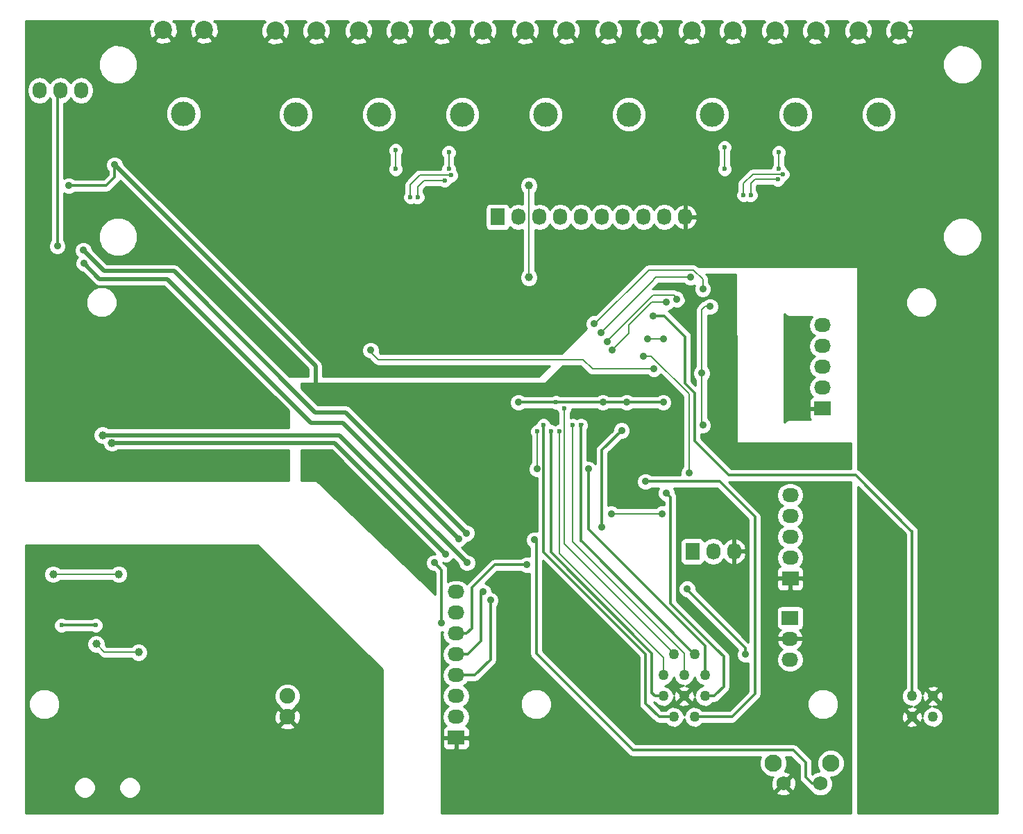
<source format=gbr>
G04 #@! TF.FileFunction,Copper,L2,Bot,Signal*
%FSLAX46Y46*%
G04 Gerber Fmt 4.6, Leading zero omitted, Abs format (unit mm)*
G04 Created by KiCad (PCBNEW 4.0.2-stable) date 19/05/2017 15:30:42*
%MOMM*%
G01*
G04 APERTURE LIST*
%ADD10C,0.100000*%
%ADD11C,2.200000*%
%ADD12C,3.000000*%
%ADD13O,1.727200X2.032000*%
%ADD14R,2.032000X1.727200*%
%ADD15O,2.032000X1.727200*%
%ADD16R,1.727200X2.032000*%
%ADD17C,2.100000*%
%ADD18C,1.750000*%
%ADD19C,1.900000*%
%ADD20C,1.270000*%
%ADD21C,0.900000*%
%ADD22C,1.000000*%
%ADD23C,0.600000*%
%ADD24C,0.200000*%
%ADD25C,0.300000*%
%ADD26C,0.500000*%
%ADD27C,0.700000*%
%ADD28C,0.254000*%
G04 APERTURE END LIST*
D10*
D11*
X150662000Y-47886000D03*
D12*
X153162000Y-58086000D03*
D11*
X155662000Y-47886000D03*
D13*
X91430000Y-55181500D03*
X93970000Y-55181500D03*
X96510000Y-55181500D03*
D14*
X142240000Y-134112000D03*
D15*
X142240000Y-131572000D03*
X142240000Y-129032000D03*
X142240000Y-126492000D03*
X142240000Y-123952000D03*
X142240000Y-121412000D03*
X142240000Y-118872000D03*
X142240000Y-116332000D03*
D16*
X171069000Y-111379000D03*
D13*
X173609000Y-111379000D03*
X176149000Y-111379000D03*
D14*
X186944000Y-93980000D03*
D15*
X186944000Y-91440000D03*
X186944000Y-88900000D03*
X186944000Y-86360000D03*
X186944000Y-83820000D03*
D14*
X183000000Y-119500000D03*
D15*
X183000000Y-122040000D03*
X183000000Y-124580000D03*
D14*
X183007000Y-114681000D03*
D15*
X183007000Y-112141000D03*
X183007000Y-109601000D03*
X183007000Y-107061000D03*
X183007000Y-104521000D03*
D16*
X147320000Y-70612000D03*
D13*
X149860000Y-70612000D03*
X152400000Y-70612000D03*
X154940000Y-70612000D03*
X157480000Y-70612000D03*
X160020000Y-70612000D03*
X162560000Y-70612000D03*
X165100000Y-70612000D03*
X167640000Y-70612000D03*
X170180000Y-70612000D03*
D17*
X180930000Y-137210000D03*
D18*
X182190000Y-139700000D03*
X186690000Y-139700000D03*
D17*
X187940000Y-137210000D03*
D19*
X121666000Y-131572000D03*
X121666000Y-129032000D03*
D20*
X170053000Y-129032000D03*
X170053000Y-126492000D03*
X171323000Y-123952000D03*
X172593000Y-126492000D03*
X172593000Y-129032000D03*
X171323000Y-131572000D03*
X167513000Y-129032000D03*
X167513000Y-126492000D03*
X168783000Y-131572000D03*
X168783000Y-123952000D03*
X200406000Y-131572000D03*
X197866000Y-131572000D03*
X200406000Y-129032000D03*
X197866000Y-129032000D03*
D11*
X160822000Y-47886000D03*
D12*
X163322000Y-58086000D03*
D11*
X165822000Y-47886000D03*
X170982000Y-47886000D03*
D12*
X173482000Y-58086000D03*
D11*
X175982000Y-47886000D03*
X181142000Y-47886000D03*
D12*
X183642000Y-58086000D03*
D11*
X186142000Y-47886000D03*
X191302000Y-47886000D03*
D12*
X193802000Y-58086000D03*
D11*
X196302000Y-47886000D03*
X140502000Y-47886000D03*
D12*
X143002000Y-58086000D03*
D11*
X145502000Y-47886000D03*
X130342000Y-47886000D03*
D12*
X132842000Y-58086000D03*
D11*
X135342000Y-47886000D03*
X120182000Y-47886000D03*
D12*
X122682000Y-58086000D03*
D11*
X125182000Y-47886000D03*
X106500000Y-47800000D03*
D12*
X109000000Y-58000000D03*
D11*
X111500000Y-47800000D03*
D21*
X169545000Y-92837000D03*
X175768000Y-88773000D03*
X175514000Y-81534000D03*
D22*
X170434000Y-80264000D03*
D21*
X189611000Y-125857000D03*
X189611000Y-116205000D03*
X189611000Y-108712000D03*
X189738000Y-100584000D03*
X189738000Y-98679000D03*
X183388000Y-98679000D03*
X176530000Y-98679000D03*
D22*
X164846000Y-91186000D03*
D21*
X136525000Y-91313000D03*
X136525000Y-91313000D03*
X130111500Y-106680000D03*
X136652000Y-113030000D03*
D22*
X137604500Y-97472500D03*
D21*
X123825000Y-102235000D03*
X153162000Y-113411000D03*
D22*
X189611000Y-134747000D03*
X189611000Y-142240000D03*
X177800000Y-142240000D03*
X167640000Y-142240000D03*
X158750000Y-142240000D03*
X150622000Y-142240000D03*
X142240000Y-142240000D03*
X144843500Y-97472500D03*
D21*
X156591000Y-89535000D03*
X149606000Y-121666000D03*
X154432000Y-122682000D03*
X151257000Y-103115500D03*
X125095000Y-91313000D03*
X94996000Y-66802000D03*
X100584000Y-64262000D03*
X170434000Y-115951000D03*
X177546000Y-123952000D03*
X167513000Y-93218000D03*
X163068000Y-93218000D03*
X173228000Y-81534000D03*
X172339000Y-96012000D03*
X172212000Y-89662000D03*
X139573000Y-112776000D03*
X140462000Y-120142000D03*
X160147000Y-93218000D03*
D23*
X154432000Y-93218000D03*
D21*
X149860000Y-93218000D03*
D22*
X101092000Y-114173000D03*
X93091000Y-114173000D03*
D21*
X101092000Y-116205000D03*
X90170000Y-117348000D03*
X91440000Y-117348000D03*
X92583000Y-116205000D03*
X93726000Y-117348000D03*
X94869000Y-116205000D03*
X96012000Y-117348000D03*
D22*
X90360500Y-134937500D03*
X90360500Y-125476000D03*
D21*
X91440000Y-112776000D03*
X90170000Y-116205000D03*
X90170000Y-114554000D03*
X90170000Y-112776000D03*
X91440000Y-114554000D03*
X91440000Y-116205000D03*
X92583000Y-117348000D03*
X93726000Y-116205000D03*
X94869000Y-117348000D03*
X96012000Y-116205000D03*
D22*
X109347000Y-113030000D03*
X109347000Y-111760000D03*
X107950000Y-114300000D03*
X106680000Y-114300000D03*
X105410000Y-114300000D03*
X107950000Y-113030000D03*
X107950000Y-111760000D03*
X110680500Y-111760000D03*
D21*
X117094000Y-111125000D03*
X125222000Y-119126000D03*
X132588000Y-126365000D03*
X132588000Y-134112000D03*
X132715000Y-142621000D03*
X123063000Y-142621000D03*
X113284000Y-142621000D03*
D22*
X104140000Y-113030000D03*
X105410000Y-113030000D03*
X106680000Y-113030000D03*
X106680000Y-111760000D03*
X105410000Y-111760000D03*
D23*
X97485200Y-121564400D03*
D21*
X93599000Y-74168000D03*
X97155000Y-96647000D03*
X95758000Y-96647000D03*
X104140000Y-95631000D03*
X102743000Y-95631000D03*
X101346000Y-95631000D03*
X99949000Y-95631000D03*
X98552000Y-95631000D03*
X97155000Y-95631000D03*
X207518000Y-47752000D03*
X207518000Y-56642000D03*
X207518000Y-64516000D03*
X207518000Y-75692000D03*
X207518000Y-84836000D03*
X207518000Y-100584000D03*
X207518000Y-113030000D03*
D22*
X207518000Y-125857000D03*
X207645000Y-134620000D03*
X207645000Y-142240000D03*
X192278000Y-142240000D03*
X179832000Y-75946000D03*
X192278000Y-75946000D03*
X192278000Y-85344000D03*
X192278000Y-96266000D03*
X192278000Y-100584000D03*
X192278000Y-108712000D03*
X192278000Y-116205000D03*
X192278000Y-125857000D03*
X192278000Y-134747000D03*
X169164000Y-75946000D03*
X144653000Y-68516500D03*
X109347000Y-102362000D03*
X109347000Y-101092000D03*
X109347000Y-99822000D03*
X106553000Y-102362000D03*
X105156000Y-102362000D03*
X107950000Y-102362000D03*
X107950000Y-101092000D03*
X107950000Y-99822000D03*
D21*
X181102000Y-59944000D03*
X96647000Y-92075000D03*
X90043000Y-74295000D03*
X90043000Y-83312000D03*
X90043000Y-92075000D03*
X90043000Y-102235000D03*
X95758000Y-95631000D03*
D22*
X106553000Y-99822000D03*
X106553000Y-101092000D03*
X105156000Y-101092000D03*
X105156000Y-99822000D03*
D21*
X154305000Y-86741000D03*
D23*
X119126000Y-63500000D03*
X140716000Y-60452000D03*
D21*
X188849000Y-51181000D03*
X120078500Y-93027500D03*
X120078500Y-95567500D03*
D22*
X103505000Y-123672600D03*
X98348800Y-122682000D03*
D23*
X98298000Y-120396000D03*
X94107000Y-120396000D03*
D22*
X151130000Y-66802000D03*
X151130000Y-77978000D03*
D21*
X167513000Y-85471000D03*
X165608000Y-85471000D03*
X166370000Y-89154000D03*
X131826000Y-86868000D03*
D23*
X181610000Y-64770000D03*
X181610000Y-62738000D03*
X175006000Y-64770000D03*
X175006000Y-62103000D03*
X141351000Y-64770000D03*
X141351000Y-62738000D03*
X134874000Y-64770000D03*
X134874000Y-62484000D03*
D21*
X146431000Y-117348000D03*
X145542000Y-116332000D03*
X150876000Y-113030000D03*
X167894000Y-81026000D03*
X161290000Y-86868000D03*
X169164000Y-80645000D03*
X160655000Y-85852000D03*
X159893000Y-84709000D03*
X170815000Y-77978000D03*
X172339000Y-79375000D03*
X159067500Y-83629500D03*
X158369000Y-101346000D03*
D23*
X152146000Y-96774000D03*
D21*
X152146000Y-101346000D03*
D23*
X157480000Y-96012000D03*
X156464000Y-96012000D03*
D21*
X161163000Y-106807000D03*
X167386000Y-106807000D03*
X165354000Y-102870000D03*
D23*
X153797000Y-96774000D03*
X154813000Y-96774000D03*
X152908000Y-96012000D03*
X155448000Y-93980000D03*
D21*
X166243000Y-82677000D03*
X96837500Y-76263500D03*
X142557500Y-109855000D03*
X96774000Y-74676000D03*
X143510000Y-109156500D03*
X160020000Y-108458000D03*
X151765000Y-109982000D03*
X162433000Y-96647000D03*
D23*
X178181000Y-67945000D03*
X181483000Y-66040000D03*
X177292000Y-67945000D03*
X182118000Y-65405000D03*
X137541000Y-68199000D03*
X140843000Y-66167000D03*
X136652000Y-68199000D03*
X141605000Y-65532000D03*
D22*
X100266500Y-98171000D03*
D21*
X140970000Y-111696500D03*
D22*
X99123500Y-97218500D03*
D21*
X143573500Y-112776000D03*
X165100000Y-87630000D03*
X170688000Y-101854000D03*
X167894000Y-104267000D03*
D22*
X184150000Y-94869000D03*
D24*
X170434000Y-80264000D02*
X171958000Y-80645000D01*
D25*
X189611000Y-132080000D02*
X189611000Y-131572000D01*
X189611000Y-131572000D02*
X189611000Y-125857000D01*
X189611000Y-116205000D02*
X189611000Y-108712000D01*
X176530000Y-98679000D02*
X183388000Y-98679000D01*
X189611000Y-132080000D02*
X189611000Y-134747000D01*
X136779000Y-91567000D02*
X136525000Y-91313000D01*
X136525000Y-91313000D02*
X136779000Y-91567000D01*
X130111500Y-106680000D02*
X130365500Y-106680000D01*
X130365500Y-106680000D02*
X136652000Y-113030000D01*
D10*
X137731500Y-97599500D02*
X137604500Y-97472500D01*
X144843500Y-97472500D02*
X137731500Y-97599500D01*
X177800000Y-142240000D02*
X189611000Y-142240000D01*
X158750000Y-142240000D02*
X167640000Y-142240000D01*
X142240000Y-142240000D02*
X150622000Y-142240000D01*
X145542000Y-97536000D02*
X145415000Y-97536000D01*
X145415000Y-97536000D02*
X144843500Y-97472500D01*
D24*
X151257000Y-103115500D02*
X151257000Y-103124000D01*
D25*
X94996000Y-66802000D02*
X99568000Y-66802000D01*
D26*
X125095000Y-88773000D02*
X125095000Y-91313000D01*
D25*
X100584000Y-65786000D02*
X100584000Y-64262000D01*
X99568000Y-66802000D02*
X100584000Y-65786000D01*
D26*
X100584000Y-64262000D02*
X125095000Y-88773000D01*
D25*
X170434000Y-116078000D02*
X177546000Y-123190000D01*
X177546000Y-123190000D02*
X177546000Y-123952000D01*
D24*
X170434000Y-116078000D02*
X170434000Y-115951000D01*
D25*
X166370000Y-93218000D02*
X163068000Y-93218000D01*
X167513000Y-93218000D02*
X166370000Y-93218000D01*
X160147000Y-93218000D02*
X163068000Y-93218000D01*
D24*
X172212000Y-82169000D02*
X172212000Y-81915000D01*
X172212000Y-89662000D02*
X172212000Y-82169000D01*
X172593000Y-81534000D02*
X173228000Y-81534000D01*
X172212000Y-81915000D02*
X172593000Y-81534000D01*
X172212000Y-89662000D02*
X172212000Y-95885000D01*
X172212000Y-95885000D02*
X172339000Y-96012000D01*
D25*
X140462000Y-113665000D02*
X139573000Y-112776000D01*
X140462000Y-120142000D02*
X140462000Y-113665000D01*
X160147000Y-93218000D02*
X154432000Y-93218000D01*
X154432000Y-93218000D02*
X149860000Y-93218000D01*
D24*
X93091000Y-114173000D02*
X101092000Y-114173000D01*
X91440000Y-117348000D02*
X90170000Y-117348000D01*
D25*
X93726000Y-117348000D02*
X92583000Y-116205000D01*
X96012000Y-117348000D02*
X94869000Y-116205000D01*
X90360500Y-134937500D02*
X90043000Y-134620000D01*
X90043000Y-134620000D02*
X90043000Y-125793500D01*
X90043000Y-125793500D02*
X90360500Y-125476000D01*
D24*
X90424000Y-113030000D02*
X90170000Y-114554000D01*
X90170000Y-112776000D02*
X90424000Y-113030000D01*
X91567000Y-116078000D02*
X91440000Y-114554000D01*
X91440000Y-116205000D02*
X91567000Y-116078000D01*
X93726000Y-116205000D02*
X92583000Y-117348000D01*
X96012000Y-116205000D02*
X94869000Y-117348000D01*
X107950000Y-111760000D02*
X109347000Y-111760000D01*
X105410000Y-114300000D02*
X106680000Y-114300000D01*
X107950000Y-111760000D02*
X107950000Y-113030000D01*
D25*
X116967000Y-110998000D02*
X110680500Y-111760000D01*
X117094000Y-111125000D02*
X116967000Y-110998000D01*
X125349000Y-119126000D02*
X125222000Y-119126000D01*
X132588000Y-126365000D02*
X125349000Y-119126000D01*
X132588000Y-142494000D02*
X132588000Y-134112000D01*
X132715000Y-142621000D02*
X132588000Y-142494000D01*
X113284000Y-142621000D02*
X123063000Y-142621000D01*
D10*
X104140000Y-113030000D02*
X104140000Y-112395000D01*
X106680000Y-113030000D02*
X105410000Y-113030000D01*
X105410000Y-111760000D02*
X106680000Y-111760000D01*
D25*
X93599000Y-55552500D02*
X93599000Y-74168000D01*
X93599000Y-55552500D02*
X93970000Y-55181500D01*
D26*
X93980000Y-54483000D02*
X93599000Y-54864000D01*
D24*
X97028000Y-96393000D02*
X97028000Y-96647000D01*
X97155000Y-95631000D02*
X97028000Y-96393000D01*
D25*
X97028000Y-96647000D02*
X97155000Y-96647000D01*
X95758000Y-96647000D02*
X97028000Y-96647000D01*
D24*
X95758000Y-95631000D02*
X97155000Y-95631000D01*
X101346000Y-95631000D02*
X102743000Y-95631000D01*
X100711000Y-95758000D02*
X99949000Y-95631000D01*
X100584000Y-95631000D02*
X100711000Y-95758000D01*
X98552000Y-95631000D02*
X100584000Y-95631000D01*
X207384000Y-47886000D02*
X207518000Y-47752000D01*
X207518000Y-56642000D02*
X207518000Y-64516000D01*
X207518000Y-75692000D02*
X207518000Y-84836000D01*
X207518000Y-100584000D02*
X207518000Y-113030000D01*
X207384000Y-47886000D02*
X196302000Y-47886000D01*
D25*
X207645000Y-134620000D02*
X207518000Y-125857000D01*
X192278000Y-142240000D02*
X207645000Y-142240000D01*
X169164000Y-75946000D02*
X179832000Y-75946000D01*
X192278000Y-75946000D02*
X192278000Y-85344000D01*
X192278000Y-96266000D02*
X192278000Y-100584000D01*
X192278000Y-108712000D02*
X192278000Y-116205000D01*
X192278000Y-125857000D02*
X192532000Y-126111000D01*
X192532000Y-126111000D02*
X192278000Y-134747000D01*
D24*
X109347000Y-99822000D02*
X109347000Y-101092000D01*
X107950000Y-102362000D02*
X106553000Y-102362000D01*
X105156000Y-102362000D02*
X105156000Y-101092000D01*
D25*
X107950000Y-99822000D02*
X107950000Y-101092000D01*
D10*
X96647000Y-92075000D02*
X90043000Y-102235000D01*
X96647000Y-92456000D02*
X96647000Y-92075000D01*
X95758000Y-95631000D02*
X96647000Y-92456000D01*
X90043000Y-92075000D02*
X90043000Y-83312000D01*
X95758000Y-95631000D02*
X95758000Y-95758000D01*
D27*
X106680000Y-99949000D02*
X106553000Y-99822000D01*
X106680000Y-100965000D02*
X106680000Y-99949000D01*
X106553000Y-101092000D02*
X106680000Y-100965000D01*
X105156000Y-99822000D02*
X105156000Y-101092000D01*
D25*
X186142000Y-47886000D02*
X186142000Y-48474000D01*
X186142000Y-48474000D02*
X188849000Y-51181000D01*
D26*
X120078500Y-95567500D02*
X120078500Y-93027500D01*
D24*
X99339400Y-123672600D02*
X103505000Y-123672600D01*
X98348800Y-122682000D02*
X99339400Y-123672600D01*
D25*
X98298000Y-120396000D02*
X94107000Y-120396000D01*
D24*
X151130000Y-77978000D02*
X151130000Y-66802000D01*
X165608000Y-85471000D02*
X167513000Y-85471000D01*
X166370000Y-89154000D02*
X158877000Y-89154000D01*
X132715000Y-88011000D02*
X131826000Y-87122000D01*
X131826000Y-87122000D02*
X131826000Y-86868000D01*
X157734000Y-88011000D02*
X132715000Y-88011000D01*
X158877000Y-89154000D02*
X157734000Y-88011000D01*
X181610000Y-62738000D02*
X181610000Y-64770000D01*
X175006000Y-62103000D02*
X175006000Y-64770000D01*
X141351000Y-62738000D02*
X141351000Y-64770000D01*
X134874000Y-62484000D02*
X134874000Y-64770000D01*
D25*
X144526000Y-126492000D02*
X142240000Y-126492000D01*
X146431000Y-124587000D02*
X144526000Y-126492000D01*
X146431000Y-117348000D02*
X146431000Y-124587000D01*
X143637000Y-123952000D02*
X142240000Y-123952000D01*
X145288000Y-122301000D02*
X143637000Y-123952000D01*
X145288000Y-116586000D02*
X145288000Y-122301000D01*
X145542000Y-116332000D02*
X145288000Y-116586000D01*
X142240000Y-121412000D02*
X143510000Y-121412000D01*
X146939000Y-113030000D02*
X150876000Y-113030000D01*
X144145000Y-115824000D02*
X146939000Y-113030000D01*
X144145000Y-120777000D02*
X144145000Y-115824000D01*
X143510000Y-121412000D02*
X144145000Y-120777000D01*
D24*
X167767000Y-81026000D02*
X167894000Y-81026000D01*
X167386000Y-81026000D02*
X167767000Y-81026000D01*
X166116000Y-81026000D02*
X167386000Y-81026000D01*
X163322000Y-84836000D02*
X163322000Y-83820000D01*
X163322000Y-83820000D02*
X166116000Y-81026000D01*
X161290000Y-86868000D02*
X163322000Y-84836000D01*
X169164000Y-80518000D02*
X168783000Y-80137000D01*
X166243000Y-80137000D02*
X168783000Y-80137000D01*
X169164000Y-80645000D02*
X169164000Y-80518000D01*
X160655000Y-85725000D02*
X166243000Y-80137000D01*
X160655000Y-85852000D02*
X160655000Y-85725000D01*
X170815000Y-77978000D02*
X166624000Y-77978000D01*
X159893000Y-84709000D02*
X165989000Y-78613000D01*
X166624000Y-77978000D02*
X165989000Y-78613000D01*
X170688000Y-77851000D02*
X170815000Y-77978000D01*
X172339000Y-79375000D02*
X172339000Y-78232000D01*
X159194500Y-83629500D02*
X165735000Y-77089000D01*
X159067500Y-83629500D02*
X159194500Y-83629500D01*
X165735000Y-77089000D02*
X171196000Y-77089000D01*
X172339000Y-78232000D02*
X171196000Y-77089000D01*
D25*
X158369000Y-101346000D02*
X158369000Y-108712000D01*
X172593000Y-122936000D02*
X172593000Y-126492000D01*
X158369000Y-108712000D02*
X172593000Y-122936000D01*
D24*
X152146000Y-101346000D02*
X152146000Y-96774000D01*
D25*
X157480000Y-96012000D02*
X157480000Y-110109000D01*
X157607000Y-110236000D02*
X171270000Y-123899000D01*
X157480000Y-110109000D02*
X157607000Y-110236000D01*
X157607000Y-95885000D02*
X157480000Y-96012000D01*
X171259500Y-123888500D02*
X171270000Y-123899000D01*
D24*
X170053000Y-126492000D02*
X170053000Y-123825000D01*
X156464000Y-110236000D02*
X170053000Y-123825000D01*
X156464000Y-110236000D02*
X156464000Y-96012000D01*
X167386000Y-106807000D02*
X161163000Y-106807000D01*
D25*
X171323000Y-131572000D02*
X175895000Y-131572000D01*
X178689000Y-107188000D02*
X174371000Y-102870000D01*
X174371000Y-102870000D02*
X165354000Y-102870000D01*
X178689000Y-128778000D02*
X178689000Y-107188000D01*
X175895000Y-131572000D02*
X178689000Y-128778000D01*
X166116000Y-123825000D02*
X166116000Y-128651000D01*
X166116000Y-123825000D02*
X153797000Y-111506000D01*
X153797000Y-101600000D02*
X153797000Y-111506000D01*
X166497000Y-129032000D02*
X167513000Y-129032000D01*
X166116000Y-128651000D02*
X166497000Y-129032000D01*
X153797000Y-96774000D02*
X153797000Y-101600000D01*
D24*
X153797000Y-101600000D02*
X153797000Y-102108000D01*
X167513000Y-124333000D02*
X167513000Y-126492000D01*
X154813000Y-111633000D02*
X167513000Y-124333000D01*
X154813000Y-97409000D02*
X154813000Y-111633000D01*
X154813000Y-96774000D02*
X154813000Y-97409000D01*
D25*
X165354000Y-123952000D02*
X165354000Y-129921000D01*
X152908000Y-96012000D02*
X152908000Y-97282000D01*
X152908000Y-111506000D02*
X152908000Y-97282000D01*
X165354000Y-123952000D02*
X152908000Y-111506000D01*
X167005000Y-131572000D02*
X168783000Y-131572000D01*
X165354000Y-129921000D02*
X167005000Y-131572000D01*
D24*
X168783000Y-123952000D02*
X168783000Y-123825000D01*
X168783000Y-123825000D02*
X155448000Y-110490000D01*
X155448000Y-110490000D02*
X155448000Y-93980000D01*
D25*
X197866000Y-129032000D02*
X197866000Y-108966000D01*
X175514000Y-102108000D02*
X191008000Y-102108000D01*
X175514000Y-102108000D02*
X172212000Y-98806000D01*
X197802500Y-108902500D02*
X191008000Y-102108000D01*
X197866000Y-108966000D02*
X197802500Y-108902500D01*
X166243000Y-82677000D02*
X167640000Y-82677000D01*
X167640000Y-82677000D02*
X170180000Y-85217000D01*
X170180000Y-85217000D02*
X170180000Y-90932000D01*
X170180000Y-90932000D02*
X171323000Y-92075000D01*
X171323000Y-92075000D02*
X171323000Y-97917000D01*
X171323000Y-97917000D02*
X172212000Y-98806000D01*
X172085000Y-98679000D02*
X172212000Y-98806000D01*
X166370000Y-82804000D02*
X166243000Y-82677000D01*
D24*
X166243000Y-82677000D02*
X166370000Y-82804000D01*
D26*
X98742500Y-78168500D02*
X96837500Y-76263500D01*
X106997500Y-78168500D02*
X98742500Y-78168500D01*
X124523500Y-95694500D02*
X106997500Y-78168500D01*
X128397000Y-95694500D02*
X124523500Y-95694500D01*
X142557500Y-109855000D02*
X128397000Y-95694500D01*
X99314000Y-77216000D02*
X96774000Y-74676000D01*
X107823000Y-77216000D02*
X99314000Y-77216000D01*
X125031500Y-94424500D02*
X107823000Y-77216000D01*
X128778000Y-94424500D02*
X125031500Y-94424500D01*
X143510000Y-109156500D02*
X128778000Y-94424500D01*
D25*
X160020000Y-99060000D02*
X160020000Y-108458000D01*
X151765000Y-109982000D02*
X152019000Y-110236000D01*
X152019000Y-110236000D02*
X152019000Y-118491000D01*
X152019000Y-122936000D02*
X152019000Y-118491000D01*
X152019000Y-122936000D02*
X152019000Y-123190000D01*
X186690000Y-139700000D02*
X185674000Y-139700000D01*
X152654000Y-124460000D02*
X152400000Y-124206000D01*
X152400000Y-124206000D02*
X152019000Y-123825000D01*
X162814000Y-134620000D02*
X163830000Y-135636000D01*
X162814000Y-134620000D02*
X152654000Y-124460000D01*
X183388000Y-135636000D02*
X163830000Y-135636000D01*
X184912000Y-137160000D02*
X183388000Y-135636000D01*
X184912000Y-138938000D02*
X184912000Y-137160000D01*
X185674000Y-139700000D02*
X184912000Y-138938000D01*
X152019000Y-123317000D02*
X152019000Y-123063000D01*
X152019000Y-123825000D02*
X152019000Y-123317000D01*
X152146000Y-123952000D02*
X152019000Y-123825000D01*
X152019000Y-123825000D02*
X152146000Y-123952000D01*
X162433000Y-96647000D02*
X160020000Y-99060000D01*
D24*
X178181000Y-66548000D02*
X178181000Y-67945000D01*
X178689000Y-66040000D02*
X178181000Y-66548000D01*
X181483000Y-66040000D02*
X178689000Y-66040000D01*
X177292000Y-66548000D02*
X177292000Y-67945000D01*
X178435000Y-65405000D02*
X177292000Y-66548000D01*
X182118000Y-65405000D02*
X178435000Y-65405000D01*
X137541000Y-66929000D02*
X137541000Y-68199000D01*
X138303000Y-66167000D02*
X137541000Y-66929000D01*
X140843000Y-66167000D02*
X138303000Y-66167000D01*
X136652000Y-66675000D02*
X136652000Y-68199000D01*
X137795000Y-65532000D02*
X136652000Y-66675000D01*
X141605000Y-65532000D02*
X137795000Y-65532000D01*
D26*
X127444500Y-98171000D02*
X100266500Y-98171000D01*
X140970000Y-111696500D02*
X127444500Y-98171000D01*
X128016000Y-97218500D02*
X99123500Y-97218500D01*
X143573500Y-112776000D02*
X128016000Y-97218500D01*
D24*
X165163500Y-87566500D02*
X166052500Y-87566500D01*
X165100000Y-87630000D02*
X165163500Y-87566500D01*
X166052500Y-87566500D02*
X170688000Y-92202000D01*
X170688000Y-101346000D02*
X170688000Y-101854000D01*
X170688000Y-92202000D02*
X170688000Y-101346000D01*
D25*
X173990000Y-123317000D02*
X174879000Y-124206000D01*
X173990000Y-128778000D02*
X173736000Y-129032000D01*
X172593000Y-129032000D02*
X173736000Y-129032000D01*
X168402000Y-104775000D02*
X167894000Y-104267000D01*
X168402000Y-117729000D02*
X168402000Y-104775000D01*
X173990000Y-123317000D02*
X168402000Y-117729000D01*
X174879000Y-127889000D02*
X173990000Y-128778000D01*
X174879000Y-124206000D02*
X174879000Y-127889000D01*
D28*
G36*
X133223000Y-125782606D02*
X133223000Y-143290000D01*
X89710000Y-143290000D01*
X89710000Y-140440383D01*
X95609769Y-140440383D01*
X95812582Y-140931229D01*
X96187796Y-141307098D01*
X96678287Y-141510768D01*
X97209383Y-141511231D01*
X97700229Y-141308418D01*
X98076098Y-140933204D01*
X98279768Y-140442713D01*
X98279770Y-140440383D01*
X101109769Y-140440383D01*
X101312582Y-140931229D01*
X101687796Y-141307098D01*
X102178287Y-141510768D01*
X102709383Y-141511231D01*
X103200229Y-141308418D01*
X103576098Y-140933204D01*
X103779768Y-140442713D01*
X103780231Y-139911617D01*
X103577418Y-139420771D01*
X103202204Y-139044902D01*
X102711713Y-138841232D01*
X102180617Y-138840769D01*
X101689771Y-139043582D01*
X101313902Y-139418796D01*
X101110232Y-139909287D01*
X101109769Y-140440383D01*
X98279770Y-140440383D01*
X98280231Y-139911617D01*
X98077418Y-139420771D01*
X97702204Y-139044902D01*
X97211713Y-138841232D01*
X96680617Y-138840769D01*
X96189771Y-139043582D01*
X95813902Y-139418796D01*
X95610232Y-139909287D01*
X95609769Y-140440383D01*
X89710000Y-140440383D01*
X89710000Y-132688350D01*
X120729255Y-132688350D01*
X120821792Y-132950019D01*
X121413398Y-133168188D01*
X122043461Y-133143352D01*
X122510208Y-132950019D01*
X122602745Y-132688350D01*
X121666000Y-131751605D01*
X120729255Y-132688350D01*
X89710000Y-132688350D01*
X89710000Y-130373305D01*
X90114674Y-130373305D01*
X90401043Y-131066372D01*
X90930839Y-131597093D01*
X91623405Y-131884672D01*
X92373305Y-131885326D01*
X93066372Y-131598957D01*
X93346419Y-131319398D01*
X120069812Y-131319398D01*
X120094648Y-131949461D01*
X120287981Y-132416208D01*
X120549650Y-132508745D01*
X121486395Y-131572000D01*
X121845605Y-131572000D01*
X122782350Y-132508745D01*
X123044019Y-132416208D01*
X123262188Y-131824602D01*
X123237352Y-131194539D01*
X123044019Y-130727792D01*
X122782350Y-130635255D01*
X121845605Y-131572000D01*
X121486395Y-131572000D01*
X120549650Y-130635255D01*
X120287981Y-130727792D01*
X120069812Y-131319398D01*
X93346419Y-131319398D01*
X93597093Y-131069161D01*
X93884672Y-130376595D01*
X93885326Y-129626695D01*
X93769302Y-129345893D01*
X120080725Y-129345893D01*
X120321519Y-129928657D01*
X120760211Y-130368116D01*
X120729255Y-130455650D01*
X121666000Y-131392395D01*
X122602745Y-130455650D01*
X122571593Y-130367561D01*
X123008914Y-129931003D01*
X123250724Y-129348659D01*
X123251275Y-128718107D01*
X123010481Y-128135343D01*
X122565003Y-127689086D01*
X121982659Y-127447276D01*
X121352107Y-127446725D01*
X120769343Y-127687519D01*
X120323086Y-128132997D01*
X120081276Y-128715341D01*
X120080725Y-129345893D01*
X93769302Y-129345893D01*
X93598957Y-128933628D01*
X93069161Y-128402907D01*
X92376595Y-128115328D01*
X91626695Y-128114674D01*
X90933628Y-128401043D01*
X90402907Y-128930839D01*
X90115328Y-129623405D01*
X90114674Y-130373305D01*
X89710000Y-130373305D01*
X89710000Y-122906775D01*
X97213603Y-122906775D01*
X97386033Y-123324086D01*
X97705035Y-123643645D01*
X98122044Y-123816803D01*
X98444438Y-123817084D01*
X98819677Y-124192324D01*
X99058128Y-124351651D01*
X99339400Y-124407600D01*
X102634985Y-124407600D01*
X102861235Y-124634245D01*
X103278244Y-124807403D01*
X103729775Y-124807797D01*
X104147086Y-124635367D01*
X104466645Y-124316365D01*
X104639803Y-123899356D01*
X104640197Y-123447825D01*
X104467767Y-123030514D01*
X104148765Y-122710955D01*
X103731756Y-122537797D01*
X103280225Y-122537403D01*
X102862914Y-122709833D01*
X102634749Y-122937600D01*
X99643847Y-122937600D01*
X99483718Y-122777471D01*
X99483997Y-122457225D01*
X99311567Y-122039914D01*
X98992565Y-121720355D01*
X98575556Y-121547197D01*
X98124025Y-121546803D01*
X97706714Y-121719233D01*
X97387155Y-122038235D01*
X97213997Y-122455244D01*
X97213603Y-122906775D01*
X89710000Y-122906775D01*
X89710000Y-120581167D01*
X93171838Y-120581167D01*
X93313883Y-120924943D01*
X93576673Y-121188192D01*
X93920201Y-121330838D01*
X94292167Y-121331162D01*
X94635943Y-121189117D01*
X94644074Y-121181000D01*
X97760494Y-121181000D01*
X97767673Y-121188192D01*
X98111201Y-121330838D01*
X98483167Y-121331162D01*
X98826943Y-121189117D01*
X99090192Y-120926327D01*
X99232838Y-120582799D01*
X99233162Y-120210833D01*
X99091117Y-119867057D01*
X98828327Y-119603808D01*
X98484799Y-119461162D01*
X98112833Y-119460838D01*
X97769057Y-119602883D01*
X97760926Y-119611000D01*
X94644506Y-119611000D01*
X94637327Y-119603808D01*
X94293799Y-119461162D01*
X93921833Y-119460838D01*
X93578057Y-119602883D01*
X93314808Y-119865673D01*
X93172162Y-120209201D01*
X93171838Y-120581167D01*
X89710000Y-120581167D01*
X89710000Y-114397775D01*
X91955803Y-114397775D01*
X92128233Y-114815086D01*
X92447235Y-115134645D01*
X92864244Y-115307803D01*
X93315775Y-115308197D01*
X93733086Y-115135767D01*
X93961251Y-114908000D01*
X100221985Y-114908000D01*
X100448235Y-115134645D01*
X100865244Y-115307803D01*
X101316775Y-115308197D01*
X101734086Y-115135767D01*
X102053645Y-114816765D01*
X102226803Y-114399756D01*
X102227197Y-113948225D01*
X102054767Y-113530914D01*
X101735765Y-113211355D01*
X101318756Y-113038197D01*
X100867225Y-113037803D01*
X100449914Y-113210233D01*
X100221749Y-113438000D01*
X93961015Y-113438000D01*
X93734765Y-113211355D01*
X93317756Y-113038197D01*
X92866225Y-113037803D01*
X92448914Y-113210233D01*
X92129355Y-113529235D01*
X91956197Y-113946244D01*
X91955803Y-114397775D01*
X89710000Y-114397775D01*
X89710000Y-110617000D01*
X118057394Y-110617000D01*
X133223000Y-125782606D01*
X133223000Y-125782606D01*
G37*
X133223000Y-125782606D02*
X133223000Y-143290000D01*
X89710000Y-143290000D01*
X89710000Y-140440383D01*
X95609769Y-140440383D01*
X95812582Y-140931229D01*
X96187796Y-141307098D01*
X96678287Y-141510768D01*
X97209383Y-141511231D01*
X97700229Y-141308418D01*
X98076098Y-140933204D01*
X98279768Y-140442713D01*
X98279770Y-140440383D01*
X101109769Y-140440383D01*
X101312582Y-140931229D01*
X101687796Y-141307098D01*
X102178287Y-141510768D01*
X102709383Y-141511231D01*
X103200229Y-141308418D01*
X103576098Y-140933204D01*
X103779768Y-140442713D01*
X103780231Y-139911617D01*
X103577418Y-139420771D01*
X103202204Y-139044902D01*
X102711713Y-138841232D01*
X102180617Y-138840769D01*
X101689771Y-139043582D01*
X101313902Y-139418796D01*
X101110232Y-139909287D01*
X101109769Y-140440383D01*
X98279770Y-140440383D01*
X98280231Y-139911617D01*
X98077418Y-139420771D01*
X97702204Y-139044902D01*
X97211713Y-138841232D01*
X96680617Y-138840769D01*
X96189771Y-139043582D01*
X95813902Y-139418796D01*
X95610232Y-139909287D01*
X95609769Y-140440383D01*
X89710000Y-140440383D01*
X89710000Y-132688350D01*
X120729255Y-132688350D01*
X120821792Y-132950019D01*
X121413398Y-133168188D01*
X122043461Y-133143352D01*
X122510208Y-132950019D01*
X122602745Y-132688350D01*
X121666000Y-131751605D01*
X120729255Y-132688350D01*
X89710000Y-132688350D01*
X89710000Y-130373305D01*
X90114674Y-130373305D01*
X90401043Y-131066372D01*
X90930839Y-131597093D01*
X91623405Y-131884672D01*
X92373305Y-131885326D01*
X93066372Y-131598957D01*
X93346419Y-131319398D01*
X120069812Y-131319398D01*
X120094648Y-131949461D01*
X120287981Y-132416208D01*
X120549650Y-132508745D01*
X121486395Y-131572000D01*
X121845605Y-131572000D01*
X122782350Y-132508745D01*
X123044019Y-132416208D01*
X123262188Y-131824602D01*
X123237352Y-131194539D01*
X123044019Y-130727792D01*
X122782350Y-130635255D01*
X121845605Y-131572000D01*
X121486395Y-131572000D01*
X120549650Y-130635255D01*
X120287981Y-130727792D01*
X120069812Y-131319398D01*
X93346419Y-131319398D01*
X93597093Y-131069161D01*
X93884672Y-130376595D01*
X93885326Y-129626695D01*
X93769302Y-129345893D01*
X120080725Y-129345893D01*
X120321519Y-129928657D01*
X120760211Y-130368116D01*
X120729255Y-130455650D01*
X121666000Y-131392395D01*
X122602745Y-130455650D01*
X122571593Y-130367561D01*
X123008914Y-129931003D01*
X123250724Y-129348659D01*
X123251275Y-128718107D01*
X123010481Y-128135343D01*
X122565003Y-127689086D01*
X121982659Y-127447276D01*
X121352107Y-127446725D01*
X120769343Y-127687519D01*
X120323086Y-128132997D01*
X120081276Y-128715341D01*
X120080725Y-129345893D01*
X93769302Y-129345893D01*
X93598957Y-128933628D01*
X93069161Y-128402907D01*
X92376595Y-128115328D01*
X91626695Y-128114674D01*
X90933628Y-128401043D01*
X90402907Y-128930839D01*
X90115328Y-129623405D01*
X90114674Y-130373305D01*
X89710000Y-130373305D01*
X89710000Y-122906775D01*
X97213603Y-122906775D01*
X97386033Y-123324086D01*
X97705035Y-123643645D01*
X98122044Y-123816803D01*
X98444438Y-123817084D01*
X98819677Y-124192324D01*
X99058128Y-124351651D01*
X99339400Y-124407600D01*
X102634985Y-124407600D01*
X102861235Y-124634245D01*
X103278244Y-124807403D01*
X103729775Y-124807797D01*
X104147086Y-124635367D01*
X104466645Y-124316365D01*
X104639803Y-123899356D01*
X104640197Y-123447825D01*
X104467767Y-123030514D01*
X104148765Y-122710955D01*
X103731756Y-122537797D01*
X103280225Y-122537403D01*
X102862914Y-122709833D01*
X102634749Y-122937600D01*
X99643847Y-122937600D01*
X99483718Y-122777471D01*
X99483997Y-122457225D01*
X99311567Y-122039914D01*
X98992565Y-121720355D01*
X98575556Y-121547197D01*
X98124025Y-121546803D01*
X97706714Y-121719233D01*
X97387155Y-122038235D01*
X97213997Y-122455244D01*
X97213603Y-122906775D01*
X89710000Y-122906775D01*
X89710000Y-120581167D01*
X93171838Y-120581167D01*
X93313883Y-120924943D01*
X93576673Y-121188192D01*
X93920201Y-121330838D01*
X94292167Y-121331162D01*
X94635943Y-121189117D01*
X94644074Y-121181000D01*
X97760494Y-121181000D01*
X97767673Y-121188192D01*
X98111201Y-121330838D01*
X98483167Y-121331162D01*
X98826943Y-121189117D01*
X99090192Y-120926327D01*
X99232838Y-120582799D01*
X99233162Y-120210833D01*
X99091117Y-119867057D01*
X98828327Y-119603808D01*
X98484799Y-119461162D01*
X98112833Y-119460838D01*
X97769057Y-119602883D01*
X97760926Y-119611000D01*
X94644506Y-119611000D01*
X94637327Y-119603808D01*
X94293799Y-119461162D01*
X93921833Y-119460838D01*
X93578057Y-119602883D01*
X93314808Y-119865673D01*
X93172162Y-120209201D01*
X93171838Y-120581167D01*
X89710000Y-120581167D01*
X89710000Y-114397775D01*
X91955803Y-114397775D01*
X92128233Y-114815086D01*
X92447235Y-115134645D01*
X92864244Y-115307803D01*
X93315775Y-115308197D01*
X93733086Y-115135767D01*
X93961251Y-114908000D01*
X100221985Y-114908000D01*
X100448235Y-115134645D01*
X100865244Y-115307803D01*
X101316775Y-115308197D01*
X101734086Y-115135767D01*
X102053645Y-114816765D01*
X102226803Y-114399756D01*
X102227197Y-113948225D01*
X102054767Y-113530914D01*
X101735765Y-113211355D01*
X101318756Y-113038197D01*
X100867225Y-113037803D01*
X100449914Y-113210233D01*
X100221749Y-113438000D01*
X93961015Y-113438000D01*
X93734765Y-113211355D01*
X93317756Y-113038197D01*
X92866225Y-113037803D01*
X92448914Y-113210233D01*
X92129355Y-113529235D01*
X91956197Y-113946244D01*
X91955803Y-114397775D01*
X89710000Y-114397775D01*
X89710000Y-110617000D01*
X118057394Y-110617000D01*
X133223000Y-125782606D01*
G36*
X105275130Y-46754738D02*
X104997901Y-46865641D01*
X104754677Y-47511593D01*
X104777164Y-48201453D01*
X104997901Y-48734359D01*
X105275132Y-48845263D01*
X106320395Y-47800000D01*
X106306253Y-47785858D01*
X106485858Y-47606253D01*
X106500000Y-47620395D01*
X106514143Y-47606253D01*
X106693748Y-47785858D01*
X106679605Y-47800000D01*
X107724868Y-48845263D01*
X108002099Y-48734359D01*
X108245323Y-48088407D01*
X108222836Y-47398547D01*
X108002099Y-46865641D01*
X107724870Y-46754738D01*
X107769608Y-46710000D01*
X110230392Y-46710000D01*
X110275130Y-46754738D01*
X109997901Y-46865641D01*
X109754677Y-47511593D01*
X109777164Y-48201453D01*
X109997901Y-48734359D01*
X110275132Y-48845263D01*
X111320395Y-47800000D01*
X111306253Y-47785858D01*
X111485858Y-47606253D01*
X111500000Y-47620395D01*
X111514143Y-47606253D01*
X111693748Y-47785858D01*
X111679605Y-47800000D01*
X112724868Y-48845263D01*
X113002099Y-48734359D01*
X113245323Y-48088407D01*
X113222836Y-47398547D01*
X113002099Y-46865641D01*
X112724870Y-46754738D01*
X112769608Y-46710000D01*
X118859788Y-46710000D01*
X118843090Y-46726698D01*
X118957130Y-46840738D01*
X118679901Y-46951641D01*
X118436677Y-47597593D01*
X118459164Y-48287453D01*
X118679901Y-48820359D01*
X118957132Y-48931263D01*
X120002395Y-47886000D01*
X119988253Y-47871858D01*
X120167858Y-47692253D01*
X120182000Y-47706395D01*
X120196143Y-47692253D01*
X120375748Y-47871858D01*
X120361605Y-47886000D01*
X121406868Y-48931263D01*
X121684099Y-48820359D01*
X121927323Y-48174407D01*
X121904836Y-47484547D01*
X121684099Y-46951641D01*
X121406870Y-46840738D01*
X121520910Y-46726698D01*
X121504212Y-46710000D01*
X123859788Y-46710000D01*
X123843090Y-46726698D01*
X123957130Y-46840738D01*
X123679901Y-46951641D01*
X123436677Y-47597593D01*
X123459164Y-48287453D01*
X123679901Y-48820359D01*
X123957132Y-48931263D01*
X125002395Y-47886000D01*
X124988253Y-47871858D01*
X125167858Y-47692253D01*
X125182000Y-47706395D01*
X125196143Y-47692253D01*
X125375748Y-47871858D01*
X125361605Y-47886000D01*
X126406868Y-48931263D01*
X126684099Y-48820359D01*
X126927323Y-48174407D01*
X126904836Y-47484547D01*
X126684099Y-46951641D01*
X126406870Y-46840738D01*
X126520910Y-46726698D01*
X126504212Y-46710000D01*
X129019788Y-46710000D01*
X129003090Y-46726698D01*
X129117130Y-46840738D01*
X128839901Y-46951641D01*
X128596677Y-47597593D01*
X128619164Y-48287453D01*
X128839901Y-48820359D01*
X129117132Y-48931263D01*
X130162395Y-47886000D01*
X130148253Y-47871858D01*
X130327858Y-47692253D01*
X130342000Y-47706395D01*
X130356143Y-47692253D01*
X130535748Y-47871858D01*
X130521605Y-47886000D01*
X131566868Y-48931263D01*
X131844099Y-48820359D01*
X132087323Y-48174407D01*
X132064836Y-47484547D01*
X131844099Y-46951641D01*
X131566870Y-46840738D01*
X131680910Y-46726698D01*
X131664212Y-46710000D01*
X134019788Y-46710000D01*
X134003090Y-46726698D01*
X134117130Y-46840738D01*
X133839901Y-46951641D01*
X133596677Y-47597593D01*
X133619164Y-48287453D01*
X133839901Y-48820359D01*
X134117132Y-48931263D01*
X135162395Y-47886000D01*
X135148253Y-47871858D01*
X135327858Y-47692253D01*
X135342000Y-47706395D01*
X135356143Y-47692253D01*
X135535748Y-47871858D01*
X135521605Y-47886000D01*
X136566868Y-48931263D01*
X136844099Y-48820359D01*
X137087323Y-48174407D01*
X137064836Y-47484547D01*
X136844099Y-46951641D01*
X136566870Y-46840738D01*
X136680910Y-46726698D01*
X136664212Y-46710000D01*
X139179788Y-46710000D01*
X139163090Y-46726698D01*
X139277130Y-46840738D01*
X138999901Y-46951641D01*
X138756677Y-47597593D01*
X138779164Y-48287453D01*
X138999901Y-48820359D01*
X139277132Y-48931263D01*
X140322395Y-47886000D01*
X140308253Y-47871858D01*
X140487858Y-47692253D01*
X140502000Y-47706395D01*
X140516143Y-47692253D01*
X140695748Y-47871858D01*
X140681605Y-47886000D01*
X141726868Y-48931263D01*
X142004099Y-48820359D01*
X142247323Y-48174407D01*
X142224836Y-47484547D01*
X142004099Y-46951641D01*
X141726870Y-46840738D01*
X141840910Y-46726698D01*
X141824212Y-46710000D01*
X144179788Y-46710000D01*
X144163090Y-46726698D01*
X144277130Y-46840738D01*
X143999901Y-46951641D01*
X143756677Y-47597593D01*
X143779164Y-48287453D01*
X143999901Y-48820359D01*
X144277132Y-48931263D01*
X145322395Y-47886000D01*
X145308253Y-47871858D01*
X145487858Y-47692253D01*
X145502000Y-47706395D01*
X145516143Y-47692253D01*
X145695748Y-47871858D01*
X145681605Y-47886000D01*
X146726868Y-48931263D01*
X147004099Y-48820359D01*
X147247323Y-48174407D01*
X147224836Y-47484547D01*
X147004099Y-46951641D01*
X146726870Y-46840738D01*
X146840910Y-46726698D01*
X146824212Y-46710000D01*
X149339788Y-46710000D01*
X149323090Y-46726698D01*
X149437130Y-46840738D01*
X149159901Y-46951641D01*
X148916677Y-47597593D01*
X148939164Y-48287453D01*
X149159901Y-48820359D01*
X149437132Y-48931263D01*
X150482395Y-47886000D01*
X150468253Y-47871858D01*
X150647858Y-47692253D01*
X150662000Y-47706395D01*
X150676143Y-47692253D01*
X150855748Y-47871858D01*
X150841605Y-47886000D01*
X151886868Y-48931263D01*
X152164099Y-48820359D01*
X152407323Y-48174407D01*
X152384836Y-47484547D01*
X152164099Y-46951641D01*
X151886870Y-46840738D01*
X152000910Y-46726698D01*
X151984212Y-46710000D01*
X154339788Y-46710000D01*
X154323090Y-46726698D01*
X154437130Y-46840738D01*
X154159901Y-46951641D01*
X153916677Y-47597593D01*
X153939164Y-48287453D01*
X154159901Y-48820359D01*
X154437132Y-48931263D01*
X155482395Y-47886000D01*
X155468253Y-47871858D01*
X155647858Y-47692253D01*
X155662000Y-47706395D01*
X155676143Y-47692253D01*
X155855748Y-47871858D01*
X155841605Y-47886000D01*
X156886868Y-48931263D01*
X157164099Y-48820359D01*
X157407323Y-48174407D01*
X157384836Y-47484547D01*
X157164099Y-46951641D01*
X156886870Y-46840738D01*
X157000910Y-46726698D01*
X156984212Y-46710000D01*
X159499788Y-46710000D01*
X159483090Y-46726698D01*
X159597130Y-46840738D01*
X159319901Y-46951641D01*
X159076677Y-47597593D01*
X159099164Y-48287453D01*
X159319901Y-48820359D01*
X159597132Y-48931263D01*
X160642395Y-47886000D01*
X160628253Y-47871858D01*
X160807858Y-47692253D01*
X160822000Y-47706395D01*
X160836143Y-47692253D01*
X161015748Y-47871858D01*
X161001605Y-47886000D01*
X162046868Y-48931263D01*
X162324099Y-48820359D01*
X162567323Y-48174407D01*
X162544836Y-47484547D01*
X162324099Y-46951641D01*
X162046870Y-46840738D01*
X162160910Y-46726698D01*
X162144212Y-46710000D01*
X164499788Y-46710000D01*
X164483090Y-46726698D01*
X164597130Y-46840738D01*
X164319901Y-46951641D01*
X164076677Y-47597593D01*
X164099164Y-48287453D01*
X164319901Y-48820359D01*
X164597132Y-48931263D01*
X165642395Y-47886000D01*
X165628253Y-47871858D01*
X165807858Y-47692253D01*
X165822000Y-47706395D01*
X165836143Y-47692253D01*
X166015748Y-47871858D01*
X166001605Y-47886000D01*
X167046868Y-48931263D01*
X167324099Y-48820359D01*
X167567323Y-48174407D01*
X167544836Y-47484547D01*
X167324099Y-46951641D01*
X167046870Y-46840738D01*
X167160910Y-46726698D01*
X167144212Y-46710000D01*
X169659788Y-46710000D01*
X169643090Y-46726698D01*
X169757130Y-46840738D01*
X169479901Y-46951641D01*
X169236677Y-47597593D01*
X169259164Y-48287453D01*
X169479901Y-48820359D01*
X169757132Y-48931263D01*
X170802395Y-47886000D01*
X170788253Y-47871858D01*
X170967858Y-47692253D01*
X170982000Y-47706395D01*
X170996143Y-47692253D01*
X171175748Y-47871858D01*
X171161605Y-47886000D01*
X172206868Y-48931263D01*
X172484099Y-48820359D01*
X172727323Y-48174407D01*
X172704836Y-47484547D01*
X172484099Y-46951641D01*
X172206870Y-46840738D01*
X172320910Y-46726698D01*
X172304212Y-46710000D01*
X174659788Y-46710000D01*
X174643090Y-46726698D01*
X174757130Y-46840738D01*
X174479901Y-46951641D01*
X174236677Y-47597593D01*
X174259164Y-48287453D01*
X174479901Y-48820359D01*
X174757132Y-48931263D01*
X175802395Y-47886000D01*
X175788253Y-47871858D01*
X175967858Y-47692253D01*
X175982000Y-47706395D01*
X175996143Y-47692253D01*
X176175748Y-47871858D01*
X176161605Y-47886000D01*
X177206868Y-48931263D01*
X177484099Y-48820359D01*
X177727323Y-48174407D01*
X177704836Y-47484547D01*
X177484099Y-46951641D01*
X177206870Y-46840738D01*
X177320910Y-46726698D01*
X177304212Y-46710000D01*
X179819788Y-46710000D01*
X179803090Y-46726698D01*
X179917130Y-46840738D01*
X179639901Y-46951641D01*
X179396677Y-47597593D01*
X179419164Y-48287453D01*
X179639901Y-48820359D01*
X179917132Y-48931263D01*
X180962395Y-47886000D01*
X180948253Y-47871858D01*
X181127858Y-47692253D01*
X181142000Y-47706395D01*
X181156143Y-47692253D01*
X181335748Y-47871858D01*
X181321605Y-47886000D01*
X182366868Y-48931263D01*
X182644099Y-48820359D01*
X182887323Y-48174407D01*
X182864836Y-47484547D01*
X182644099Y-46951641D01*
X182366870Y-46840738D01*
X182480910Y-46726698D01*
X182464212Y-46710000D01*
X184819788Y-46710000D01*
X184803090Y-46726698D01*
X184917130Y-46840738D01*
X184639901Y-46951641D01*
X184396677Y-47597593D01*
X184419164Y-48287453D01*
X184639901Y-48820359D01*
X184917132Y-48931263D01*
X185962395Y-47886000D01*
X185948253Y-47871858D01*
X186127858Y-47692253D01*
X186142000Y-47706395D01*
X186156143Y-47692253D01*
X186335748Y-47871858D01*
X186321605Y-47886000D01*
X187366868Y-48931263D01*
X187644099Y-48820359D01*
X187887323Y-48174407D01*
X187864836Y-47484547D01*
X187644099Y-46951641D01*
X187366870Y-46840738D01*
X187480910Y-46726698D01*
X187464212Y-46710000D01*
X189979788Y-46710000D01*
X189963090Y-46726698D01*
X190077130Y-46840738D01*
X189799901Y-46951641D01*
X189556677Y-47597593D01*
X189579164Y-48287453D01*
X189799901Y-48820359D01*
X190077132Y-48931263D01*
X191122395Y-47886000D01*
X191108253Y-47871858D01*
X191287858Y-47692253D01*
X191302000Y-47706395D01*
X191316143Y-47692253D01*
X191495748Y-47871858D01*
X191481605Y-47886000D01*
X192526868Y-48931263D01*
X192804099Y-48820359D01*
X193047323Y-48174407D01*
X193024836Y-47484547D01*
X192804099Y-46951641D01*
X192526870Y-46840738D01*
X192640910Y-46726698D01*
X192624212Y-46710000D01*
X194979788Y-46710000D01*
X194963090Y-46726698D01*
X195077130Y-46840738D01*
X194799901Y-46951641D01*
X194556677Y-47597593D01*
X194579164Y-48287453D01*
X194799901Y-48820359D01*
X195077132Y-48931263D01*
X196122395Y-47886000D01*
X196108253Y-47871858D01*
X196287858Y-47692253D01*
X196302000Y-47706395D01*
X196316143Y-47692253D01*
X196495748Y-47871858D01*
X196481605Y-47886000D01*
X197526868Y-48931263D01*
X197804099Y-48820359D01*
X198047323Y-48174407D01*
X198024836Y-47484547D01*
X197804099Y-46951641D01*
X197526870Y-46840738D01*
X197640910Y-46726698D01*
X197624212Y-46710000D01*
X208290000Y-46710000D01*
X208290000Y-143290000D01*
X191262000Y-143290000D01*
X191262000Y-132460133D01*
X197157472Y-132460133D01*
X197211303Y-132689179D01*
X197688664Y-132854681D01*
X198193023Y-132824906D01*
X198520697Y-132689179D01*
X198574528Y-132460133D01*
X197866000Y-131751605D01*
X197157472Y-132460133D01*
X191262000Y-132460133D01*
X191262000Y-131394664D01*
X196583319Y-131394664D01*
X196613094Y-131899023D01*
X196748821Y-132226697D01*
X196977867Y-132280528D01*
X197686395Y-131572000D01*
X198045605Y-131572000D01*
X198754133Y-132280528D01*
X198983179Y-132226697D01*
X199135812Y-131786453D01*
X199135780Y-131823510D01*
X199328718Y-132290458D01*
X199685663Y-132648026D01*
X200152273Y-132841779D01*
X200657510Y-132842220D01*
X201124458Y-132649282D01*
X201482026Y-132292337D01*
X201675779Y-131825727D01*
X201676220Y-131320490D01*
X201483282Y-130853542D01*
X201126337Y-130495974D01*
X200659727Y-130302221D01*
X200442929Y-130302032D01*
X200733023Y-130284906D01*
X201060697Y-130149179D01*
X201114528Y-129920133D01*
X200406000Y-129211605D01*
X199697472Y-129920133D01*
X199751303Y-130149179D01*
X200191547Y-130301812D01*
X200154490Y-130301780D01*
X199687542Y-130494718D01*
X199329974Y-130851663D01*
X199136221Y-131318273D01*
X199136032Y-131535071D01*
X199118906Y-131244977D01*
X198983179Y-130917303D01*
X198754133Y-130863472D01*
X198045605Y-131572000D01*
X197686395Y-131572000D01*
X196977867Y-130863472D01*
X196748821Y-130917303D01*
X196583319Y-131394664D01*
X191262000Y-131394664D01*
X191262000Y-103472158D01*
X197081000Y-109291158D01*
X197081000Y-128021144D01*
X196789974Y-128311663D01*
X196596221Y-128778273D01*
X196595780Y-129283510D01*
X196788718Y-129750458D01*
X197145663Y-130108026D01*
X197612273Y-130301779D01*
X197829071Y-130301968D01*
X197538977Y-130319094D01*
X197211303Y-130454821D01*
X197157472Y-130683867D01*
X197866000Y-131392395D01*
X198574528Y-130683867D01*
X198520697Y-130454821D01*
X198080453Y-130302188D01*
X198117510Y-130302220D01*
X198584458Y-130109282D01*
X198942026Y-129752337D01*
X199135779Y-129285727D01*
X199135968Y-129068929D01*
X199153094Y-129359023D01*
X199288821Y-129686697D01*
X199517867Y-129740528D01*
X200226395Y-129032000D01*
X200585605Y-129032000D01*
X201294133Y-129740528D01*
X201523179Y-129686697D01*
X201688681Y-129209336D01*
X201658906Y-128704977D01*
X201523179Y-128377303D01*
X201294133Y-128323472D01*
X200585605Y-129032000D01*
X200226395Y-129032000D01*
X199517867Y-128323472D01*
X199288821Y-128377303D01*
X199136188Y-128817547D01*
X199136220Y-128780490D01*
X198943282Y-128313542D01*
X198773903Y-128143867D01*
X199697472Y-128143867D01*
X200406000Y-128852395D01*
X201114528Y-128143867D01*
X201060697Y-127914821D01*
X200583336Y-127749319D01*
X200078977Y-127779094D01*
X199751303Y-127914821D01*
X199697472Y-128143867D01*
X198773903Y-128143867D01*
X198651000Y-128020750D01*
X198651000Y-108966005D01*
X198651001Y-108966000D01*
X198591245Y-108665594D01*
X198421079Y-108410921D01*
X191563079Y-101552921D01*
X191308407Y-101382755D01*
X191262000Y-101373524D01*
X191262000Y-81373305D01*
X197114674Y-81373305D01*
X197401043Y-82066372D01*
X197930839Y-82597093D01*
X198623405Y-82884672D01*
X199373305Y-82885326D01*
X200066372Y-82598957D01*
X200597093Y-82069161D01*
X200884672Y-81376595D01*
X200885326Y-80626695D01*
X200598957Y-79933628D01*
X200069161Y-79402907D01*
X199376595Y-79115328D01*
X198626695Y-79114674D01*
X197933628Y-79401043D01*
X197402907Y-79930839D01*
X197115328Y-80623405D01*
X197114674Y-81373305D01*
X191262000Y-81373305D01*
X191262000Y-76835000D01*
X191251994Y-76785590D01*
X191223553Y-76743965D01*
X191181159Y-76716685D01*
X191135000Y-76708000D01*
X171854446Y-76708000D01*
X171715723Y-76569277D01*
X171477272Y-76409949D01*
X171196000Y-76354000D01*
X165735000Y-76354000D01*
X165453728Y-76409949D01*
X165215277Y-76569276D01*
X159239904Y-82544650D01*
X158852627Y-82544312D01*
X158453700Y-82709146D01*
X158148218Y-83014095D01*
X157982689Y-83412733D01*
X157982312Y-83844373D01*
X158147131Y-84243263D01*
X155114394Y-87276000D01*
X133019447Y-87276000D01*
X132886577Y-87143130D01*
X132910811Y-87084767D01*
X132911188Y-86653127D01*
X132746354Y-86254200D01*
X132441405Y-85948718D01*
X132042767Y-85783189D01*
X131611127Y-85782812D01*
X131212200Y-85947646D01*
X130906718Y-86252595D01*
X130741189Y-86651233D01*
X130740812Y-87082873D01*
X130905646Y-87481800D01*
X131210595Y-87787282D01*
X131609233Y-87952811D01*
X131617372Y-87952818D01*
X132195277Y-88530724D01*
X132350256Y-88634277D01*
X132433728Y-88690051D01*
X132715000Y-88746000D01*
X153644394Y-88746000D01*
X152347394Y-90043000D01*
X125980000Y-90043000D01*
X125980000Y-88773005D01*
X125980001Y-88773000D01*
X125920714Y-88474949D01*
X125912633Y-88434325D01*
X125720790Y-88147210D01*
X125720787Y-88147208D01*
X107169580Y-69596000D01*
X145808960Y-69596000D01*
X145808960Y-71628000D01*
X145853238Y-71863317D01*
X145992310Y-72079441D01*
X146204510Y-72224431D01*
X146456400Y-72275440D01*
X148183600Y-72275440D01*
X148418917Y-72231162D01*
X148635041Y-72092090D01*
X148780031Y-71879890D01*
X148788400Y-71838561D01*
X148800330Y-71856415D01*
X149286511Y-72181271D01*
X149860000Y-72295345D01*
X150395000Y-72188927D01*
X150395000Y-77107985D01*
X150168355Y-77334235D01*
X149995197Y-77751244D01*
X149994803Y-78202775D01*
X150167233Y-78620086D01*
X150486235Y-78939645D01*
X150903244Y-79112803D01*
X151354775Y-79113197D01*
X151772086Y-78940767D01*
X152091645Y-78621765D01*
X152264803Y-78204756D01*
X152265197Y-77753225D01*
X152092767Y-77335914D01*
X151865000Y-77107749D01*
X151865000Y-73472325D01*
X201614587Y-73472325D01*
X201976916Y-74349229D01*
X202647242Y-75020726D01*
X203523513Y-75384585D01*
X204472325Y-75385413D01*
X205349229Y-75023084D01*
X206020726Y-74352758D01*
X206384585Y-73476487D01*
X206385413Y-72527675D01*
X206023084Y-71650771D01*
X205352758Y-70979274D01*
X204476487Y-70615415D01*
X203527675Y-70614587D01*
X202650771Y-70976916D01*
X201979274Y-71647242D01*
X201615415Y-72523513D01*
X201614587Y-73472325D01*
X151865000Y-73472325D01*
X151865000Y-72188927D01*
X152400000Y-72295345D01*
X152973489Y-72181271D01*
X153459670Y-71856415D01*
X153670000Y-71541634D01*
X153880330Y-71856415D01*
X154366511Y-72181271D01*
X154940000Y-72295345D01*
X155513489Y-72181271D01*
X155999670Y-71856415D01*
X156210000Y-71541634D01*
X156420330Y-71856415D01*
X156906511Y-72181271D01*
X157480000Y-72295345D01*
X158053489Y-72181271D01*
X158539670Y-71856415D01*
X158750000Y-71541634D01*
X158960330Y-71856415D01*
X159446511Y-72181271D01*
X160020000Y-72295345D01*
X160593489Y-72181271D01*
X161079670Y-71856415D01*
X161290000Y-71541634D01*
X161500330Y-71856415D01*
X161986511Y-72181271D01*
X162560000Y-72295345D01*
X163133489Y-72181271D01*
X163619670Y-71856415D01*
X163830000Y-71541634D01*
X164040330Y-71856415D01*
X164526511Y-72181271D01*
X165100000Y-72295345D01*
X165673489Y-72181271D01*
X166159670Y-71856415D01*
X166370000Y-71541634D01*
X166580330Y-71856415D01*
X167066511Y-72181271D01*
X167640000Y-72295345D01*
X168213489Y-72181271D01*
X168699670Y-71856415D01*
X168906461Y-71546931D01*
X169277964Y-71962732D01*
X169805209Y-72216709D01*
X169820974Y-72219358D01*
X170053000Y-72098217D01*
X170053000Y-70739000D01*
X170307000Y-70739000D01*
X170307000Y-72098217D01*
X170539026Y-72219358D01*
X170554791Y-72216709D01*
X171082036Y-71962732D01*
X171471954Y-71526320D01*
X171665184Y-70973913D01*
X171520924Y-70739000D01*
X170307000Y-70739000D01*
X170053000Y-70739000D01*
X170033000Y-70739000D01*
X170033000Y-70485000D01*
X170053000Y-70485000D01*
X170053000Y-69125783D01*
X170307000Y-69125783D01*
X170307000Y-70485000D01*
X171520924Y-70485000D01*
X171665184Y-70250087D01*
X171471954Y-69697680D01*
X171082036Y-69261268D01*
X170554791Y-69007291D01*
X170539026Y-69004642D01*
X170307000Y-69125783D01*
X170053000Y-69125783D01*
X169820974Y-69004642D01*
X169805209Y-69007291D01*
X169277964Y-69261268D01*
X168906461Y-69677069D01*
X168699670Y-69367585D01*
X168213489Y-69042729D01*
X167640000Y-68928655D01*
X167066511Y-69042729D01*
X166580330Y-69367585D01*
X166370000Y-69682366D01*
X166159670Y-69367585D01*
X165673489Y-69042729D01*
X165100000Y-68928655D01*
X164526511Y-69042729D01*
X164040330Y-69367585D01*
X163830000Y-69682366D01*
X163619670Y-69367585D01*
X163133489Y-69042729D01*
X162560000Y-68928655D01*
X161986511Y-69042729D01*
X161500330Y-69367585D01*
X161290000Y-69682366D01*
X161079670Y-69367585D01*
X160593489Y-69042729D01*
X160020000Y-68928655D01*
X159446511Y-69042729D01*
X158960330Y-69367585D01*
X158750000Y-69682366D01*
X158539670Y-69367585D01*
X158053489Y-69042729D01*
X157480000Y-68928655D01*
X156906511Y-69042729D01*
X156420330Y-69367585D01*
X156210000Y-69682366D01*
X155999670Y-69367585D01*
X155513489Y-69042729D01*
X154940000Y-68928655D01*
X154366511Y-69042729D01*
X153880330Y-69367585D01*
X153670000Y-69682366D01*
X153459670Y-69367585D01*
X152973489Y-69042729D01*
X152400000Y-68928655D01*
X151865000Y-69035073D01*
X151865000Y-68130167D01*
X176356838Y-68130167D01*
X176498883Y-68473943D01*
X176761673Y-68737192D01*
X177105201Y-68879838D01*
X177477167Y-68880162D01*
X177736714Y-68772920D01*
X177994201Y-68879838D01*
X178366167Y-68880162D01*
X178709943Y-68738117D01*
X178973192Y-68475327D01*
X179115838Y-68131799D01*
X179116162Y-67759833D01*
X178974117Y-67416057D01*
X178916000Y-67357838D01*
X178916000Y-66852446D01*
X178993447Y-66775000D01*
X180895581Y-66775000D01*
X180952673Y-66832192D01*
X181296201Y-66974838D01*
X181668167Y-66975162D01*
X182011943Y-66833117D01*
X182275192Y-66570327D01*
X182384765Y-66306446D01*
X182646943Y-66198117D01*
X182910192Y-65935327D01*
X183052838Y-65591799D01*
X183053162Y-65219833D01*
X182911117Y-64876057D01*
X182648327Y-64612808D01*
X182537749Y-64566892D01*
X182403117Y-64241057D01*
X182345000Y-64182838D01*
X182345000Y-63325419D01*
X182402192Y-63268327D01*
X182544838Y-62924799D01*
X182545162Y-62552833D01*
X182403117Y-62209057D01*
X182140327Y-61945808D01*
X181796799Y-61803162D01*
X181424833Y-61802838D01*
X181081057Y-61944883D01*
X180817808Y-62207673D01*
X180675162Y-62551201D01*
X180674838Y-62923167D01*
X180816883Y-63266943D01*
X180875000Y-63325162D01*
X180875000Y-64182581D01*
X180817808Y-64239673D01*
X180675162Y-64583201D01*
X180675086Y-64670000D01*
X178435000Y-64670000D01*
X178153728Y-64725949D01*
X177915276Y-64885277D01*
X176772277Y-66028277D01*
X176612949Y-66266728D01*
X176557000Y-66548000D01*
X176557000Y-67357581D01*
X176499808Y-67414673D01*
X176357162Y-67758201D01*
X176356838Y-68130167D01*
X151865000Y-68130167D01*
X151865000Y-67672015D01*
X152091645Y-67445765D01*
X152264803Y-67028756D01*
X152265197Y-66577225D01*
X152092767Y-66159914D01*
X151773765Y-65840355D01*
X151356756Y-65667197D01*
X150905225Y-65666803D01*
X150487914Y-65839233D01*
X150168355Y-66158235D01*
X149995197Y-66575244D01*
X149994803Y-67026775D01*
X150167233Y-67444086D01*
X150395000Y-67672251D01*
X150395000Y-69035073D01*
X149860000Y-68928655D01*
X149286511Y-69042729D01*
X148800330Y-69367585D01*
X148790757Y-69381913D01*
X148786762Y-69360683D01*
X148647690Y-69144559D01*
X148435490Y-68999569D01*
X148183600Y-68948560D01*
X146456400Y-68948560D01*
X146221083Y-68992838D01*
X146004959Y-69131910D01*
X145859969Y-69344110D01*
X145808960Y-69596000D01*
X107169580Y-69596000D01*
X105957747Y-68384167D01*
X135716838Y-68384167D01*
X135858883Y-68727943D01*
X136121673Y-68991192D01*
X136465201Y-69133838D01*
X136837167Y-69134162D01*
X137096714Y-69026920D01*
X137354201Y-69133838D01*
X137726167Y-69134162D01*
X138069943Y-68992117D01*
X138333192Y-68729327D01*
X138475838Y-68385799D01*
X138476162Y-68013833D01*
X138334117Y-67670057D01*
X138276000Y-67611838D01*
X138276000Y-67233446D01*
X138607447Y-66902000D01*
X140255581Y-66902000D01*
X140312673Y-66959192D01*
X140656201Y-67101838D01*
X141028167Y-67102162D01*
X141371943Y-66960117D01*
X141635192Y-66697327D01*
X141730787Y-66467110D01*
X141790167Y-66467162D01*
X142133943Y-66325117D01*
X142397192Y-66062327D01*
X142539838Y-65718799D01*
X142540162Y-65346833D01*
X142398117Y-65003057D01*
X142285896Y-64890640D01*
X142286162Y-64584833D01*
X142144117Y-64241057D01*
X142086000Y-64182838D01*
X142086000Y-63325419D01*
X142143192Y-63268327D01*
X142285838Y-62924799D01*
X142286162Y-62552833D01*
X142176805Y-62288167D01*
X174070838Y-62288167D01*
X174212883Y-62631943D01*
X174271000Y-62690162D01*
X174271000Y-64182581D01*
X174213808Y-64239673D01*
X174071162Y-64583201D01*
X174070838Y-64955167D01*
X174212883Y-65298943D01*
X174475673Y-65562192D01*
X174819201Y-65704838D01*
X175191167Y-65705162D01*
X175534943Y-65563117D01*
X175798192Y-65300327D01*
X175940838Y-64956799D01*
X175941162Y-64584833D01*
X175799117Y-64241057D01*
X175741000Y-64182838D01*
X175741000Y-62690419D01*
X175798192Y-62633327D01*
X175940838Y-62289799D01*
X175941162Y-61917833D01*
X175799117Y-61574057D01*
X175536327Y-61310808D01*
X175192799Y-61168162D01*
X174820833Y-61167838D01*
X174477057Y-61309883D01*
X174213808Y-61572673D01*
X174071162Y-61916201D01*
X174070838Y-62288167D01*
X142176805Y-62288167D01*
X142144117Y-62209057D01*
X141881327Y-61945808D01*
X141537799Y-61803162D01*
X141165833Y-61802838D01*
X140822057Y-61944883D01*
X140558808Y-62207673D01*
X140416162Y-62551201D01*
X140415838Y-62923167D01*
X140557883Y-63266943D01*
X140616000Y-63325162D01*
X140616000Y-64182581D01*
X140558808Y-64239673D01*
X140416162Y-64583201D01*
X140415976Y-64797000D01*
X137795000Y-64797000D01*
X137513728Y-64852949D01*
X137275276Y-65012277D01*
X136132277Y-66155277D01*
X135972949Y-66393728D01*
X135917000Y-66675000D01*
X135917000Y-67611581D01*
X135859808Y-67668673D01*
X135717162Y-68012201D01*
X135716838Y-68384167D01*
X105957747Y-68384167D01*
X101669146Y-64095566D01*
X101669188Y-64047127D01*
X101504354Y-63648200D01*
X101199405Y-63342718D01*
X100800767Y-63177189D01*
X100369127Y-63176812D01*
X99970200Y-63341646D01*
X99664718Y-63646595D01*
X99499189Y-64045233D01*
X99498812Y-64476873D01*
X99663646Y-64875800D01*
X99799000Y-65011391D01*
X99799000Y-65460842D01*
X99242842Y-66017000D01*
X95745453Y-66017000D01*
X95611405Y-65882718D01*
X95212767Y-65717189D01*
X94781127Y-65716812D01*
X94384000Y-65880902D01*
X94384000Y-62669167D01*
X133938838Y-62669167D01*
X134080883Y-63012943D01*
X134139000Y-63071162D01*
X134139000Y-64182581D01*
X134081808Y-64239673D01*
X133939162Y-64583201D01*
X133938838Y-64955167D01*
X134080883Y-65298943D01*
X134343673Y-65562192D01*
X134687201Y-65704838D01*
X135059167Y-65705162D01*
X135402943Y-65563117D01*
X135666192Y-65300327D01*
X135808838Y-64956799D01*
X135809162Y-64584833D01*
X135667117Y-64241057D01*
X135609000Y-64182838D01*
X135609000Y-63071419D01*
X135666192Y-63014327D01*
X135808838Y-62670799D01*
X135809162Y-62298833D01*
X135667117Y-61955057D01*
X135404327Y-61691808D01*
X135060799Y-61549162D01*
X134688833Y-61548838D01*
X134345057Y-61690883D01*
X134081808Y-61953673D01*
X133939162Y-62297201D01*
X133938838Y-62669167D01*
X94384000Y-62669167D01*
X94384000Y-58422815D01*
X106864630Y-58422815D01*
X107188980Y-59207800D01*
X107789041Y-59808909D01*
X108573459Y-60134628D01*
X109422815Y-60135370D01*
X110207800Y-59811020D01*
X110808909Y-59210959D01*
X111100464Y-58508815D01*
X120546630Y-58508815D01*
X120870980Y-59293800D01*
X121471041Y-59894909D01*
X122255459Y-60220628D01*
X123104815Y-60221370D01*
X123889800Y-59897020D01*
X124490909Y-59296959D01*
X124816628Y-58512541D01*
X124816631Y-58508815D01*
X130706630Y-58508815D01*
X131030980Y-59293800D01*
X131631041Y-59894909D01*
X132415459Y-60220628D01*
X133264815Y-60221370D01*
X134049800Y-59897020D01*
X134650909Y-59296959D01*
X134976628Y-58512541D01*
X134976631Y-58508815D01*
X140866630Y-58508815D01*
X141190980Y-59293800D01*
X141791041Y-59894909D01*
X142575459Y-60220628D01*
X143424815Y-60221370D01*
X144209800Y-59897020D01*
X144810909Y-59296959D01*
X145136628Y-58512541D01*
X145136631Y-58508815D01*
X151026630Y-58508815D01*
X151350980Y-59293800D01*
X151951041Y-59894909D01*
X152735459Y-60220628D01*
X153584815Y-60221370D01*
X154369800Y-59897020D01*
X154970909Y-59296959D01*
X155296628Y-58512541D01*
X155296631Y-58508815D01*
X161186630Y-58508815D01*
X161510980Y-59293800D01*
X162111041Y-59894909D01*
X162895459Y-60220628D01*
X163744815Y-60221370D01*
X164529800Y-59897020D01*
X165130909Y-59296959D01*
X165456628Y-58512541D01*
X165456631Y-58508815D01*
X171346630Y-58508815D01*
X171670980Y-59293800D01*
X172271041Y-59894909D01*
X173055459Y-60220628D01*
X173904815Y-60221370D01*
X174689800Y-59897020D01*
X175290909Y-59296959D01*
X175616628Y-58512541D01*
X175616631Y-58508815D01*
X181506630Y-58508815D01*
X181830980Y-59293800D01*
X182431041Y-59894909D01*
X183215459Y-60220628D01*
X184064815Y-60221370D01*
X184849800Y-59897020D01*
X185450909Y-59296959D01*
X185776628Y-58512541D01*
X185776631Y-58508815D01*
X191666630Y-58508815D01*
X191990980Y-59293800D01*
X192591041Y-59894909D01*
X193375459Y-60220628D01*
X194224815Y-60221370D01*
X195009800Y-59897020D01*
X195610909Y-59296959D01*
X195936628Y-58512541D01*
X195937370Y-57663185D01*
X195613020Y-56878200D01*
X195012959Y-56277091D01*
X194228541Y-55951372D01*
X193379185Y-55950630D01*
X192594200Y-56274980D01*
X191993091Y-56875041D01*
X191667372Y-57659459D01*
X191666630Y-58508815D01*
X185776631Y-58508815D01*
X185777370Y-57663185D01*
X185453020Y-56878200D01*
X184852959Y-56277091D01*
X184068541Y-55951372D01*
X183219185Y-55950630D01*
X182434200Y-56274980D01*
X181833091Y-56875041D01*
X181507372Y-57659459D01*
X181506630Y-58508815D01*
X175616631Y-58508815D01*
X175617370Y-57663185D01*
X175293020Y-56878200D01*
X174692959Y-56277091D01*
X173908541Y-55951372D01*
X173059185Y-55950630D01*
X172274200Y-56274980D01*
X171673091Y-56875041D01*
X171347372Y-57659459D01*
X171346630Y-58508815D01*
X165456631Y-58508815D01*
X165457370Y-57663185D01*
X165133020Y-56878200D01*
X164532959Y-56277091D01*
X163748541Y-55951372D01*
X162899185Y-55950630D01*
X162114200Y-56274980D01*
X161513091Y-56875041D01*
X161187372Y-57659459D01*
X161186630Y-58508815D01*
X155296631Y-58508815D01*
X155297370Y-57663185D01*
X154973020Y-56878200D01*
X154372959Y-56277091D01*
X153588541Y-55951372D01*
X152739185Y-55950630D01*
X151954200Y-56274980D01*
X151353091Y-56875041D01*
X151027372Y-57659459D01*
X151026630Y-58508815D01*
X145136631Y-58508815D01*
X145137370Y-57663185D01*
X144813020Y-56878200D01*
X144212959Y-56277091D01*
X143428541Y-55951372D01*
X142579185Y-55950630D01*
X141794200Y-56274980D01*
X141193091Y-56875041D01*
X140867372Y-57659459D01*
X140866630Y-58508815D01*
X134976631Y-58508815D01*
X134977370Y-57663185D01*
X134653020Y-56878200D01*
X134052959Y-56277091D01*
X133268541Y-55951372D01*
X132419185Y-55950630D01*
X131634200Y-56274980D01*
X131033091Y-56875041D01*
X130707372Y-57659459D01*
X130706630Y-58508815D01*
X124816631Y-58508815D01*
X124817370Y-57663185D01*
X124493020Y-56878200D01*
X123892959Y-56277091D01*
X123108541Y-55951372D01*
X122259185Y-55950630D01*
X121474200Y-56274980D01*
X120873091Y-56875041D01*
X120547372Y-57659459D01*
X120546630Y-58508815D01*
X111100464Y-58508815D01*
X111134628Y-58426541D01*
X111135370Y-57577185D01*
X110811020Y-56792200D01*
X110210959Y-56191091D01*
X109426541Y-55865372D01*
X108577185Y-55864630D01*
X107792200Y-56188980D01*
X107191091Y-56789041D01*
X106865372Y-57573459D01*
X106864630Y-58422815D01*
X94384000Y-58422815D01*
X94384000Y-56782495D01*
X94543489Y-56750771D01*
X95029670Y-56425915D01*
X95240000Y-56111134D01*
X95450330Y-56425915D01*
X95936511Y-56750771D01*
X96510000Y-56864845D01*
X97083489Y-56750771D01*
X97569670Y-56425915D01*
X97894526Y-55939734D01*
X98008600Y-55366245D01*
X98008600Y-54996755D01*
X97894526Y-54423266D01*
X97569670Y-53937085D01*
X97083489Y-53612229D01*
X96510000Y-53498155D01*
X95936511Y-53612229D01*
X95450330Y-53937085D01*
X95240000Y-54251866D01*
X95029670Y-53937085D01*
X94543489Y-53612229D01*
X93970000Y-53498155D01*
X93396511Y-53612229D01*
X92910330Y-53937085D01*
X92700000Y-54251866D01*
X92489670Y-53937085D01*
X92003489Y-53612229D01*
X91430000Y-53498155D01*
X90856511Y-53612229D01*
X90370330Y-53937085D01*
X90045474Y-54423266D01*
X89931400Y-54996755D01*
X89931400Y-55366245D01*
X90045474Y-55939734D01*
X90370330Y-56425915D01*
X90856511Y-56750771D01*
X91430000Y-56864845D01*
X92003489Y-56750771D01*
X92489670Y-56425915D01*
X92700000Y-56111134D01*
X92814000Y-56281747D01*
X92814000Y-73418547D01*
X92679718Y-73552595D01*
X92514189Y-73951233D01*
X92513812Y-74382873D01*
X92678646Y-74781800D01*
X92983595Y-75087282D01*
X93382233Y-75252811D01*
X93813873Y-75253188D01*
X94212800Y-75088354D01*
X94518282Y-74783405D01*
X94683811Y-74384767D01*
X94684188Y-73953127D01*
X94519354Y-73554200D01*
X94437623Y-73472325D01*
X98614587Y-73472325D01*
X98976916Y-74349229D01*
X99647242Y-75020726D01*
X100523513Y-75384585D01*
X101472325Y-75385413D01*
X102349229Y-75023084D01*
X103020726Y-74352758D01*
X103384585Y-73476487D01*
X103385413Y-72527675D01*
X103023084Y-71650771D01*
X102352758Y-70979274D01*
X101476487Y-70615415D01*
X100527675Y-70614587D01*
X99650771Y-70976916D01*
X98979274Y-71647242D01*
X98615415Y-72523513D01*
X98614587Y-73472325D01*
X94437623Y-73472325D01*
X94384000Y-73418609D01*
X94384000Y-67722696D01*
X94779233Y-67886811D01*
X95210873Y-67887188D01*
X95609800Y-67722354D01*
X95745391Y-67587000D01*
X99568000Y-67587000D01*
X99868407Y-67527245D01*
X100123079Y-67357079D01*
X101139079Y-66341079D01*
X101248195Y-66177775D01*
X124210000Y-89139579D01*
X124210000Y-90043000D01*
X121920000Y-90043000D01*
X121904681Y-90046102D01*
X108448790Y-76590210D01*
X108417460Y-76569276D01*
X108161675Y-76398367D01*
X108105484Y-76387190D01*
X107823000Y-76330999D01*
X107822995Y-76331000D01*
X99680579Y-76331000D01*
X97859146Y-74509566D01*
X97859188Y-74461127D01*
X97694354Y-74062200D01*
X97389405Y-73756718D01*
X96990767Y-73591189D01*
X96559127Y-73590812D01*
X96160200Y-73755646D01*
X95854718Y-74060595D01*
X95689189Y-74459233D01*
X95688812Y-74890873D01*
X95853646Y-75289800D01*
X96065023Y-75501546D01*
X95918218Y-75648095D01*
X95752689Y-76046733D01*
X95752312Y-76478373D01*
X95917146Y-76877300D01*
X96222095Y-77182782D01*
X96620733Y-77348311D01*
X96670775Y-77348355D01*
X98116708Y-78794287D01*
X98116710Y-78794290D01*
X98403825Y-78986133D01*
X98460016Y-78997310D01*
X98742500Y-79053501D01*
X98742505Y-79053500D01*
X106630920Y-79053500D01*
X121793000Y-94215579D01*
X121793000Y-96333500D01*
X99843776Y-96333500D01*
X99767265Y-96256855D01*
X99350256Y-96083697D01*
X98898725Y-96083303D01*
X98481414Y-96255733D01*
X98161855Y-96574735D01*
X97988697Y-96991744D01*
X97988303Y-97443275D01*
X98160733Y-97860586D01*
X98479735Y-98180145D01*
X98896744Y-98353303D01*
X99131340Y-98353508D01*
X99131303Y-98395775D01*
X99303733Y-98813086D01*
X99622735Y-99132645D01*
X100039744Y-99305803D01*
X100491275Y-99306197D01*
X100908586Y-99133767D01*
X100986489Y-99056000D01*
X121793000Y-99056000D01*
X121793000Y-102743000D01*
X89710000Y-102743000D01*
X89710000Y-81373305D01*
X97114674Y-81373305D01*
X97401043Y-82066372D01*
X97930839Y-82597093D01*
X98623405Y-82884672D01*
X99373305Y-82885326D01*
X100066372Y-82598957D01*
X100597093Y-82069161D01*
X100884672Y-81376595D01*
X100885326Y-80626695D01*
X100598957Y-79933628D01*
X100069161Y-79402907D01*
X99376595Y-79115328D01*
X98626695Y-79114674D01*
X97933628Y-79401043D01*
X97402907Y-79930839D01*
X97115328Y-80623405D01*
X97114674Y-81373305D01*
X89710000Y-81373305D01*
X89710000Y-52472325D01*
X98614587Y-52472325D01*
X98976916Y-53349229D01*
X99647242Y-54020726D01*
X100523513Y-54384585D01*
X101472325Y-54385413D01*
X102349229Y-54023084D01*
X103020726Y-53352758D01*
X103384585Y-52476487D01*
X103384588Y-52472325D01*
X201614587Y-52472325D01*
X201976916Y-53349229D01*
X202647242Y-54020726D01*
X203523513Y-54384585D01*
X204472325Y-54385413D01*
X205349229Y-54023084D01*
X206020726Y-53352758D01*
X206384585Y-52476487D01*
X206385413Y-51527675D01*
X206023084Y-50650771D01*
X205352758Y-49979274D01*
X204476487Y-49615415D01*
X203527675Y-49614587D01*
X202650771Y-49976916D01*
X201979274Y-50647242D01*
X201615415Y-51523513D01*
X201614587Y-52472325D01*
X103384588Y-52472325D01*
X103385413Y-51527675D01*
X103023084Y-50650771D01*
X102352758Y-49979274D01*
X101476487Y-49615415D01*
X100527675Y-49614587D01*
X99650771Y-49976916D01*
X98979274Y-50647242D01*
X98615415Y-51523513D01*
X98614587Y-52472325D01*
X89710000Y-52472325D01*
X89710000Y-49024868D01*
X105454737Y-49024868D01*
X105565641Y-49302099D01*
X106211593Y-49545323D01*
X106901453Y-49522836D01*
X107434359Y-49302099D01*
X107545263Y-49024868D01*
X110454737Y-49024868D01*
X110565641Y-49302099D01*
X111211593Y-49545323D01*
X111901453Y-49522836D01*
X112434359Y-49302099D01*
X112510859Y-49110868D01*
X119136737Y-49110868D01*
X119247641Y-49388099D01*
X119893593Y-49631323D01*
X120583453Y-49608836D01*
X121116359Y-49388099D01*
X121227263Y-49110868D01*
X124136737Y-49110868D01*
X124247641Y-49388099D01*
X124893593Y-49631323D01*
X125583453Y-49608836D01*
X126116359Y-49388099D01*
X126227263Y-49110868D01*
X129296737Y-49110868D01*
X129407641Y-49388099D01*
X130053593Y-49631323D01*
X130743453Y-49608836D01*
X131276359Y-49388099D01*
X131387263Y-49110868D01*
X134296737Y-49110868D01*
X134407641Y-49388099D01*
X135053593Y-49631323D01*
X135743453Y-49608836D01*
X136276359Y-49388099D01*
X136387263Y-49110868D01*
X139456737Y-49110868D01*
X139567641Y-49388099D01*
X140213593Y-49631323D01*
X140903453Y-49608836D01*
X141436359Y-49388099D01*
X141547263Y-49110868D01*
X144456737Y-49110868D01*
X144567641Y-49388099D01*
X145213593Y-49631323D01*
X145903453Y-49608836D01*
X146436359Y-49388099D01*
X146547263Y-49110868D01*
X149616737Y-49110868D01*
X149727641Y-49388099D01*
X150373593Y-49631323D01*
X151063453Y-49608836D01*
X151596359Y-49388099D01*
X151707263Y-49110868D01*
X154616737Y-49110868D01*
X154727641Y-49388099D01*
X155373593Y-49631323D01*
X156063453Y-49608836D01*
X156596359Y-49388099D01*
X156707263Y-49110868D01*
X159776737Y-49110868D01*
X159887641Y-49388099D01*
X160533593Y-49631323D01*
X161223453Y-49608836D01*
X161756359Y-49388099D01*
X161867263Y-49110868D01*
X164776737Y-49110868D01*
X164887641Y-49388099D01*
X165533593Y-49631323D01*
X166223453Y-49608836D01*
X166756359Y-49388099D01*
X166867263Y-49110868D01*
X169936737Y-49110868D01*
X170047641Y-49388099D01*
X170693593Y-49631323D01*
X171383453Y-49608836D01*
X171916359Y-49388099D01*
X172027263Y-49110868D01*
X174936737Y-49110868D01*
X175047641Y-49388099D01*
X175693593Y-49631323D01*
X176383453Y-49608836D01*
X176916359Y-49388099D01*
X177027263Y-49110868D01*
X180096737Y-49110868D01*
X180207641Y-49388099D01*
X180853593Y-49631323D01*
X181543453Y-49608836D01*
X182076359Y-49388099D01*
X182187263Y-49110868D01*
X185096737Y-49110868D01*
X185207641Y-49388099D01*
X185853593Y-49631323D01*
X186543453Y-49608836D01*
X187076359Y-49388099D01*
X187187263Y-49110868D01*
X190256737Y-49110868D01*
X190367641Y-49388099D01*
X191013593Y-49631323D01*
X191703453Y-49608836D01*
X192236359Y-49388099D01*
X192347263Y-49110868D01*
X195256737Y-49110868D01*
X195367641Y-49388099D01*
X196013593Y-49631323D01*
X196703453Y-49608836D01*
X197236359Y-49388099D01*
X197347263Y-49110868D01*
X196302000Y-48065605D01*
X195256737Y-49110868D01*
X192347263Y-49110868D01*
X191302000Y-48065605D01*
X190256737Y-49110868D01*
X187187263Y-49110868D01*
X186142000Y-48065605D01*
X185096737Y-49110868D01*
X182187263Y-49110868D01*
X181142000Y-48065605D01*
X180096737Y-49110868D01*
X177027263Y-49110868D01*
X175982000Y-48065605D01*
X174936737Y-49110868D01*
X172027263Y-49110868D01*
X170982000Y-48065605D01*
X169936737Y-49110868D01*
X166867263Y-49110868D01*
X165822000Y-48065605D01*
X164776737Y-49110868D01*
X161867263Y-49110868D01*
X160822000Y-48065605D01*
X159776737Y-49110868D01*
X156707263Y-49110868D01*
X155662000Y-48065605D01*
X154616737Y-49110868D01*
X151707263Y-49110868D01*
X150662000Y-48065605D01*
X149616737Y-49110868D01*
X146547263Y-49110868D01*
X145502000Y-48065605D01*
X144456737Y-49110868D01*
X141547263Y-49110868D01*
X140502000Y-48065605D01*
X139456737Y-49110868D01*
X136387263Y-49110868D01*
X135342000Y-48065605D01*
X134296737Y-49110868D01*
X131387263Y-49110868D01*
X130342000Y-48065605D01*
X129296737Y-49110868D01*
X126227263Y-49110868D01*
X125182000Y-48065605D01*
X124136737Y-49110868D01*
X121227263Y-49110868D01*
X120182000Y-48065605D01*
X119136737Y-49110868D01*
X112510859Y-49110868D01*
X112545263Y-49024868D01*
X111500000Y-47979605D01*
X110454737Y-49024868D01*
X107545263Y-49024868D01*
X106500000Y-47979605D01*
X105454737Y-49024868D01*
X89710000Y-49024868D01*
X89710000Y-46710000D01*
X105230392Y-46710000D01*
X105275130Y-46754738D01*
X105275130Y-46754738D01*
G37*
X105275130Y-46754738D02*
X104997901Y-46865641D01*
X104754677Y-47511593D01*
X104777164Y-48201453D01*
X104997901Y-48734359D01*
X105275132Y-48845263D01*
X106320395Y-47800000D01*
X106306253Y-47785858D01*
X106485858Y-47606253D01*
X106500000Y-47620395D01*
X106514143Y-47606253D01*
X106693748Y-47785858D01*
X106679605Y-47800000D01*
X107724868Y-48845263D01*
X108002099Y-48734359D01*
X108245323Y-48088407D01*
X108222836Y-47398547D01*
X108002099Y-46865641D01*
X107724870Y-46754738D01*
X107769608Y-46710000D01*
X110230392Y-46710000D01*
X110275130Y-46754738D01*
X109997901Y-46865641D01*
X109754677Y-47511593D01*
X109777164Y-48201453D01*
X109997901Y-48734359D01*
X110275132Y-48845263D01*
X111320395Y-47800000D01*
X111306253Y-47785858D01*
X111485858Y-47606253D01*
X111500000Y-47620395D01*
X111514143Y-47606253D01*
X111693748Y-47785858D01*
X111679605Y-47800000D01*
X112724868Y-48845263D01*
X113002099Y-48734359D01*
X113245323Y-48088407D01*
X113222836Y-47398547D01*
X113002099Y-46865641D01*
X112724870Y-46754738D01*
X112769608Y-46710000D01*
X118859788Y-46710000D01*
X118843090Y-46726698D01*
X118957130Y-46840738D01*
X118679901Y-46951641D01*
X118436677Y-47597593D01*
X118459164Y-48287453D01*
X118679901Y-48820359D01*
X118957132Y-48931263D01*
X120002395Y-47886000D01*
X119988253Y-47871858D01*
X120167858Y-47692253D01*
X120182000Y-47706395D01*
X120196143Y-47692253D01*
X120375748Y-47871858D01*
X120361605Y-47886000D01*
X121406868Y-48931263D01*
X121684099Y-48820359D01*
X121927323Y-48174407D01*
X121904836Y-47484547D01*
X121684099Y-46951641D01*
X121406870Y-46840738D01*
X121520910Y-46726698D01*
X121504212Y-46710000D01*
X123859788Y-46710000D01*
X123843090Y-46726698D01*
X123957130Y-46840738D01*
X123679901Y-46951641D01*
X123436677Y-47597593D01*
X123459164Y-48287453D01*
X123679901Y-48820359D01*
X123957132Y-48931263D01*
X125002395Y-47886000D01*
X124988253Y-47871858D01*
X125167858Y-47692253D01*
X125182000Y-47706395D01*
X125196143Y-47692253D01*
X125375748Y-47871858D01*
X125361605Y-47886000D01*
X126406868Y-48931263D01*
X126684099Y-48820359D01*
X126927323Y-48174407D01*
X126904836Y-47484547D01*
X126684099Y-46951641D01*
X126406870Y-46840738D01*
X126520910Y-46726698D01*
X126504212Y-46710000D01*
X129019788Y-46710000D01*
X129003090Y-46726698D01*
X129117130Y-46840738D01*
X128839901Y-46951641D01*
X128596677Y-47597593D01*
X128619164Y-48287453D01*
X128839901Y-48820359D01*
X129117132Y-48931263D01*
X130162395Y-47886000D01*
X130148253Y-47871858D01*
X130327858Y-47692253D01*
X130342000Y-47706395D01*
X130356143Y-47692253D01*
X130535748Y-47871858D01*
X130521605Y-47886000D01*
X131566868Y-48931263D01*
X131844099Y-48820359D01*
X132087323Y-48174407D01*
X132064836Y-47484547D01*
X131844099Y-46951641D01*
X131566870Y-46840738D01*
X131680910Y-46726698D01*
X131664212Y-46710000D01*
X134019788Y-46710000D01*
X134003090Y-46726698D01*
X134117130Y-46840738D01*
X133839901Y-46951641D01*
X133596677Y-47597593D01*
X133619164Y-48287453D01*
X133839901Y-48820359D01*
X134117132Y-48931263D01*
X135162395Y-47886000D01*
X135148253Y-47871858D01*
X135327858Y-47692253D01*
X135342000Y-47706395D01*
X135356143Y-47692253D01*
X135535748Y-47871858D01*
X135521605Y-47886000D01*
X136566868Y-48931263D01*
X136844099Y-48820359D01*
X137087323Y-48174407D01*
X137064836Y-47484547D01*
X136844099Y-46951641D01*
X136566870Y-46840738D01*
X136680910Y-46726698D01*
X136664212Y-46710000D01*
X139179788Y-46710000D01*
X139163090Y-46726698D01*
X139277130Y-46840738D01*
X138999901Y-46951641D01*
X138756677Y-47597593D01*
X138779164Y-48287453D01*
X138999901Y-48820359D01*
X139277132Y-48931263D01*
X140322395Y-47886000D01*
X140308253Y-47871858D01*
X140487858Y-47692253D01*
X140502000Y-47706395D01*
X140516143Y-47692253D01*
X140695748Y-47871858D01*
X140681605Y-47886000D01*
X141726868Y-48931263D01*
X142004099Y-48820359D01*
X142247323Y-48174407D01*
X142224836Y-47484547D01*
X142004099Y-46951641D01*
X141726870Y-46840738D01*
X141840910Y-46726698D01*
X141824212Y-46710000D01*
X144179788Y-46710000D01*
X144163090Y-46726698D01*
X144277130Y-46840738D01*
X143999901Y-46951641D01*
X143756677Y-47597593D01*
X143779164Y-48287453D01*
X143999901Y-48820359D01*
X144277132Y-48931263D01*
X145322395Y-47886000D01*
X145308253Y-47871858D01*
X145487858Y-47692253D01*
X145502000Y-47706395D01*
X145516143Y-47692253D01*
X145695748Y-47871858D01*
X145681605Y-47886000D01*
X146726868Y-48931263D01*
X147004099Y-48820359D01*
X147247323Y-48174407D01*
X147224836Y-47484547D01*
X147004099Y-46951641D01*
X146726870Y-46840738D01*
X146840910Y-46726698D01*
X146824212Y-46710000D01*
X149339788Y-46710000D01*
X149323090Y-46726698D01*
X149437130Y-46840738D01*
X149159901Y-46951641D01*
X148916677Y-47597593D01*
X148939164Y-48287453D01*
X149159901Y-48820359D01*
X149437132Y-48931263D01*
X150482395Y-47886000D01*
X150468253Y-47871858D01*
X150647858Y-47692253D01*
X150662000Y-47706395D01*
X150676143Y-47692253D01*
X150855748Y-47871858D01*
X150841605Y-47886000D01*
X151886868Y-48931263D01*
X152164099Y-48820359D01*
X152407323Y-48174407D01*
X152384836Y-47484547D01*
X152164099Y-46951641D01*
X151886870Y-46840738D01*
X152000910Y-46726698D01*
X151984212Y-46710000D01*
X154339788Y-46710000D01*
X154323090Y-46726698D01*
X154437130Y-46840738D01*
X154159901Y-46951641D01*
X153916677Y-47597593D01*
X153939164Y-48287453D01*
X154159901Y-48820359D01*
X154437132Y-48931263D01*
X155482395Y-47886000D01*
X155468253Y-47871858D01*
X155647858Y-47692253D01*
X155662000Y-47706395D01*
X155676143Y-47692253D01*
X155855748Y-47871858D01*
X155841605Y-47886000D01*
X156886868Y-48931263D01*
X157164099Y-48820359D01*
X157407323Y-48174407D01*
X157384836Y-47484547D01*
X157164099Y-46951641D01*
X156886870Y-46840738D01*
X157000910Y-46726698D01*
X156984212Y-46710000D01*
X159499788Y-46710000D01*
X159483090Y-46726698D01*
X159597130Y-46840738D01*
X159319901Y-46951641D01*
X159076677Y-47597593D01*
X159099164Y-48287453D01*
X159319901Y-48820359D01*
X159597132Y-48931263D01*
X160642395Y-47886000D01*
X160628253Y-47871858D01*
X160807858Y-47692253D01*
X160822000Y-47706395D01*
X160836143Y-47692253D01*
X161015748Y-47871858D01*
X161001605Y-47886000D01*
X162046868Y-48931263D01*
X162324099Y-48820359D01*
X162567323Y-48174407D01*
X162544836Y-47484547D01*
X162324099Y-46951641D01*
X162046870Y-46840738D01*
X162160910Y-46726698D01*
X162144212Y-46710000D01*
X164499788Y-46710000D01*
X164483090Y-46726698D01*
X164597130Y-46840738D01*
X164319901Y-46951641D01*
X164076677Y-47597593D01*
X164099164Y-48287453D01*
X164319901Y-48820359D01*
X164597132Y-48931263D01*
X165642395Y-47886000D01*
X165628253Y-47871858D01*
X165807858Y-47692253D01*
X165822000Y-47706395D01*
X165836143Y-47692253D01*
X166015748Y-47871858D01*
X166001605Y-47886000D01*
X167046868Y-48931263D01*
X167324099Y-48820359D01*
X167567323Y-48174407D01*
X167544836Y-47484547D01*
X167324099Y-46951641D01*
X167046870Y-46840738D01*
X167160910Y-46726698D01*
X167144212Y-46710000D01*
X169659788Y-46710000D01*
X169643090Y-46726698D01*
X169757130Y-46840738D01*
X169479901Y-46951641D01*
X169236677Y-47597593D01*
X169259164Y-48287453D01*
X169479901Y-48820359D01*
X169757132Y-48931263D01*
X170802395Y-47886000D01*
X170788253Y-47871858D01*
X170967858Y-47692253D01*
X170982000Y-47706395D01*
X170996143Y-47692253D01*
X171175748Y-47871858D01*
X171161605Y-47886000D01*
X172206868Y-48931263D01*
X172484099Y-48820359D01*
X172727323Y-48174407D01*
X172704836Y-47484547D01*
X172484099Y-46951641D01*
X172206870Y-46840738D01*
X172320910Y-46726698D01*
X172304212Y-46710000D01*
X174659788Y-46710000D01*
X174643090Y-46726698D01*
X174757130Y-46840738D01*
X174479901Y-46951641D01*
X174236677Y-47597593D01*
X174259164Y-48287453D01*
X174479901Y-48820359D01*
X174757132Y-48931263D01*
X175802395Y-47886000D01*
X175788253Y-47871858D01*
X175967858Y-47692253D01*
X175982000Y-47706395D01*
X175996143Y-47692253D01*
X176175748Y-47871858D01*
X176161605Y-47886000D01*
X177206868Y-48931263D01*
X177484099Y-48820359D01*
X177727323Y-48174407D01*
X177704836Y-47484547D01*
X177484099Y-46951641D01*
X177206870Y-46840738D01*
X177320910Y-46726698D01*
X177304212Y-46710000D01*
X179819788Y-46710000D01*
X179803090Y-46726698D01*
X179917130Y-46840738D01*
X179639901Y-46951641D01*
X179396677Y-47597593D01*
X179419164Y-48287453D01*
X179639901Y-48820359D01*
X179917132Y-48931263D01*
X180962395Y-47886000D01*
X180948253Y-47871858D01*
X181127858Y-47692253D01*
X181142000Y-47706395D01*
X181156143Y-47692253D01*
X181335748Y-47871858D01*
X181321605Y-47886000D01*
X182366868Y-48931263D01*
X182644099Y-48820359D01*
X182887323Y-48174407D01*
X182864836Y-47484547D01*
X182644099Y-46951641D01*
X182366870Y-46840738D01*
X182480910Y-46726698D01*
X182464212Y-46710000D01*
X184819788Y-46710000D01*
X184803090Y-46726698D01*
X184917130Y-46840738D01*
X184639901Y-46951641D01*
X184396677Y-47597593D01*
X184419164Y-48287453D01*
X184639901Y-48820359D01*
X184917132Y-48931263D01*
X185962395Y-47886000D01*
X185948253Y-47871858D01*
X186127858Y-47692253D01*
X186142000Y-47706395D01*
X186156143Y-47692253D01*
X186335748Y-47871858D01*
X186321605Y-47886000D01*
X187366868Y-48931263D01*
X187644099Y-48820359D01*
X187887323Y-48174407D01*
X187864836Y-47484547D01*
X187644099Y-46951641D01*
X187366870Y-46840738D01*
X187480910Y-46726698D01*
X187464212Y-46710000D01*
X189979788Y-46710000D01*
X189963090Y-46726698D01*
X190077130Y-46840738D01*
X189799901Y-46951641D01*
X189556677Y-47597593D01*
X189579164Y-48287453D01*
X189799901Y-48820359D01*
X190077132Y-48931263D01*
X191122395Y-47886000D01*
X191108253Y-47871858D01*
X191287858Y-47692253D01*
X191302000Y-47706395D01*
X191316143Y-47692253D01*
X191495748Y-47871858D01*
X191481605Y-47886000D01*
X192526868Y-48931263D01*
X192804099Y-48820359D01*
X193047323Y-48174407D01*
X193024836Y-47484547D01*
X192804099Y-46951641D01*
X192526870Y-46840738D01*
X192640910Y-46726698D01*
X192624212Y-46710000D01*
X194979788Y-46710000D01*
X194963090Y-46726698D01*
X195077130Y-46840738D01*
X194799901Y-46951641D01*
X194556677Y-47597593D01*
X194579164Y-48287453D01*
X194799901Y-48820359D01*
X195077132Y-48931263D01*
X196122395Y-47886000D01*
X196108253Y-47871858D01*
X196287858Y-47692253D01*
X196302000Y-47706395D01*
X196316143Y-47692253D01*
X196495748Y-47871858D01*
X196481605Y-47886000D01*
X197526868Y-48931263D01*
X197804099Y-48820359D01*
X198047323Y-48174407D01*
X198024836Y-47484547D01*
X197804099Y-46951641D01*
X197526870Y-46840738D01*
X197640910Y-46726698D01*
X197624212Y-46710000D01*
X208290000Y-46710000D01*
X208290000Y-143290000D01*
X191262000Y-143290000D01*
X191262000Y-132460133D01*
X197157472Y-132460133D01*
X197211303Y-132689179D01*
X197688664Y-132854681D01*
X198193023Y-132824906D01*
X198520697Y-132689179D01*
X198574528Y-132460133D01*
X197866000Y-131751605D01*
X197157472Y-132460133D01*
X191262000Y-132460133D01*
X191262000Y-131394664D01*
X196583319Y-131394664D01*
X196613094Y-131899023D01*
X196748821Y-132226697D01*
X196977867Y-132280528D01*
X197686395Y-131572000D01*
X198045605Y-131572000D01*
X198754133Y-132280528D01*
X198983179Y-132226697D01*
X199135812Y-131786453D01*
X199135780Y-131823510D01*
X199328718Y-132290458D01*
X199685663Y-132648026D01*
X200152273Y-132841779D01*
X200657510Y-132842220D01*
X201124458Y-132649282D01*
X201482026Y-132292337D01*
X201675779Y-131825727D01*
X201676220Y-131320490D01*
X201483282Y-130853542D01*
X201126337Y-130495974D01*
X200659727Y-130302221D01*
X200442929Y-130302032D01*
X200733023Y-130284906D01*
X201060697Y-130149179D01*
X201114528Y-129920133D01*
X200406000Y-129211605D01*
X199697472Y-129920133D01*
X199751303Y-130149179D01*
X200191547Y-130301812D01*
X200154490Y-130301780D01*
X199687542Y-130494718D01*
X199329974Y-130851663D01*
X199136221Y-131318273D01*
X199136032Y-131535071D01*
X199118906Y-131244977D01*
X198983179Y-130917303D01*
X198754133Y-130863472D01*
X198045605Y-131572000D01*
X197686395Y-131572000D01*
X196977867Y-130863472D01*
X196748821Y-130917303D01*
X196583319Y-131394664D01*
X191262000Y-131394664D01*
X191262000Y-103472158D01*
X197081000Y-109291158D01*
X197081000Y-128021144D01*
X196789974Y-128311663D01*
X196596221Y-128778273D01*
X196595780Y-129283510D01*
X196788718Y-129750458D01*
X197145663Y-130108026D01*
X197612273Y-130301779D01*
X197829071Y-130301968D01*
X197538977Y-130319094D01*
X197211303Y-130454821D01*
X197157472Y-130683867D01*
X197866000Y-131392395D01*
X198574528Y-130683867D01*
X198520697Y-130454821D01*
X198080453Y-130302188D01*
X198117510Y-130302220D01*
X198584458Y-130109282D01*
X198942026Y-129752337D01*
X199135779Y-129285727D01*
X199135968Y-129068929D01*
X199153094Y-129359023D01*
X199288821Y-129686697D01*
X199517867Y-129740528D01*
X200226395Y-129032000D01*
X200585605Y-129032000D01*
X201294133Y-129740528D01*
X201523179Y-129686697D01*
X201688681Y-129209336D01*
X201658906Y-128704977D01*
X201523179Y-128377303D01*
X201294133Y-128323472D01*
X200585605Y-129032000D01*
X200226395Y-129032000D01*
X199517867Y-128323472D01*
X199288821Y-128377303D01*
X199136188Y-128817547D01*
X199136220Y-128780490D01*
X198943282Y-128313542D01*
X198773903Y-128143867D01*
X199697472Y-128143867D01*
X200406000Y-128852395D01*
X201114528Y-128143867D01*
X201060697Y-127914821D01*
X200583336Y-127749319D01*
X200078977Y-127779094D01*
X199751303Y-127914821D01*
X199697472Y-128143867D01*
X198773903Y-128143867D01*
X198651000Y-128020750D01*
X198651000Y-108966005D01*
X198651001Y-108966000D01*
X198591245Y-108665594D01*
X198421079Y-108410921D01*
X191563079Y-101552921D01*
X191308407Y-101382755D01*
X191262000Y-101373524D01*
X191262000Y-81373305D01*
X197114674Y-81373305D01*
X197401043Y-82066372D01*
X197930839Y-82597093D01*
X198623405Y-82884672D01*
X199373305Y-82885326D01*
X200066372Y-82598957D01*
X200597093Y-82069161D01*
X200884672Y-81376595D01*
X200885326Y-80626695D01*
X200598957Y-79933628D01*
X200069161Y-79402907D01*
X199376595Y-79115328D01*
X198626695Y-79114674D01*
X197933628Y-79401043D01*
X197402907Y-79930839D01*
X197115328Y-80623405D01*
X197114674Y-81373305D01*
X191262000Y-81373305D01*
X191262000Y-76835000D01*
X191251994Y-76785590D01*
X191223553Y-76743965D01*
X191181159Y-76716685D01*
X191135000Y-76708000D01*
X171854446Y-76708000D01*
X171715723Y-76569277D01*
X171477272Y-76409949D01*
X171196000Y-76354000D01*
X165735000Y-76354000D01*
X165453728Y-76409949D01*
X165215277Y-76569276D01*
X159239904Y-82544650D01*
X158852627Y-82544312D01*
X158453700Y-82709146D01*
X158148218Y-83014095D01*
X157982689Y-83412733D01*
X157982312Y-83844373D01*
X158147131Y-84243263D01*
X155114394Y-87276000D01*
X133019447Y-87276000D01*
X132886577Y-87143130D01*
X132910811Y-87084767D01*
X132911188Y-86653127D01*
X132746354Y-86254200D01*
X132441405Y-85948718D01*
X132042767Y-85783189D01*
X131611127Y-85782812D01*
X131212200Y-85947646D01*
X130906718Y-86252595D01*
X130741189Y-86651233D01*
X130740812Y-87082873D01*
X130905646Y-87481800D01*
X131210595Y-87787282D01*
X131609233Y-87952811D01*
X131617372Y-87952818D01*
X132195277Y-88530724D01*
X132350256Y-88634277D01*
X132433728Y-88690051D01*
X132715000Y-88746000D01*
X153644394Y-88746000D01*
X152347394Y-90043000D01*
X125980000Y-90043000D01*
X125980000Y-88773005D01*
X125980001Y-88773000D01*
X125920714Y-88474949D01*
X125912633Y-88434325D01*
X125720790Y-88147210D01*
X125720787Y-88147208D01*
X107169580Y-69596000D01*
X145808960Y-69596000D01*
X145808960Y-71628000D01*
X145853238Y-71863317D01*
X145992310Y-72079441D01*
X146204510Y-72224431D01*
X146456400Y-72275440D01*
X148183600Y-72275440D01*
X148418917Y-72231162D01*
X148635041Y-72092090D01*
X148780031Y-71879890D01*
X148788400Y-71838561D01*
X148800330Y-71856415D01*
X149286511Y-72181271D01*
X149860000Y-72295345D01*
X150395000Y-72188927D01*
X150395000Y-77107985D01*
X150168355Y-77334235D01*
X149995197Y-77751244D01*
X149994803Y-78202775D01*
X150167233Y-78620086D01*
X150486235Y-78939645D01*
X150903244Y-79112803D01*
X151354775Y-79113197D01*
X151772086Y-78940767D01*
X152091645Y-78621765D01*
X152264803Y-78204756D01*
X152265197Y-77753225D01*
X152092767Y-77335914D01*
X151865000Y-77107749D01*
X151865000Y-73472325D01*
X201614587Y-73472325D01*
X201976916Y-74349229D01*
X202647242Y-75020726D01*
X203523513Y-75384585D01*
X204472325Y-75385413D01*
X205349229Y-75023084D01*
X206020726Y-74352758D01*
X206384585Y-73476487D01*
X206385413Y-72527675D01*
X206023084Y-71650771D01*
X205352758Y-70979274D01*
X204476487Y-70615415D01*
X203527675Y-70614587D01*
X202650771Y-70976916D01*
X201979274Y-71647242D01*
X201615415Y-72523513D01*
X201614587Y-73472325D01*
X151865000Y-73472325D01*
X151865000Y-72188927D01*
X152400000Y-72295345D01*
X152973489Y-72181271D01*
X153459670Y-71856415D01*
X153670000Y-71541634D01*
X153880330Y-71856415D01*
X154366511Y-72181271D01*
X154940000Y-72295345D01*
X155513489Y-72181271D01*
X155999670Y-71856415D01*
X156210000Y-71541634D01*
X156420330Y-71856415D01*
X156906511Y-72181271D01*
X157480000Y-72295345D01*
X158053489Y-72181271D01*
X158539670Y-71856415D01*
X158750000Y-71541634D01*
X158960330Y-71856415D01*
X159446511Y-72181271D01*
X160020000Y-72295345D01*
X160593489Y-72181271D01*
X161079670Y-71856415D01*
X161290000Y-71541634D01*
X161500330Y-71856415D01*
X161986511Y-72181271D01*
X162560000Y-72295345D01*
X163133489Y-72181271D01*
X163619670Y-71856415D01*
X163830000Y-71541634D01*
X164040330Y-71856415D01*
X164526511Y-72181271D01*
X165100000Y-72295345D01*
X165673489Y-72181271D01*
X166159670Y-71856415D01*
X166370000Y-71541634D01*
X166580330Y-71856415D01*
X167066511Y-72181271D01*
X167640000Y-72295345D01*
X168213489Y-72181271D01*
X168699670Y-71856415D01*
X168906461Y-71546931D01*
X169277964Y-71962732D01*
X169805209Y-72216709D01*
X169820974Y-72219358D01*
X170053000Y-72098217D01*
X170053000Y-70739000D01*
X170307000Y-70739000D01*
X170307000Y-72098217D01*
X170539026Y-72219358D01*
X170554791Y-72216709D01*
X171082036Y-71962732D01*
X171471954Y-71526320D01*
X171665184Y-70973913D01*
X171520924Y-70739000D01*
X170307000Y-70739000D01*
X170053000Y-70739000D01*
X170033000Y-70739000D01*
X170033000Y-70485000D01*
X170053000Y-70485000D01*
X170053000Y-69125783D01*
X170307000Y-69125783D01*
X170307000Y-70485000D01*
X171520924Y-70485000D01*
X171665184Y-70250087D01*
X171471954Y-69697680D01*
X171082036Y-69261268D01*
X170554791Y-69007291D01*
X170539026Y-69004642D01*
X170307000Y-69125783D01*
X170053000Y-69125783D01*
X169820974Y-69004642D01*
X169805209Y-69007291D01*
X169277964Y-69261268D01*
X168906461Y-69677069D01*
X168699670Y-69367585D01*
X168213489Y-69042729D01*
X167640000Y-68928655D01*
X167066511Y-69042729D01*
X166580330Y-69367585D01*
X166370000Y-69682366D01*
X166159670Y-69367585D01*
X165673489Y-69042729D01*
X165100000Y-68928655D01*
X164526511Y-69042729D01*
X164040330Y-69367585D01*
X163830000Y-69682366D01*
X163619670Y-69367585D01*
X163133489Y-69042729D01*
X162560000Y-68928655D01*
X161986511Y-69042729D01*
X161500330Y-69367585D01*
X161290000Y-69682366D01*
X161079670Y-69367585D01*
X160593489Y-69042729D01*
X160020000Y-68928655D01*
X159446511Y-69042729D01*
X158960330Y-69367585D01*
X158750000Y-69682366D01*
X158539670Y-69367585D01*
X158053489Y-69042729D01*
X157480000Y-68928655D01*
X156906511Y-69042729D01*
X156420330Y-69367585D01*
X156210000Y-69682366D01*
X155999670Y-69367585D01*
X155513489Y-69042729D01*
X154940000Y-68928655D01*
X154366511Y-69042729D01*
X153880330Y-69367585D01*
X153670000Y-69682366D01*
X153459670Y-69367585D01*
X152973489Y-69042729D01*
X152400000Y-68928655D01*
X151865000Y-69035073D01*
X151865000Y-68130167D01*
X176356838Y-68130167D01*
X176498883Y-68473943D01*
X176761673Y-68737192D01*
X177105201Y-68879838D01*
X177477167Y-68880162D01*
X177736714Y-68772920D01*
X177994201Y-68879838D01*
X178366167Y-68880162D01*
X178709943Y-68738117D01*
X178973192Y-68475327D01*
X179115838Y-68131799D01*
X179116162Y-67759833D01*
X178974117Y-67416057D01*
X178916000Y-67357838D01*
X178916000Y-66852446D01*
X178993447Y-66775000D01*
X180895581Y-66775000D01*
X180952673Y-66832192D01*
X181296201Y-66974838D01*
X181668167Y-66975162D01*
X182011943Y-66833117D01*
X182275192Y-66570327D01*
X182384765Y-66306446D01*
X182646943Y-66198117D01*
X182910192Y-65935327D01*
X183052838Y-65591799D01*
X183053162Y-65219833D01*
X182911117Y-64876057D01*
X182648327Y-64612808D01*
X182537749Y-64566892D01*
X182403117Y-64241057D01*
X182345000Y-64182838D01*
X182345000Y-63325419D01*
X182402192Y-63268327D01*
X182544838Y-62924799D01*
X182545162Y-62552833D01*
X182403117Y-62209057D01*
X182140327Y-61945808D01*
X181796799Y-61803162D01*
X181424833Y-61802838D01*
X181081057Y-61944883D01*
X180817808Y-62207673D01*
X180675162Y-62551201D01*
X180674838Y-62923167D01*
X180816883Y-63266943D01*
X180875000Y-63325162D01*
X180875000Y-64182581D01*
X180817808Y-64239673D01*
X180675162Y-64583201D01*
X180675086Y-64670000D01*
X178435000Y-64670000D01*
X178153728Y-64725949D01*
X177915276Y-64885277D01*
X176772277Y-66028277D01*
X176612949Y-66266728D01*
X176557000Y-66548000D01*
X176557000Y-67357581D01*
X176499808Y-67414673D01*
X176357162Y-67758201D01*
X176356838Y-68130167D01*
X151865000Y-68130167D01*
X151865000Y-67672015D01*
X152091645Y-67445765D01*
X152264803Y-67028756D01*
X152265197Y-66577225D01*
X152092767Y-66159914D01*
X151773765Y-65840355D01*
X151356756Y-65667197D01*
X150905225Y-65666803D01*
X150487914Y-65839233D01*
X150168355Y-66158235D01*
X149995197Y-66575244D01*
X149994803Y-67026775D01*
X150167233Y-67444086D01*
X150395000Y-67672251D01*
X150395000Y-69035073D01*
X149860000Y-68928655D01*
X149286511Y-69042729D01*
X148800330Y-69367585D01*
X148790757Y-69381913D01*
X148786762Y-69360683D01*
X148647690Y-69144559D01*
X148435490Y-68999569D01*
X148183600Y-68948560D01*
X146456400Y-68948560D01*
X146221083Y-68992838D01*
X146004959Y-69131910D01*
X145859969Y-69344110D01*
X145808960Y-69596000D01*
X107169580Y-69596000D01*
X105957747Y-68384167D01*
X135716838Y-68384167D01*
X135858883Y-68727943D01*
X136121673Y-68991192D01*
X136465201Y-69133838D01*
X136837167Y-69134162D01*
X137096714Y-69026920D01*
X137354201Y-69133838D01*
X137726167Y-69134162D01*
X138069943Y-68992117D01*
X138333192Y-68729327D01*
X138475838Y-68385799D01*
X138476162Y-68013833D01*
X138334117Y-67670057D01*
X138276000Y-67611838D01*
X138276000Y-67233446D01*
X138607447Y-66902000D01*
X140255581Y-66902000D01*
X140312673Y-66959192D01*
X140656201Y-67101838D01*
X141028167Y-67102162D01*
X141371943Y-66960117D01*
X141635192Y-66697327D01*
X141730787Y-66467110D01*
X141790167Y-66467162D01*
X142133943Y-66325117D01*
X142397192Y-66062327D01*
X142539838Y-65718799D01*
X142540162Y-65346833D01*
X142398117Y-65003057D01*
X142285896Y-64890640D01*
X142286162Y-64584833D01*
X142144117Y-64241057D01*
X142086000Y-64182838D01*
X142086000Y-63325419D01*
X142143192Y-63268327D01*
X142285838Y-62924799D01*
X142286162Y-62552833D01*
X142176805Y-62288167D01*
X174070838Y-62288167D01*
X174212883Y-62631943D01*
X174271000Y-62690162D01*
X174271000Y-64182581D01*
X174213808Y-64239673D01*
X174071162Y-64583201D01*
X174070838Y-64955167D01*
X174212883Y-65298943D01*
X174475673Y-65562192D01*
X174819201Y-65704838D01*
X175191167Y-65705162D01*
X175534943Y-65563117D01*
X175798192Y-65300327D01*
X175940838Y-64956799D01*
X175941162Y-64584833D01*
X175799117Y-64241057D01*
X175741000Y-64182838D01*
X175741000Y-62690419D01*
X175798192Y-62633327D01*
X175940838Y-62289799D01*
X175941162Y-61917833D01*
X175799117Y-61574057D01*
X175536327Y-61310808D01*
X175192799Y-61168162D01*
X174820833Y-61167838D01*
X174477057Y-61309883D01*
X174213808Y-61572673D01*
X174071162Y-61916201D01*
X174070838Y-62288167D01*
X142176805Y-62288167D01*
X142144117Y-62209057D01*
X141881327Y-61945808D01*
X141537799Y-61803162D01*
X141165833Y-61802838D01*
X140822057Y-61944883D01*
X140558808Y-62207673D01*
X140416162Y-62551201D01*
X140415838Y-62923167D01*
X140557883Y-63266943D01*
X140616000Y-63325162D01*
X140616000Y-64182581D01*
X140558808Y-64239673D01*
X140416162Y-64583201D01*
X140415976Y-64797000D01*
X137795000Y-64797000D01*
X137513728Y-64852949D01*
X137275276Y-65012277D01*
X136132277Y-66155277D01*
X135972949Y-66393728D01*
X135917000Y-66675000D01*
X135917000Y-67611581D01*
X135859808Y-67668673D01*
X135717162Y-68012201D01*
X135716838Y-68384167D01*
X105957747Y-68384167D01*
X101669146Y-64095566D01*
X101669188Y-64047127D01*
X101504354Y-63648200D01*
X101199405Y-63342718D01*
X100800767Y-63177189D01*
X100369127Y-63176812D01*
X99970200Y-63341646D01*
X99664718Y-63646595D01*
X99499189Y-64045233D01*
X99498812Y-64476873D01*
X99663646Y-64875800D01*
X99799000Y-65011391D01*
X99799000Y-65460842D01*
X99242842Y-66017000D01*
X95745453Y-66017000D01*
X95611405Y-65882718D01*
X95212767Y-65717189D01*
X94781127Y-65716812D01*
X94384000Y-65880902D01*
X94384000Y-62669167D01*
X133938838Y-62669167D01*
X134080883Y-63012943D01*
X134139000Y-63071162D01*
X134139000Y-64182581D01*
X134081808Y-64239673D01*
X133939162Y-64583201D01*
X133938838Y-64955167D01*
X134080883Y-65298943D01*
X134343673Y-65562192D01*
X134687201Y-65704838D01*
X135059167Y-65705162D01*
X135402943Y-65563117D01*
X135666192Y-65300327D01*
X135808838Y-64956799D01*
X135809162Y-64584833D01*
X135667117Y-64241057D01*
X135609000Y-64182838D01*
X135609000Y-63071419D01*
X135666192Y-63014327D01*
X135808838Y-62670799D01*
X135809162Y-62298833D01*
X135667117Y-61955057D01*
X135404327Y-61691808D01*
X135060799Y-61549162D01*
X134688833Y-61548838D01*
X134345057Y-61690883D01*
X134081808Y-61953673D01*
X133939162Y-62297201D01*
X133938838Y-62669167D01*
X94384000Y-62669167D01*
X94384000Y-58422815D01*
X106864630Y-58422815D01*
X107188980Y-59207800D01*
X107789041Y-59808909D01*
X108573459Y-60134628D01*
X109422815Y-60135370D01*
X110207800Y-59811020D01*
X110808909Y-59210959D01*
X111100464Y-58508815D01*
X120546630Y-58508815D01*
X120870980Y-59293800D01*
X121471041Y-59894909D01*
X122255459Y-60220628D01*
X123104815Y-60221370D01*
X123889800Y-59897020D01*
X124490909Y-59296959D01*
X124816628Y-58512541D01*
X124816631Y-58508815D01*
X130706630Y-58508815D01*
X131030980Y-59293800D01*
X131631041Y-59894909D01*
X132415459Y-60220628D01*
X133264815Y-60221370D01*
X134049800Y-59897020D01*
X134650909Y-59296959D01*
X134976628Y-58512541D01*
X134976631Y-58508815D01*
X140866630Y-58508815D01*
X141190980Y-59293800D01*
X141791041Y-59894909D01*
X142575459Y-60220628D01*
X143424815Y-60221370D01*
X144209800Y-59897020D01*
X144810909Y-59296959D01*
X145136628Y-58512541D01*
X145136631Y-58508815D01*
X151026630Y-58508815D01*
X151350980Y-59293800D01*
X151951041Y-59894909D01*
X152735459Y-60220628D01*
X153584815Y-60221370D01*
X154369800Y-59897020D01*
X154970909Y-59296959D01*
X155296628Y-58512541D01*
X155296631Y-58508815D01*
X161186630Y-58508815D01*
X161510980Y-59293800D01*
X162111041Y-59894909D01*
X162895459Y-60220628D01*
X163744815Y-60221370D01*
X164529800Y-59897020D01*
X165130909Y-59296959D01*
X165456628Y-58512541D01*
X165456631Y-58508815D01*
X171346630Y-58508815D01*
X171670980Y-59293800D01*
X172271041Y-59894909D01*
X173055459Y-60220628D01*
X173904815Y-60221370D01*
X174689800Y-59897020D01*
X175290909Y-59296959D01*
X175616628Y-58512541D01*
X175616631Y-58508815D01*
X181506630Y-58508815D01*
X181830980Y-59293800D01*
X182431041Y-59894909D01*
X183215459Y-60220628D01*
X184064815Y-60221370D01*
X184849800Y-59897020D01*
X185450909Y-59296959D01*
X185776628Y-58512541D01*
X185776631Y-58508815D01*
X191666630Y-58508815D01*
X191990980Y-59293800D01*
X192591041Y-59894909D01*
X193375459Y-60220628D01*
X194224815Y-60221370D01*
X195009800Y-59897020D01*
X195610909Y-59296959D01*
X195936628Y-58512541D01*
X195937370Y-57663185D01*
X195613020Y-56878200D01*
X195012959Y-56277091D01*
X194228541Y-55951372D01*
X193379185Y-55950630D01*
X192594200Y-56274980D01*
X191993091Y-56875041D01*
X191667372Y-57659459D01*
X191666630Y-58508815D01*
X185776631Y-58508815D01*
X185777370Y-57663185D01*
X185453020Y-56878200D01*
X184852959Y-56277091D01*
X184068541Y-55951372D01*
X183219185Y-55950630D01*
X182434200Y-56274980D01*
X181833091Y-56875041D01*
X181507372Y-57659459D01*
X181506630Y-58508815D01*
X175616631Y-58508815D01*
X175617370Y-57663185D01*
X175293020Y-56878200D01*
X174692959Y-56277091D01*
X173908541Y-55951372D01*
X173059185Y-55950630D01*
X172274200Y-56274980D01*
X171673091Y-56875041D01*
X171347372Y-57659459D01*
X171346630Y-58508815D01*
X165456631Y-58508815D01*
X165457370Y-57663185D01*
X165133020Y-56878200D01*
X164532959Y-56277091D01*
X163748541Y-55951372D01*
X162899185Y-55950630D01*
X162114200Y-56274980D01*
X161513091Y-56875041D01*
X161187372Y-57659459D01*
X161186630Y-58508815D01*
X155296631Y-58508815D01*
X155297370Y-57663185D01*
X154973020Y-56878200D01*
X154372959Y-56277091D01*
X153588541Y-55951372D01*
X152739185Y-55950630D01*
X151954200Y-56274980D01*
X151353091Y-56875041D01*
X151027372Y-57659459D01*
X151026630Y-58508815D01*
X145136631Y-58508815D01*
X145137370Y-57663185D01*
X144813020Y-56878200D01*
X144212959Y-56277091D01*
X143428541Y-55951372D01*
X142579185Y-55950630D01*
X141794200Y-56274980D01*
X141193091Y-56875041D01*
X140867372Y-57659459D01*
X140866630Y-58508815D01*
X134976631Y-58508815D01*
X134977370Y-57663185D01*
X134653020Y-56878200D01*
X134052959Y-56277091D01*
X133268541Y-55951372D01*
X132419185Y-55950630D01*
X131634200Y-56274980D01*
X131033091Y-56875041D01*
X130707372Y-57659459D01*
X130706630Y-58508815D01*
X124816631Y-58508815D01*
X124817370Y-57663185D01*
X124493020Y-56878200D01*
X123892959Y-56277091D01*
X123108541Y-55951372D01*
X122259185Y-55950630D01*
X121474200Y-56274980D01*
X120873091Y-56875041D01*
X120547372Y-57659459D01*
X120546630Y-58508815D01*
X111100464Y-58508815D01*
X111134628Y-58426541D01*
X111135370Y-57577185D01*
X110811020Y-56792200D01*
X110210959Y-56191091D01*
X109426541Y-55865372D01*
X108577185Y-55864630D01*
X107792200Y-56188980D01*
X107191091Y-56789041D01*
X106865372Y-57573459D01*
X106864630Y-58422815D01*
X94384000Y-58422815D01*
X94384000Y-56782495D01*
X94543489Y-56750771D01*
X95029670Y-56425915D01*
X95240000Y-56111134D01*
X95450330Y-56425915D01*
X95936511Y-56750771D01*
X96510000Y-56864845D01*
X97083489Y-56750771D01*
X97569670Y-56425915D01*
X97894526Y-55939734D01*
X98008600Y-55366245D01*
X98008600Y-54996755D01*
X97894526Y-54423266D01*
X97569670Y-53937085D01*
X97083489Y-53612229D01*
X96510000Y-53498155D01*
X95936511Y-53612229D01*
X95450330Y-53937085D01*
X95240000Y-54251866D01*
X95029670Y-53937085D01*
X94543489Y-53612229D01*
X93970000Y-53498155D01*
X93396511Y-53612229D01*
X92910330Y-53937085D01*
X92700000Y-54251866D01*
X92489670Y-53937085D01*
X92003489Y-53612229D01*
X91430000Y-53498155D01*
X90856511Y-53612229D01*
X90370330Y-53937085D01*
X90045474Y-54423266D01*
X89931400Y-54996755D01*
X89931400Y-55366245D01*
X90045474Y-55939734D01*
X90370330Y-56425915D01*
X90856511Y-56750771D01*
X91430000Y-56864845D01*
X92003489Y-56750771D01*
X92489670Y-56425915D01*
X92700000Y-56111134D01*
X92814000Y-56281747D01*
X92814000Y-73418547D01*
X92679718Y-73552595D01*
X92514189Y-73951233D01*
X92513812Y-74382873D01*
X92678646Y-74781800D01*
X92983595Y-75087282D01*
X93382233Y-75252811D01*
X93813873Y-75253188D01*
X94212800Y-75088354D01*
X94518282Y-74783405D01*
X94683811Y-74384767D01*
X94684188Y-73953127D01*
X94519354Y-73554200D01*
X94437623Y-73472325D01*
X98614587Y-73472325D01*
X98976916Y-74349229D01*
X99647242Y-75020726D01*
X100523513Y-75384585D01*
X101472325Y-75385413D01*
X102349229Y-75023084D01*
X103020726Y-74352758D01*
X103384585Y-73476487D01*
X103385413Y-72527675D01*
X103023084Y-71650771D01*
X102352758Y-70979274D01*
X101476487Y-70615415D01*
X100527675Y-70614587D01*
X99650771Y-70976916D01*
X98979274Y-71647242D01*
X98615415Y-72523513D01*
X98614587Y-73472325D01*
X94437623Y-73472325D01*
X94384000Y-73418609D01*
X94384000Y-67722696D01*
X94779233Y-67886811D01*
X95210873Y-67887188D01*
X95609800Y-67722354D01*
X95745391Y-67587000D01*
X99568000Y-67587000D01*
X99868407Y-67527245D01*
X100123079Y-67357079D01*
X101139079Y-66341079D01*
X101248195Y-66177775D01*
X124210000Y-89139579D01*
X124210000Y-90043000D01*
X121920000Y-90043000D01*
X121904681Y-90046102D01*
X108448790Y-76590210D01*
X108417460Y-76569276D01*
X108161675Y-76398367D01*
X108105484Y-76387190D01*
X107823000Y-76330999D01*
X107822995Y-76331000D01*
X99680579Y-76331000D01*
X97859146Y-74509566D01*
X97859188Y-74461127D01*
X97694354Y-74062200D01*
X97389405Y-73756718D01*
X96990767Y-73591189D01*
X96559127Y-73590812D01*
X96160200Y-73755646D01*
X95854718Y-74060595D01*
X95689189Y-74459233D01*
X95688812Y-74890873D01*
X95853646Y-75289800D01*
X96065023Y-75501546D01*
X95918218Y-75648095D01*
X95752689Y-76046733D01*
X95752312Y-76478373D01*
X95917146Y-76877300D01*
X96222095Y-77182782D01*
X96620733Y-77348311D01*
X96670775Y-77348355D01*
X98116708Y-78794287D01*
X98116710Y-78794290D01*
X98403825Y-78986133D01*
X98460016Y-78997310D01*
X98742500Y-79053501D01*
X98742505Y-79053500D01*
X106630920Y-79053500D01*
X121793000Y-94215579D01*
X121793000Y-96333500D01*
X99843776Y-96333500D01*
X99767265Y-96256855D01*
X99350256Y-96083697D01*
X98898725Y-96083303D01*
X98481414Y-96255733D01*
X98161855Y-96574735D01*
X97988697Y-96991744D01*
X97988303Y-97443275D01*
X98160733Y-97860586D01*
X98479735Y-98180145D01*
X98896744Y-98353303D01*
X99131340Y-98353508D01*
X99131303Y-98395775D01*
X99303733Y-98813086D01*
X99622735Y-99132645D01*
X100039744Y-99305803D01*
X100491275Y-99306197D01*
X100908586Y-99133767D01*
X100986489Y-99056000D01*
X121793000Y-99056000D01*
X121793000Y-102743000D01*
X89710000Y-102743000D01*
X89710000Y-81373305D01*
X97114674Y-81373305D01*
X97401043Y-82066372D01*
X97930839Y-82597093D01*
X98623405Y-82884672D01*
X99373305Y-82885326D01*
X100066372Y-82598957D01*
X100597093Y-82069161D01*
X100884672Y-81376595D01*
X100885326Y-80626695D01*
X100598957Y-79933628D01*
X100069161Y-79402907D01*
X99376595Y-79115328D01*
X98626695Y-79114674D01*
X97933628Y-79401043D01*
X97402907Y-79930839D01*
X97115328Y-80623405D01*
X97114674Y-81373305D01*
X89710000Y-81373305D01*
X89710000Y-52472325D01*
X98614587Y-52472325D01*
X98976916Y-53349229D01*
X99647242Y-54020726D01*
X100523513Y-54384585D01*
X101472325Y-54385413D01*
X102349229Y-54023084D01*
X103020726Y-53352758D01*
X103384585Y-52476487D01*
X103384588Y-52472325D01*
X201614587Y-52472325D01*
X201976916Y-53349229D01*
X202647242Y-54020726D01*
X203523513Y-54384585D01*
X204472325Y-54385413D01*
X205349229Y-54023084D01*
X206020726Y-53352758D01*
X206384585Y-52476487D01*
X206385413Y-51527675D01*
X206023084Y-50650771D01*
X205352758Y-49979274D01*
X204476487Y-49615415D01*
X203527675Y-49614587D01*
X202650771Y-49976916D01*
X201979274Y-50647242D01*
X201615415Y-51523513D01*
X201614587Y-52472325D01*
X103384588Y-52472325D01*
X103385413Y-51527675D01*
X103023084Y-50650771D01*
X102352758Y-49979274D01*
X101476487Y-49615415D01*
X100527675Y-49614587D01*
X99650771Y-49976916D01*
X98979274Y-50647242D01*
X98615415Y-51523513D01*
X98614587Y-52472325D01*
X89710000Y-52472325D01*
X89710000Y-49024868D01*
X105454737Y-49024868D01*
X105565641Y-49302099D01*
X106211593Y-49545323D01*
X106901453Y-49522836D01*
X107434359Y-49302099D01*
X107545263Y-49024868D01*
X110454737Y-49024868D01*
X110565641Y-49302099D01*
X111211593Y-49545323D01*
X111901453Y-49522836D01*
X112434359Y-49302099D01*
X112510859Y-49110868D01*
X119136737Y-49110868D01*
X119247641Y-49388099D01*
X119893593Y-49631323D01*
X120583453Y-49608836D01*
X121116359Y-49388099D01*
X121227263Y-49110868D01*
X124136737Y-49110868D01*
X124247641Y-49388099D01*
X124893593Y-49631323D01*
X125583453Y-49608836D01*
X126116359Y-49388099D01*
X126227263Y-49110868D01*
X129296737Y-49110868D01*
X129407641Y-49388099D01*
X130053593Y-49631323D01*
X130743453Y-49608836D01*
X131276359Y-49388099D01*
X131387263Y-49110868D01*
X134296737Y-49110868D01*
X134407641Y-49388099D01*
X135053593Y-49631323D01*
X135743453Y-49608836D01*
X136276359Y-49388099D01*
X136387263Y-49110868D01*
X139456737Y-49110868D01*
X139567641Y-49388099D01*
X140213593Y-49631323D01*
X140903453Y-49608836D01*
X141436359Y-49388099D01*
X141547263Y-49110868D01*
X144456737Y-49110868D01*
X144567641Y-49388099D01*
X145213593Y-49631323D01*
X145903453Y-49608836D01*
X146436359Y-49388099D01*
X146547263Y-49110868D01*
X149616737Y-49110868D01*
X149727641Y-49388099D01*
X150373593Y-49631323D01*
X151063453Y-49608836D01*
X151596359Y-49388099D01*
X151707263Y-49110868D01*
X154616737Y-49110868D01*
X154727641Y-49388099D01*
X155373593Y-49631323D01*
X156063453Y-49608836D01*
X156596359Y-49388099D01*
X156707263Y-49110868D01*
X159776737Y-49110868D01*
X159887641Y-49388099D01*
X160533593Y-49631323D01*
X161223453Y-49608836D01*
X161756359Y-49388099D01*
X161867263Y-49110868D01*
X164776737Y-49110868D01*
X164887641Y-49388099D01*
X165533593Y-49631323D01*
X166223453Y-49608836D01*
X166756359Y-49388099D01*
X166867263Y-49110868D01*
X169936737Y-49110868D01*
X170047641Y-49388099D01*
X170693593Y-49631323D01*
X171383453Y-49608836D01*
X171916359Y-49388099D01*
X172027263Y-49110868D01*
X174936737Y-49110868D01*
X175047641Y-49388099D01*
X175693593Y-49631323D01*
X176383453Y-49608836D01*
X176916359Y-49388099D01*
X177027263Y-49110868D01*
X180096737Y-49110868D01*
X180207641Y-49388099D01*
X180853593Y-49631323D01*
X181543453Y-49608836D01*
X182076359Y-49388099D01*
X182187263Y-49110868D01*
X185096737Y-49110868D01*
X185207641Y-49388099D01*
X185853593Y-49631323D01*
X186543453Y-49608836D01*
X187076359Y-49388099D01*
X187187263Y-49110868D01*
X190256737Y-49110868D01*
X190367641Y-49388099D01*
X191013593Y-49631323D01*
X191703453Y-49608836D01*
X192236359Y-49388099D01*
X192347263Y-49110868D01*
X195256737Y-49110868D01*
X195367641Y-49388099D01*
X196013593Y-49631323D01*
X196703453Y-49608836D01*
X197236359Y-49388099D01*
X197347263Y-49110868D01*
X196302000Y-48065605D01*
X195256737Y-49110868D01*
X192347263Y-49110868D01*
X191302000Y-48065605D01*
X190256737Y-49110868D01*
X187187263Y-49110868D01*
X186142000Y-48065605D01*
X185096737Y-49110868D01*
X182187263Y-49110868D01*
X181142000Y-48065605D01*
X180096737Y-49110868D01*
X177027263Y-49110868D01*
X175982000Y-48065605D01*
X174936737Y-49110868D01*
X172027263Y-49110868D01*
X170982000Y-48065605D01*
X169936737Y-49110868D01*
X166867263Y-49110868D01*
X165822000Y-48065605D01*
X164776737Y-49110868D01*
X161867263Y-49110868D01*
X160822000Y-48065605D01*
X159776737Y-49110868D01*
X156707263Y-49110868D01*
X155662000Y-48065605D01*
X154616737Y-49110868D01*
X151707263Y-49110868D01*
X150662000Y-48065605D01*
X149616737Y-49110868D01*
X146547263Y-49110868D01*
X145502000Y-48065605D01*
X144456737Y-49110868D01*
X141547263Y-49110868D01*
X140502000Y-48065605D01*
X139456737Y-49110868D01*
X136387263Y-49110868D01*
X135342000Y-48065605D01*
X134296737Y-49110868D01*
X131387263Y-49110868D01*
X130342000Y-48065605D01*
X129296737Y-49110868D01*
X126227263Y-49110868D01*
X125182000Y-48065605D01*
X124136737Y-49110868D01*
X121227263Y-49110868D01*
X120182000Y-48065605D01*
X119136737Y-49110868D01*
X112510859Y-49110868D01*
X112545263Y-49024868D01*
X111500000Y-47979605D01*
X110454737Y-49024868D01*
X107545263Y-49024868D01*
X106500000Y-47979605D01*
X105454737Y-49024868D01*
X89710000Y-49024868D01*
X89710000Y-46710000D01*
X105230392Y-46710000D01*
X105275130Y-46754738D01*
G36*
X175514000Y-102893000D02*
X190373000Y-102893000D01*
X190373000Y-143290000D01*
X140462000Y-143290000D01*
X140462000Y-140762060D01*
X181307545Y-140762060D01*
X181390884Y-141015953D01*
X181955306Y-141221590D01*
X182555458Y-141195579D01*
X182989116Y-141015953D01*
X183072455Y-140762060D01*
X182190000Y-139879605D01*
X181307545Y-140762060D01*
X140462000Y-140762060D01*
X140462000Y-134397750D01*
X140589000Y-134397750D01*
X140589000Y-135101910D01*
X140685673Y-135335299D01*
X140864302Y-135513927D01*
X141097691Y-135610600D01*
X141954250Y-135610600D01*
X142113000Y-135451850D01*
X142113000Y-134239000D01*
X142367000Y-134239000D01*
X142367000Y-135451850D01*
X142525750Y-135610600D01*
X143382309Y-135610600D01*
X143615698Y-135513927D01*
X143794327Y-135335299D01*
X143891000Y-135101910D01*
X143891000Y-134397750D01*
X143732250Y-134239000D01*
X142367000Y-134239000D01*
X142113000Y-134239000D01*
X140747750Y-134239000D01*
X140589000Y-134397750D01*
X140462000Y-134397750D01*
X140462000Y-121227000D01*
X140593431Y-121227115D01*
X140556655Y-121412000D01*
X140670729Y-121985489D01*
X140995585Y-122471670D01*
X141310366Y-122682000D01*
X140995585Y-122892330D01*
X140670729Y-123378511D01*
X140556655Y-123952000D01*
X140670729Y-124525489D01*
X140995585Y-125011670D01*
X141310366Y-125222000D01*
X140995585Y-125432330D01*
X140670729Y-125918511D01*
X140556655Y-126492000D01*
X140670729Y-127065489D01*
X140995585Y-127551670D01*
X141310366Y-127762000D01*
X140995585Y-127972330D01*
X140670729Y-128458511D01*
X140556655Y-129032000D01*
X140670729Y-129605489D01*
X140995585Y-130091670D01*
X141310366Y-130302000D01*
X140995585Y-130512330D01*
X140670729Y-130998511D01*
X140556655Y-131572000D01*
X140670729Y-132145489D01*
X140995585Y-132631670D01*
X141017780Y-132646500D01*
X140864302Y-132710073D01*
X140685673Y-132888701D01*
X140589000Y-133122090D01*
X140589000Y-133826250D01*
X140747750Y-133985000D01*
X142113000Y-133985000D01*
X142113000Y-133965000D01*
X142367000Y-133965000D01*
X142367000Y-133985000D01*
X143732250Y-133985000D01*
X143891000Y-133826250D01*
X143891000Y-133122090D01*
X143794327Y-132888701D01*
X143615698Y-132710073D01*
X143462220Y-132646500D01*
X143484415Y-132631670D01*
X143809271Y-132145489D01*
X143923345Y-131572000D01*
X143809271Y-130998511D01*
X143484415Y-130512330D01*
X143276350Y-130373305D01*
X150114674Y-130373305D01*
X150401043Y-131066372D01*
X150930839Y-131597093D01*
X151623405Y-131884672D01*
X152373305Y-131885326D01*
X153066372Y-131598957D01*
X153597093Y-131069161D01*
X153884672Y-130376595D01*
X153885326Y-129626695D01*
X153598957Y-128933628D01*
X153069161Y-128402907D01*
X152376595Y-128115328D01*
X151626695Y-128114674D01*
X150933628Y-128401043D01*
X150402907Y-128930839D01*
X150115328Y-129623405D01*
X150114674Y-130373305D01*
X143276350Y-130373305D01*
X143169634Y-130302000D01*
X143484415Y-130091670D01*
X143809271Y-129605489D01*
X143923345Y-129032000D01*
X143809271Y-128458511D01*
X143484415Y-127972330D01*
X143169634Y-127762000D01*
X143484415Y-127551670D01*
X143667944Y-127277000D01*
X144526000Y-127277000D01*
X144826407Y-127217245D01*
X145081079Y-127047079D01*
X146986079Y-125142079D01*
X147156245Y-124887406D01*
X147216000Y-124587000D01*
X147216000Y-118097453D01*
X147350282Y-117963405D01*
X147515811Y-117564767D01*
X147516188Y-117133127D01*
X147351354Y-116734200D01*
X147046405Y-116428718D01*
X146647767Y-116263189D01*
X146627060Y-116263171D01*
X146627188Y-116117127D01*
X146462354Y-115718200D01*
X146157405Y-115412718D01*
X145810491Y-115268667D01*
X147264158Y-113815000D01*
X150126547Y-113815000D01*
X150260595Y-113949282D01*
X150659233Y-114114811D01*
X151090873Y-114115188D01*
X151234000Y-114056049D01*
X151234000Y-123825000D01*
X151293755Y-124125407D01*
X151463921Y-124380079D01*
X163274921Y-136191079D01*
X163529593Y-136361245D01*
X163830000Y-136421000D01*
X179433131Y-136421000D01*
X179245293Y-136873362D01*
X179244708Y-137543697D01*
X179500694Y-138163229D01*
X179974278Y-138637640D01*
X180593362Y-138894707D01*
X180892071Y-138894968D01*
X180874047Y-138900884D01*
X180668410Y-139465306D01*
X180694421Y-140065458D01*
X180874047Y-140499116D01*
X181127940Y-140582455D01*
X182010395Y-139700000D01*
X182369605Y-139700000D01*
X183252060Y-140582455D01*
X183505953Y-140499116D01*
X183711590Y-139934694D01*
X183685579Y-139334542D01*
X183505953Y-138900884D01*
X183252060Y-138817545D01*
X182369605Y-139700000D01*
X182010395Y-139700000D01*
X181996253Y-139685858D01*
X182175858Y-139506253D01*
X182190000Y-139520395D01*
X183072455Y-138637940D01*
X182989116Y-138384047D01*
X182424694Y-138178410D01*
X182341310Y-138182024D01*
X182357640Y-138165722D01*
X182614707Y-137546638D01*
X182615292Y-136876303D01*
X182427164Y-136421000D01*
X183062842Y-136421000D01*
X184127000Y-137485157D01*
X184127000Y-138938000D01*
X184186755Y-139238407D01*
X184356921Y-139493079D01*
X185118921Y-140255079D01*
X185349073Y-140408861D01*
X185409138Y-140554229D01*
X185833537Y-140979370D01*
X186388325Y-141209738D01*
X186989040Y-141210262D01*
X187544229Y-140980862D01*
X187969370Y-140556463D01*
X188199738Y-140001675D01*
X188200262Y-139400960D01*
X187991222Y-138895045D01*
X188273697Y-138895292D01*
X188893229Y-138639306D01*
X189367640Y-138165722D01*
X189624707Y-137546638D01*
X189625292Y-136876303D01*
X189369306Y-136256771D01*
X188895722Y-135782360D01*
X188276638Y-135525293D01*
X187606303Y-135524708D01*
X186986771Y-135780694D01*
X186512360Y-136254278D01*
X186255293Y-136873362D01*
X186254708Y-137543697D01*
X186510694Y-138163229D01*
X186537284Y-138189866D01*
X186390960Y-138189738D01*
X185835771Y-138419138D01*
X185697000Y-138557667D01*
X185697000Y-137160000D01*
X185637245Y-136859594D01*
X185467079Y-136604921D01*
X185467076Y-136604919D01*
X183943079Y-135080921D01*
X183688407Y-134910755D01*
X183388000Y-134851000D01*
X164155158Y-134851000D01*
X152804000Y-123499842D01*
X152804000Y-112512158D01*
X164569000Y-124277158D01*
X164569000Y-129921000D01*
X164628755Y-130221407D01*
X164798921Y-130476079D01*
X166449921Y-132127079D01*
X166704594Y-132297245D01*
X167005000Y-132357001D01*
X167005005Y-132357000D01*
X167772144Y-132357000D01*
X168062663Y-132648026D01*
X168529273Y-132841779D01*
X169034510Y-132842220D01*
X169501458Y-132649282D01*
X169859026Y-132292337D01*
X170052779Y-131825727D01*
X170052781Y-131823512D01*
X170245718Y-132290458D01*
X170602663Y-132648026D01*
X171069273Y-132841779D01*
X171574510Y-132842220D01*
X172041458Y-132649282D01*
X172334250Y-132357000D01*
X175895000Y-132357000D01*
X176195407Y-132297245D01*
X176450079Y-132127079D01*
X178203853Y-130373305D01*
X185114674Y-130373305D01*
X185401043Y-131066372D01*
X185930839Y-131597093D01*
X186623405Y-131884672D01*
X187373305Y-131885326D01*
X188066372Y-131598957D01*
X188597093Y-131069161D01*
X188884672Y-130376595D01*
X188885326Y-129626695D01*
X188598957Y-128933628D01*
X188069161Y-128402907D01*
X187376595Y-128115328D01*
X186626695Y-128114674D01*
X185933628Y-128401043D01*
X185402907Y-128930839D01*
X185115328Y-129623405D01*
X185114674Y-130373305D01*
X178203853Y-130373305D01*
X179244079Y-129333079D01*
X179414245Y-129078406D01*
X179474000Y-128778000D01*
X179474000Y-124580000D01*
X181316655Y-124580000D01*
X181430729Y-125153489D01*
X181755585Y-125639670D01*
X182241766Y-125964526D01*
X182815255Y-126078600D01*
X183184745Y-126078600D01*
X183758234Y-125964526D01*
X184244415Y-125639670D01*
X184569271Y-125153489D01*
X184683345Y-124580000D01*
X184569271Y-124006511D01*
X184244415Y-123520330D01*
X183934931Y-123313539D01*
X184350732Y-122942036D01*
X184604709Y-122414791D01*
X184607358Y-122399026D01*
X184486217Y-122167000D01*
X183127000Y-122167000D01*
X183127000Y-122187000D01*
X182873000Y-122187000D01*
X182873000Y-122167000D01*
X181513783Y-122167000D01*
X181392642Y-122399026D01*
X181395291Y-122414791D01*
X181649268Y-122942036D01*
X182065069Y-123313539D01*
X181755585Y-123520330D01*
X181430729Y-124006511D01*
X181316655Y-124580000D01*
X179474000Y-124580000D01*
X179474000Y-118636400D01*
X181336560Y-118636400D01*
X181336560Y-120363600D01*
X181380838Y-120598917D01*
X181519910Y-120815041D01*
X181732110Y-120960031D01*
X181826927Y-120979232D01*
X181649268Y-121137964D01*
X181395291Y-121665209D01*
X181392642Y-121680974D01*
X181513783Y-121913000D01*
X182873000Y-121913000D01*
X182873000Y-121893000D01*
X183127000Y-121893000D01*
X183127000Y-121913000D01*
X184486217Y-121913000D01*
X184607358Y-121680974D01*
X184604709Y-121665209D01*
X184350732Y-121137964D01*
X184175155Y-120981093D01*
X184251317Y-120966762D01*
X184467441Y-120827690D01*
X184612431Y-120615490D01*
X184663440Y-120363600D01*
X184663440Y-118636400D01*
X184619162Y-118401083D01*
X184480090Y-118184959D01*
X184267890Y-118039969D01*
X184016000Y-117988960D01*
X181984000Y-117988960D01*
X181748683Y-118033238D01*
X181532559Y-118172310D01*
X181387569Y-118384510D01*
X181336560Y-118636400D01*
X179474000Y-118636400D01*
X179474000Y-114966750D01*
X181356000Y-114966750D01*
X181356000Y-115670910D01*
X181452673Y-115904299D01*
X181631302Y-116082927D01*
X181864691Y-116179600D01*
X182721250Y-116179600D01*
X182880000Y-116020850D01*
X182880000Y-114808000D01*
X183134000Y-114808000D01*
X183134000Y-116020850D01*
X183292750Y-116179600D01*
X184149309Y-116179600D01*
X184382698Y-116082927D01*
X184561327Y-115904299D01*
X184658000Y-115670910D01*
X184658000Y-114966750D01*
X184499250Y-114808000D01*
X183134000Y-114808000D01*
X182880000Y-114808000D01*
X181514750Y-114808000D01*
X181356000Y-114966750D01*
X179474000Y-114966750D01*
X179474000Y-107188000D01*
X179414245Y-106887594D01*
X179414245Y-106887593D01*
X179244079Y-106632921D01*
X177132158Y-104521000D01*
X181323655Y-104521000D01*
X181437729Y-105094489D01*
X181762585Y-105580670D01*
X182077366Y-105791000D01*
X181762585Y-106001330D01*
X181437729Y-106487511D01*
X181323655Y-107061000D01*
X181437729Y-107634489D01*
X181762585Y-108120670D01*
X182077366Y-108331000D01*
X181762585Y-108541330D01*
X181437729Y-109027511D01*
X181323655Y-109601000D01*
X181437729Y-110174489D01*
X181762585Y-110660670D01*
X182077366Y-110871000D01*
X181762585Y-111081330D01*
X181437729Y-111567511D01*
X181323655Y-112141000D01*
X181437729Y-112714489D01*
X181762585Y-113200670D01*
X181784780Y-113215500D01*
X181631302Y-113279073D01*
X181452673Y-113457701D01*
X181356000Y-113691090D01*
X181356000Y-114395250D01*
X181514750Y-114554000D01*
X182880000Y-114554000D01*
X182880000Y-114534000D01*
X183134000Y-114534000D01*
X183134000Y-114554000D01*
X184499250Y-114554000D01*
X184658000Y-114395250D01*
X184658000Y-113691090D01*
X184561327Y-113457701D01*
X184382698Y-113279073D01*
X184229220Y-113215500D01*
X184251415Y-113200670D01*
X184576271Y-112714489D01*
X184690345Y-112141000D01*
X184576271Y-111567511D01*
X184251415Y-111081330D01*
X183936634Y-110871000D01*
X184251415Y-110660670D01*
X184576271Y-110174489D01*
X184690345Y-109601000D01*
X184576271Y-109027511D01*
X184251415Y-108541330D01*
X183936634Y-108331000D01*
X184251415Y-108120670D01*
X184576271Y-107634489D01*
X184690345Y-107061000D01*
X184576271Y-106487511D01*
X184251415Y-106001330D01*
X183936634Y-105791000D01*
X184251415Y-105580670D01*
X184576271Y-105094489D01*
X184690345Y-104521000D01*
X184576271Y-103947511D01*
X184251415Y-103461330D01*
X183765234Y-103136474D01*
X183191745Y-103022400D01*
X182822255Y-103022400D01*
X182248766Y-103136474D01*
X181762585Y-103461330D01*
X181437729Y-103947511D01*
X181323655Y-104521000D01*
X177132158Y-104521000D01*
X175501714Y-102890556D01*
X175514000Y-102893000D01*
X175514000Y-102893000D01*
G37*
X175514000Y-102893000D02*
X190373000Y-102893000D01*
X190373000Y-143290000D01*
X140462000Y-143290000D01*
X140462000Y-140762060D01*
X181307545Y-140762060D01*
X181390884Y-141015953D01*
X181955306Y-141221590D01*
X182555458Y-141195579D01*
X182989116Y-141015953D01*
X183072455Y-140762060D01*
X182190000Y-139879605D01*
X181307545Y-140762060D01*
X140462000Y-140762060D01*
X140462000Y-134397750D01*
X140589000Y-134397750D01*
X140589000Y-135101910D01*
X140685673Y-135335299D01*
X140864302Y-135513927D01*
X141097691Y-135610600D01*
X141954250Y-135610600D01*
X142113000Y-135451850D01*
X142113000Y-134239000D01*
X142367000Y-134239000D01*
X142367000Y-135451850D01*
X142525750Y-135610600D01*
X143382309Y-135610600D01*
X143615698Y-135513927D01*
X143794327Y-135335299D01*
X143891000Y-135101910D01*
X143891000Y-134397750D01*
X143732250Y-134239000D01*
X142367000Y-134239000D01*
X142113000Y-134239000D01*
X140747750Y-134239000D01*
X140589000Y-134397750D01*
X140462000Y-134397750D01*
X140462000Y-121227000D01*
X140593431Y-121227115D01*
X140556655Y-121412000D01*
X140670729Y-121985489D01*
X140995585Y-122471670D01*
X141310366Y-122682000D01*
X140995585Y-122892330D01*
X140670729Y-123378511D01*
X140556655Y-123952000D01*
X140670729Y-124525489D01*
X140995585Y-125011670D01*
X141310366Y-125222000D01*
X140995585Y-125432330D01*
X140670729Y-125918511D01*
X140556655Y-126492000D01*
X140670729Y-127065489D01*
X140995585Y-127551670D01*
X141310366Y-127762000D01*
X140995585Y-127972330D01*
X140670729Y-128458511D01*
X140556655Y-129032000D01*
X140670729Y-129605489D01*
X140995585Y-130091670D01*
X141310366Y-130302000D01*
X140995585Y-130512330D01*
X140670729Y-130998511D01*
X140556655Y-131572000D01*
X140670729Y-132145489D01*
X140995585Y-132631670D01*
X141017780Y-132646500D01*
X140864302Y-132710073D01*
X140685673Y-132888701D01*
X140589000Y-133122090D01*
X140589000Y-133826250D01*
X140747750Y-133985000D01*
X142113000Y-133985000D01*
X142113000Y-133965000D01*
X142367000Y-133965000D01*
X142367000Y-133985000D01*
X143732250Y-133985000D01*
X143891000Y-133826250D01*
X143891000Y-133122090D01*
X143794327Y-132888701D01*
X143615698Y-132710073D01*
X143462220Y-132646500D01*
X143484415Y-132631670D01*
X143809271Y-132145489D01*
X143923345Y-131572000D01*
X143809271Y-130998511D01*
X143484415Y-130512330D01*
X143276350Y-130373305D01*
X150114674Y-130373305D01*
X150401043Y-131066372D01*
X150930839Y-131597093D01*
X151623405Y-131884672D01*
X152373305Y-131885326D01*
X153066372Y-131598957D01*
X153597093Y-131069161D01*
X153884672Y-130376595D01*
X153885326Y-129626695D01*
X153598957Y-128933628D01*
X153069161Y-128402907D01*
X152376595Y-128115328D01*
X151626695Y-128114674D01*
X150933628Y-128401043D01*
X150402907Y-128930839D01*
X150115328Y-129623405D01*
X150114674Y-130373305D01*
X143276350Y-130373305D01*
X143169634Y-130302000D01*
X143484415Y-130091670D01*
X143809271Y-129605489D01*
X143923345Y-129032000D01*
X143809271Y-128458511D01*
X143484415Y-127972330D01*
X143169634Y-127762000D01*
X143484415Y-127551670D01*
X143667944Y-127277000D01*
X144526000Y-127277000D01*
X144826407Y-127217245D01*
X145081079Y-127047079D01*
X146986079Y-125142079D01*
X147156245Y-124887406D01*
X147216000Y-124587000D01*
X147216000Y-118097453D01*
X147350282Y-117963405D01*
X147515811Y-117564767D01*
X147516188Y-117133127D01*
X147351354Y-116734200D01*
X147046405Y-116428718D01*
X146647767Y-116263189D01*
X146627060Y-116263171D01*
X146627188Y-116117127D01*
X146462354Y-115718200D01*
X146157405Y-115412718D01*
X145810491Y-115268667D01*
X147264158Y-113815000D01*
X150126547Y-113815000D01*
X150260595Y-113949282D01*
X150659233Y-114114811D01*
X151090873Y-114115188D01*
X151234000Y-114056049D01*
X151234000Y-123825000D01*
X151293755Y-124125407D01*
X151463921Y-124380079D01*
X163274921Y-136191079D01*
X163529593Y-136361245D01*
X163830000Y-136421000D01*
X179433131Y-136421000D01*
X179245293Y-136873362D01*
X179244708Y-137543697D01*
X179500694Y-138163229D01*
X179974278Y-138637640D01*
X180593362Y-138894707D01*
X180892071Y-138894968D01*
X180874047Y-138900884D01*
X180668410Y-139465306D01*
X180694421Y-140065458D01*
X180874047Y-140499116D01*
X181127940Y-140582455D01*
X182010395Y-139700000D01*
X182369605Y-139700000D01*
X183252060Y-140582455D01*
X183505953Y-140499116D01*
X183711590Y-139934694D01*
X183685579Y-139334542D01*
X183505953Y-138900884D01*
X183252060Y-138817545D01*
X182369605Y-139700000D01*
X182010395Y-139700000D01*
X181996253Y-139685858D01*
X182175858Y-139506253D01*
X182190000Y-139520395D01*
X183072455Y-138637940D01*
X182989116Y-138384047D01*
X182424694Y-138178410D01*
X182341310Y-138182024D01*
X182357640Y-138165722D01*
X182614707Y-137546638D01*
X182615292Y-136876303D01*
X182427164Y-136421000D01*
X183062842Y-136421000D01*
X184127000Y-137485157D01*
X184127000Y-138938000D01*
X184186755Y-139238407D01*
X184356921Y-139493079D01*
X185118921Y-140255079D01*
X185349073Y-140408861D01*
X185409138Y-140554229D01*
X185833537Y-140979370D01*
X186388325Y-141209738D01*
X186989040Y-141210262D01*
X187544229Y-140980862D01*
X187969370Y-140556463D01*
X188199738Y-140001675D01*
X188200262Y-139400960D01*
X187991222Y-138895045D01*
X188273697Y-138895292D01*
X188893229Y-138639306D01*
X189367640Y-138165722D01*
X189624707Y-137546638D01*
X189625292Y-136876303D01*
X189369306Y-136256771D01*
X188895722Y-135782360D01*
X188276638Y-135525293D01*
X187606303Y-135524708D01*
X186986771Y-135780694D01*
X186512360Y-136254278D01*
X186255293Y-136873362D01*
X186254708Y-137543697D01*
X186510694Y-138163229D01*
X186537284Y-138189866D01*
X186390960Y-138189738D01*
X185835771Y-138419138D01*
X185697000Y-138557667D01*
X185697000Y-137160000D01*
X185637245Y-136859594D01*
X185467079Y-136604921D01*
X185467076Y-136604919D01*
X183943079Y-135080921D01*
X183688407Y-134910755D01*
X183388000Y-134851000D01*
X164155158Y-134851000D01*
X152804000Y-123499842D01*
X152804000Y-112512158D01*
X164569000Y-124277158D01*
X164569000Y-129921000D01*
X164628755Y-130221407D01*
X164798921Y-130476079D01*
X166449921Y-132127079D01*
X166704594Y-132297245D01*
X167005000Y-132357001D01*
X167005005Y-132357000D01*
X167772144Y-132357000D01*
X168062663Y-132648026D01*
X168529273Y-132841779D01*
X169034510Y-132842220D01*
X169501458Y-132649282D01*
X169859026Y-132292337D01*
X170052779Y-131825727D01*
X170052781Y-131823512D01*
X170245718Y-132290458D01*
X170602663Y-132648026D01*
X171069273Y-132841779D01*
X171574510Y-132842220D01*
X172041458Y-132649282D01*
X172334250Y-132357000D01*
X175895000Y-132357000D01*
X176195407Y-132297245D01*
X176450079Y-132127079D01*
X178203853Y-130373305D01*
X185114674Y-130373305D01*
X185401043Y-131066372D01*
X185930839Y-131597093D01*
X186623405Y-131884672D01*
X187373305Y-131885326D01*
X188066372Y-131598957D01*
X188597093Y-131069161D01*
X188884672Y-130376595D01*
X188885326Y-129626695D01*
X188598957Y-128933628D01*
X188069161Y-128402907D01*
X187376595Y-128115328D01*
X186626695Y-128114674D01*
X185933628Y-128401043D01*
X185402907Y-128930839D01*
X185115328Y-129623405D01*
X185114674Y-130373305D01*
X178203853Y-130373305D01*
X179244079Y-129333079D01*
X179414245Y-129078406D01*
X179474000Y-128778000D01*
X179474000Y-124580000D01*
X181316655Y-124580000D01*
X181430729Y-125153489D01*
X181755585Y-125639670D01*
X182241766Y-125964526D01*
X182815255Y-126078600D01*
X183184745Y-126078600D01*
X183758234Y-125964526D01*
X184244415Y-125639670D01*
X184569271Y-125153489D01*
X184683345Y-124580000D01*
X184569271Y-124006511D01*
X184244415Y-123520330D01*
X183934931Y-123313539D01*
X184350732Y-122942036D01*
X184604709Y-122414791D01*
X184607358Y-122399026D01*
X184486217Y-122167000D01*
X183127000Y-122167000D01*
X183127000Y-122187000D01*
X182873000Y-122187000D01*
X182873000Y-122167000D01*
X181513783Y-122167000D01*
X181392642Y-122399026D01*
X181395291Y-122414791D01*
X181649268Y-122942036D01*
X182065069Y-123313539D01*
X181755585Y-123520330D01*
X181430729Y-124006511D01*
X181316655Y-124580000D01*
X179474000Y-124580000D01*
X179474000Y-118636400D01*
X181336560Y-118636400D01*
X181336560Y-120363600D01*
X181380838Y-120598917D01*
X181519910Y-120815041D01*
X181732110Y-120960031D01*
X181826927Y-120979232D01*
X181649268Y-121137964D01*
X181395291Y-121665209D01*
X181392642Y-121680974D01*
X181513783Y-121913000D01*
X182873000Y-121913000D01*
X182873000Y-121893000D01*
X183127000Y-121893000D01*
X183127000Y-121913000D01*
X184486217Y-121913000D01*
X184607358Y-121680974D01*
X184604709Y-121665209D01*
X184350732Y-121137964D01*
X184175155Y-120981093D01*
X184251317Y-120966762D01*
X184467441Y-120827690D01*
X184612431Y-120615490D01*
X184663440Y-120363600D01*
X184663440Y-118636400D01*
X184619162Y-118401083D01*
X184480090Y-118184959D01*
X184267890Y-118039969D01*
X184016000Y-117988960D01*
X181984000Y-117988960D01*
X181748683Y-118033238D01*
X181532559Y-118172310D01*
X181387569Y-118384510D01*
X181336560Y-118636400D01*
X179474000Y-118636400D01*
X179474000Y-114966750D01*
X181356000Y-114966750D01*
X181356000Y-115670910D01*
X181452673Y-115904299D01*
X181631302Y-116082927D01*
X181864691Y-116179600D01*
X182721250Y-116179600D01*
X182880000Y-116020850D01*
X182880000Y-114808000D01*
X183134000Y-114808000D01*
X183134000Y-116020850D01*
X183292750Y-116179600D01*
X184149309Y-116179600D01*
X184382698Y-116082927D01*
X184561327Y-115904299D01*
X184658000Y-115670910D01*
X184658000Y-114966750D01*
X184499250Y-114808000D01*
X183134000Y-114808000D01*
X182880000Y-114808000D01*
X181514750Y-114808000D01*
X181356000Y-114966750D01*
X179474000Y-114966750D01*
X179474000Y-107188000D01*
X179414245Y-106887594D01*
X179414245Y-106887593D01*
X179244079Y-106632921D01*
X177132158Y-104521000D01*
X181323655Y-104521000D01*
X181437729Y-105094489D01*
X181762585Y-105580670D01*
X182077366Y-105791000D01*
X181762585Y-106001330D01*
X181437729Y-106487511D01*
X181323655Y-107061000D01*
X181437729Y-107634489D01*
X181762585Y-108120670D01*
X182077366Y-108331000D01*
X181762585Y-108541330D01*
X181437729Y-109027511D01*
X181323655Y-109601000D01*
X181437729Y-110174489D01*
X181762585Y-110660670D01*
X182077366Y-110871000D01*
X181762585Y-111081330D01*
X181437729Y-111567511D01*
X181323655Y-112141000D01*
X181437729Y-112714489D01*
X181762585Y-113200670D01*
X181784780Y-113215500D01*
X181631302Y-113279073D01*
X181452673Y-113457701D01*
X181356000Y-113691090D01*
X181356000Y-114395250D01*
X181514750Y-114554000D01*
X182880000Y-114554000D01*
X182880000Y-114534000D01*
X183134000Y-114534000D01*
X183134000Y-114554000D01*
X184499250Y-114554000D01*
X184658000Y-114395250D01*
X184658000Y-113691090D01*
X184561327Y-113457701D01*
X184382698Y-113279073D01*
X184229220Y-113215500D01*
X184251415Y-113200670D01*
X184576271Y-112714489D01*
X184690345Y-112141000D01*
X184576271Y-111567511D01*
X184251415Y-111081330D01*
X183936634Y-110871000D01*
X184251415Y-110660670D01*
X184576271Y-110174489D01*
X184690345Y-109601000D01*
X184576271Y-109027511D01*
X184251415Y-108541330D01*
X183936634Y-108331000D01*
X184251415Y-108120670D01*
X184576271Y-107634489D01*
X184690345Y-107061000D01*
X184576271Y-106487511D01*
X184251415Y-106001330D01*
X183936634Y-105791000D01*
X184251415Y-105580670D01*
X184576271Y-105094489D01*
X184690345Y-104521000D01*
X184576271Y-103947511D01*
X184251415Y-103461330D01*
X183765234Y-103136474D01*
X183191745Y-103022400D01*
X182822255Y-103022400D01*
X182248766Y-103136474D01*
X181762585Y-103461330D01*
X181437729Y-103947511D01*
X181323655Y-104521000D01*
X177132158Y-104521000D01*
X175501714Y-102890556D01*
X175514000Y-102893000D01*
G36*
X177904000Y-107513158D02*
X177904000Y-122437842D01*
X171518911Y-116052753D01*
X171519188Y-115736127D01*
X171354354Y-115337200D01*
X171049405Y-115031718D01*
X170650767Y-114866189D01*
X170219127Y-114865812D01*
X169820200Y-115030646D01*
X169514718Y-115335595D01*
X169349189Y-115734233D01*
X169348812Y-116165873D01*
X169513646Y-116564800D01*
X169818595Y-116870282D01*
X170217233Y-117035811D01*
X170281709Y-117035867D01*
X176613726Y-123367884D01*
X176461189Y-123735233D01*
X176460812Y-124166873D01*
X176625646Y-124565800D01*
X176930595Y-124871282D01*
X177329233Y-125036811D01*
X177760873Y-125037188D01*
X177904000Y-124978049D01*
X177904000Y-128452842D01*
X175569842Y-130787000D01*
X172333856Y-130787000D01*
X172043337Y-130495974D01*
X171576727Y-130302221D01*
X171071490Y-130301780D01*
X170604542Y-130494718D01*
X170246974Y-130851663D01*
X170053221Y-131318273D01*
X170053219Y-131320488D01*
X169860282Y-130853542D01*
X169503337Y-130495974D01*
X169036727Y-130302221D01*
X168531490Y-130301780D01*
X168064542Y-130494718D01*
X167771750Y-130787000D01*
X167330158Y-130787000D01*
X166326180Y-129783022D01*
X166497000Y-129817000D01*
X166502144Y-129817000D01*
X166792663Y-130108026D01*
X167259273Y-130301779D01*
X167764510Y-130302220D01*
X168231458Y-130109282D01*
X168420937Y-129920133D01*
X169344472Y-129920133D01*
X169398303Y-130149179D01*
X169875664Y-130314681D01*
X170380023Y-130284906D01*
X170707697Y-130149179D01*
X170761528Y-129920133D01*
X170053000Y-129211605D01*
X169344472Y-129920133D01*
X168420937Y-129920133D01*
X168589026Y-129752337D01*
X168782779Y-129285727D01*
X168782968Y-129068929D01*
X168800094Y-129359023D01*
X168935821Y-129686697D01*
X169164867Y-129740528D01*
X169873395Y-129032000D01*
X169164867Y-128323472D01*
X168935821Y-128377303D01*
X168783188Y-128817547D01*
X168783220Y-128780490D01*
X168590282Y-128313542D01*
X168233337Y-127955974D01*
X167766727Y-127762221D01*
X167764512Y-127762219D01*
X168231458Y-127569282D01*
X168589026Y-127212337D01*
X168782779Y-126745727D01*
X168782781Y-126743512D01*
X168975718Y-127210458D01*
X169332663Y-127568026D01*
X169799273Y-127761779D01*
X170016071Y-127761968D01*
X169725977Y-127779094D01*
X169398303Y-127914821D01*
X169344472Y-128143867D01*
X170053000Y-128852395D01*
X170761528Y-128143867D01*
X170707697Y-127914821D01*
X170267453Y-127762188D01*
X170304510Y-127762220D01*
X170771458Y-127569282D01*
X171129026Y-127212337D01*
X171322779Y-126745727D01*
X171322781Y-126743512D01*
X171515718Y-127210458D01*
X171872663Y-127568026D01*
X172339273Y-127761779D01*
X172341488Y-127761781D01*
X171874542Y-127954718D01*
X171516974Y-128311663D01*
X171323221Y-128778273D01*
X171323032Y-128995071D01*
X171305906Y-128704977D01*
X171170179Y-128377303D01*
X170941133Y-128323472D01*
X170232605Y-129032000D01*
X170941133Y-129740528D01*
X171170179Y-129686697D01*
X171322812Y-129246453D01*
X171322780Y-129283510D01*
X171515718Y-129750458D01*
X171872663Y-130108026D01*
X172339273Y-130301779D01*
X172844510Y-130302220D01*
X173311458Y-130109282D01*
X173604250Y-129817000D01*
X173736000Y-129817000D01*
X174036407Y-129757245D01*
X174291079Y-129587079D01*
X175434079Y-128444079D01*
X175604245Y-128189406D01*
X175664000Y-127889000D01*
X175664000Y-124206000D01*
X175604245Y-123905594D01*
X175434079Y-123650921D01*
X169187000Y-117403842D01*
X169187000Y-110363000D01*
X169557960Y-110363000D01*
X169557960Y-112395000D01*
X169602238Y-112630317D01*
X169741310Y-112846441D01*
X169953510Y-112991431D01*
X170205400Y-113042440D01*
X171932600Y-113042440D01*
X172167917Y-112998162D01*
X172384041Y-112859090D01*
X172529031Y-112646890D01*
X172537400Y-112605561D01*
X172549330Y-112623415D01*
X173035511Y-112948271D01*
X173609000Y-113062345D01*
X174182489Y-112948271D01*
X174668670Y-112623415D01*
X174875461Y-112313931D01*
X175246964Y-112729732D01*
X175774209Y-112983709D01*
X175789974Y-112986358D01*
X176022000Y-112865217D01*
X176022000Y-111506000D01*
X176276000Y-111506000D01*
X176276000Y-112865217D01*
X176508026Y-112986358D01*
X176523791Y-112983709D01*
X177051036Y-112729732D01*
X177440954Y-112293320D01*
X177634184Y-111740913D01*
X177489924Y-111506000D01*
X176276000Y-111506000D01*
X176022000Y-111506000D01*
X176002000Y-111506000D01*
X176002000Y-111252000D01*
X176022000Y-111252000D01*
X176022000Y-109892783D01*
X176276000Y-109892783D01*
X176276000Y-111252000D01*
X177489924Y-111252000D01*
X177634184Y-111017087D01*
X177440954Y-110464680D01*
X177051036Y-110028268D01*
X176523791Y-109774291D01*
X176508026Y-109771642D01*
X176276000Y-109892783D01*
X176022000Y-109892783D01*
X175789974Y-109771642D01*
X175774209Y-109774291D01*
X175246964Y-110028268D01*
X174875461Y-110444069D01*
X174668670Y-110134585D01*
X174182489Y-109809729D01*
X173609000Y-109695655D01*
X173035511Y-109809729D01*
X172549330Y-110134585D01*
X172539757Y-110148913D01*
X172535762Y-110127683D01*
X172396690Y-109911559D01*
X172184490Y-109766569D01*
X171932600Y-109715560D01*
X170205400Y-109715560D01*
X169970083Y-109759838D01*
X169753959Y-109898910D01*
X169608969Y-110111110D01*
X169557960Y-110363000D01*
X169187000Y-110363000D01*
X169187000Y-104775000D01*
X169127245Y-104474594D01*
X168979013Y-104252747D01*
X168979188Y-104052127D01*
X168815098Y-103655000D01*
X174045842Y-103655000D01*
X177904000Y-107513158D01*
X177904000Y-107513158D01*
G37*
X177904000Y-107513158D02*
X177904000Y-122437842D01*
X171518911Y-116052753D01*
X171519188Y-115736127D01*
X171354354Y-115337200D01*
X171049405Y-115031718D01*
X170650767Y-114866189D01*
X170219127Y-114865812D01*
X169820200Y-115030646D01*
X169514718Y-115335595D01*
X169349189Y-115734233D01*
X169348812Y-116165873D01*
X169513646Y-116564800D01*
X169818595Y-116870282D01*
X170217233Y-117035811D01*
X170281709Y-117035867D01*
X176613726Y-123367884D01*
X176461189Y-123735233D01*
X176460812Y-124166873D01*
X176625646Y-124565800D01*
X176930595Y-124871282D01*
X177329233Y-125036811D01*
X177760873Y-125037188D01*
X177904000Y-124978049D01*
X177904000Y-128452842D01*
X175569842Y-130787000D01*
X172333856Y-130787000D01*
X172043337Y-130495974D01*
X171576727Y-130302221D01*
X171071490Y-130301780D01*
X170604542Y-130494718D01*
X170246974Y-130851663D01*
X170053221Y-131318273D01*
X170053219Y-131320488D01*
X169860282Y-130853542D01*
X169503337Y-130495974D01*
X169036727Y-130302221D01*
X168531490Y-130301780D01*
X168064542Y-130494718D01*
X167771750Y-130787000D01*
X167330158Y-130787000D01*
X166326180Y-129783022D01*
X166497000Y-129817000D01*
X166502144Y-129817000D01*
X166792663Y-130108026D01*
X167259273Y-130301779D01*
X167764510Y-130302220D01*
X168231458Y-130109282D01*
X168420937Y-129920133D01*
X169344472Y-129920133D01*
X169398303Y-130149179D01*
X169875664Y-130314681D01*
X170380023Y-130284906D01*
X170707697Y-130149179D01*
X170761528Y-129920133D01*
X170053000Y-129211605D01*
X169344472Y-129920133D01*
X168420937Y-129920133D01*
X168589026Y-129752337D01*
X168782779Y-129285727D01*
X168782968Y-129068929D01*
X168800094Y-129359023D01*
X168935821Y-129686697D01*
X169164867Y-129740528D01*
X169873395Y-129032000D01*
X169164867Y-128323472D01*
X168935821Y-128377303D01*
X168783188Y-128817547D01*
X168783220Y-128780490D01*
X168590282Y-128313542D01*
X168233337Y-127955974D01*
X167766727Y-127762221D01*
X167764512Y-127762219D01*
X168231458Y-127569282D01*
X168589026Y-127212337D01*
X168782779Y-126745727D01*
X168782781Y-126743512D01*
X168975718Y-127210458D01*
X169332663Y-127568026D01*
X169799273Y-127761779D01*
X170016071Y-127761968D01*
X169725977Y-127779094D01*
X169398303Y-127914821D01*
X169344472Y-128143867D01*
X170053000Y-128852395D01*
X170761528Y-128143867D01*
X170707697Y-127914821D01*
X170267453Y-127762188D01*
X170304510Y-127762220D01*
X170771458Y-127569282D01*
X171129026Y-127212337D01*
X171322779Y-126745727D01*
X171322781Y-126743512D01*
X171515718Y-127210458D01*
X171872663Y-127568026D01*
X172339273Y-127761779D01*
X172341488Y-127761781D01*
X171874542Y-127954718D01*
X171516974Y-128311663D01*
X171323221Y-128778273D01*
X171323032Y-128995071D01*
X171305906Y-128704977D01*
X171170179Y-128377303D01*
X170941133Y-128323472D01*
X170232605Y-129032000D01*
X170941133Y-129740528D01*
X171170179Y-129686697D01*
X171322812Y-129246453D01*
X171322780Y-129283510D01*
X171515718Y-129750458D01*
X171872663Y-130108026D01*
X172339273Y-130301779D01*
X172844510Y-130302220D01*
X173311458Y-130109282D01*
X173604250Y-129817000D01*
X173736000Y-129817000D01*
X174036407Y-129757245D01*
X174291079Y-129587079D01*
X175434079Y-128444079D01*
X175604245Y-128189406D01*
X175664000Y-127889000D01*
X175664000Y-124206000D01*
X175604245Y-123905594D01*
X175434079Y-123650921D01*
X169187000Y-117403842D01*
X169187000Y-110363000D01*
X169557960Y-110363000D01*
X169557960Y-112395000D01*
X169602238Y-112630317D01*
X169741310Y-112846441D01*
X169953510Y-112991431D01*
X170205400Y-113042440D01*
X171932600Y-113042440D01*
X172167917Y-112998162D01*
X172384041Y-112859090D01*
X172529031Y-112646890D01*
X172537400Y-112605561D01*
X172549330Y-112623415D01*
X173035511Y-112948271D01*
X173609000Y-113062345D01*
X174182489Y-112948271D01*
X174668670Y-112623415D01*
X174875461Y-112313931D01*
X175246964Y-112729732D01*
X175774209Y-112983709D01*
X175789974Y-112986358D01*
X176022000Y-112865217D01*
X176022000Y-111506000D01*
X176276000Y-111506000D01*
X176276000Y-112865217D01*
X176508026Y-112986358D01*
X176523791Y-112983709D01*
X177051036Y-112729732D01*
X177440954Y-112293320D01*
X177634184Y-111740913D01*
X177489924Y-111506000D01*
X176276000Y-111506000D01*
X176022000Y-111506000D01*
X176002000Y-111506000D01*
X176002000Y-111252000D01*
X176022000Y-111252000D01*
X176022000Y-109892783D01*
X176276000Y-109892783D01*
X176276000Y-111252000D01*
X177489924Y-111252000D01*
X177634184Y-111017087D01*
X177440954Y-110464680D01*
X177051036Y-110028268D01*
X176523791Y-109774291D01*
X176508026Y-109771642D01*
X176276000Y-109892783D01*
X176022000Y-109892783D01*
X175789974Y-109771642D01*
X175774209Y-109774291D01*
X175246964Y-110028268D01*
X174875461Y-110444069D01*
X174668670Y-110134585D01*
X174182489Y-109809729D01*
X173609000Y-109695655D01*
X173035511Y-109809729D01*
X172549330Y-110134585D01*
X172539757Y-110148913D01*
X172535762Y-110127683D01*
X172396690Y-109911559D01*
X172184490Y-109766569D01*
X171932600Y-109715560D01*
X170205400Y-109715560D01*
X169970083Y-109759838D01*
X169753959Y-109898910D01*
X169608969Y-110111110D01*
X169557960Y-110363000D01*
X169187000Y-110363000D01*
X169187000Y-104775000D01*
X169127245Y-104474594D01*
X168979013Y-104252747D01*
X168979188Y-104052127D01*
X168815098Y-103655000D01*
X174045842Y-103655000D01*
X177904000Y-107513158D01*
G36*
X139713043Y-111691122D02*
X139358127Y-111690812D01*
X138959200Y-111855646D01*
X138653718Y-112160595D01*
X138488189Y-112559233D01*
X138487812Y-112990873D01*
X138652646Y-113389800D01*
X138957595Y-113695282D01*
X139356233Y-113860811D01*
X139547820Y-113860978D01*
X139677000Y-113990158D01*
X139677000Y-116668513D01*
X125182872Y-102778307D01*
X125140275Y-102751344D01*
X125095000Y-102743000D01*
X123317000Y-102743000D01*
X123317000Y-99056000D01*
X127077920Y-99056000D01*
X139713043Y-111691122D01*
X139713043Y-111691122D01*
G37*
X139713043Y-111691122D02*
X139358127Y-111690812D01*
X138959200Y-111855646D01*
X138653718Y-112160595D01*
X138488189Y-112559233D01*
X138487812Y-112990873D01*
X138652646Y-113389800D01*
X138957595Y-113695282D01*
X139356233Y-113860811D01*
X139547820Y-113860978D01*
X139677000Y-113990158D01*
X139677000Y-116668513D01*
X125182872Y-102778307D01*
X125140275Y-102751344D01*
X125095000Y-102743000D01*
X123317000Y-102743000D01*
X123317000Y-99056000D01*
X127077920Y-99056000D01*
X139713043Y-111691122D01*
G36*
X158357276Y-89673723D02*
X158498073Y-89767800D01*
X158595728Y-89833051D01*
X158877000Y-89889000D01*
X165570635Y-89889000D01*
X165754595Y-90073282D01*
X166153233Y-90238811D01*
X166584873Y-90239188D01*
X166983800Y-90074354D01*
X167252588Y-89806035D01*
X169953000Y-92506447D01*
X169953000Y-101054635D01*
X169768718Y-101238595D01*
X169603189Y-101637233D01*
X169602812Y-102068873D01*
X169609476Y-102085000D01*
X166103453Y-102085000D01*
X165969405Y-101950718D01*
X165570767Y-101785189D01*
X165139127Y-101784812D01*
X164740200Y-101949646D01*
X164434718Y-102254595D01*
X164269189Y-102653233D01*
X164268812Y-103084873D01*
X164433646Y-103483800D01*
X164738595Y-103789282D01*
X165137233Y-103954811D01*
X165568873Y-103955188D01*
X165967800Y-103790354D01*
X166103391Y-103655000D01*
X166973304Y-103655000D01*
X166809189Y-104050233D01*
X166808812Y-104481873D01*
X166973646Y-104880800D01*
X167278595Y-105186282D01*
X167617000Y-105326800D01*
X167617000Y-105728099D01*
X167602767Y-105722189D01*
X167171127Y-105721812D01*
X166772200Y-105886646D01*
X166586522Y-106072000D01*
X161962365Y-106072000D01*
X161778405Y-105887718D01*
X161379767Y-105722189D01*
X160948127Y-105721812D01*
X160805000Y-105780951D01*
X160805000Y-99385158D01*
X162458136Y-97732022D01*
X162647873Y-97732188D01*
X163046800Y-97567354D01*
X163352282Y-97262405D01*
X163517811Y-96863767D01*
X163518188Y-96432127D01*
X163353354Y-96033200D01*
X163048405Y-95727718D01*
X162649767Y-95562189D01*
X162218127Y-95561812D01*
X161819200Y-95726646D01*
X161513718Y-96031595D01*
X161348189Y-96430233D01*
X161348022Y-96621820D01*
X159464921Y-98504921D01*
X159294755Y-98759593D01*
X159294755Y-98759594D01*
X159235000Y-99060000D01*
X159235000Y-100677751D01*
X158984405Y-100426718D01*
X158585767Y-100261189D01*
X158265000Y-100260909D01*
X158265000Y-96549506D01*
X158272192Y-96542327D01*
X158414838Y-96198799D01*
X158415162Y-95826833D01*
X158348188Y-95664742D01*
X158332245Y-95584594D01*
X158287242Y-95517241D01*
X158273117Y-95483057D01*
X158246756Y-95456650D01*
X158162079Y-95329921D01*
X158036457Y-95245983D01*
X158010327Y-95219808D01*
X157975867Y-95205499D01*
X157907406Y-95159755D01*
X157827358Y-95143832D01*
X157666799Y-95077162D01*
X157294833Y-95076838D01*
X156971629Y-95210383D01*
X156650799Y-95077162D01*
X156278833Y-95076838D01*
X156183000Y-95116435D01*
X156183000Y-94567419D01*
X156240192Y-94510327D01*
X156382838Y-94166799D01*
X156382981Y-94003000D01*
X159397547Y-94003000D01*
X159531595Y-94137282D01*
X159930233Y-94302811D01*
X160361873Y-94303188D01*
X160760800Y-94138354D01*
X160896391Y-94003000D01*
X162318547Y-94003000D01*
X162452595Y-94137282D01*
X162851233Y-94302811D01*
X163282873Y-94303188D01*
X163681800Y-94138354D01*
X163817391Y-94003000D01*
X166763547Y-94003000D01*
X166897595Y-94137282D01*
X167296233Y-94302811D01*
X167727873Y-94303188D01*
X168126800Y-94138354D01*
X168432282Y-93833405D01*
X168597811Y-93434767D01*
X168598188Y-93003127D01*
X168433354Y-92604200D01*
X168128405Y-92298718D01*
X167729767Y-92133189D01*
X167298127Y-92132812D01*
X166899200Y-92297646D01*
X166763609Y-92433000D01*
X163817453Y-92433000D01*
X163683405Y-92298718D01*
X163284767Y-92133189D01*
X162853127Y-92132812D01*
X162454200Y-92297646D01*
X162318609Y-92433000D01*
X160896453Y-92433000D01*
X160762405Y-92298718D01*
X160363767Y-92133189D01*
X159932127Y-92132812D01*
X159533200Y-92297646D01*
X159397609Y-92433000D01*
X154969506Y-92433000D01*
X154962327Y-92425808D01*
X154618799Y-92283162D01*
X154246833Y-92282838D01*
X153903057Y-92424883D01*
X153894926Y-92433000D01*
X150609453Y-92433000D01*
X150475405Y-92298718D01*
X150076767Y-92133189D01*
X149645127Y-92132812D01*
X149246200Y-92297646D01*
X148940718Y-92602595D01*
X148775189Y-93001233D01*
X148774812Y-93432873D01*
X148939646Y-93831800D01*
X149244595Y-94137282D01*
X149643233Y-94302811D01*
X150074873Y-94303188D01*
X150473800Y-94138354D01*
X150609391Y-94003000D01*
X153894494Y-94003000D01*
X153901673Y-94010192D01*
X154245201Y-94152838D01*
X154512849Y-94153071D01*
X154512838Y-94165167D01*
X154654883Y-94508943D01*
X154713000Y-94567162D01*
X154713000Y-95838912D01*
X154627833Y-95838838D01*
X154304629Y-95972383D01*
X153983799Y-95839162D01*
X153843151Y-95839039D01*
X153843162Y-95826833D01*
X153701117Y-95483057D01*
X153438327Y-95219808D01*
X153094799Y-95077162D01*
X152722833Y-95076838D01*
X152379057Y-95218883D01*
X152115808Y-95481673D01*
X151973162Y-95825201D01*
X151973150Y-95838849D01*
X151960833Y-95838838D01*
X151617057Y-95980883D01*
X151353808Y-96243673D01*
X151211162Y-96587201D01*
X151210838Y-96959167D01*
X151352883Y-97302943D01*
X151411000Y-97361162D01*
X151411000Y-100546635D01*
X151226718Y-100730595D01*
X151061189Y-101129233D01*
X151060812Y-101560873D01*
X151225646Y-101959800D01*
X151530595Y-102265282D01*
X151929233Y-102430811D01*
X152123000Y-102430980D01*
X152123000Y-108955834D01*
X151981767Y-108897189D01*
X151550127Y-108896812D01*
X151151200Y-109061646D01*
X150845718Y-109366595D01*
X150680189Y-109765233D01*
X150679812Y-110196873D01*
X150844646Y-110595800D01*
X151149595Y-110901282D01*
X151234000Y-110936330D01*
X151234000Y-112003834D01*
X151092767Y-111945189D01*
X150661127Y-111944812D01*
X150262200Y-112109646D01*
X150126609Y-112245000D01*
X146939000Y-112245000D01*
X146638594Y-112304755D01*
X146383921Y-112474921D01*
X143589921Y-115268921D01*
X143536029Y-115349576D01*
X143484415Y-115272330D01*
X142998234Y-114947474D01*
X142424745Y-114833400D01*
X142055255Y-114833400D01*
X141481766Y-114947474D01*
X141247000Y-115104340D01*
X141247000Y-113665000D01*
X141187245Y-113364594D01*
X141017079Y-113109921D01*
X140658022Y-112750864D01*
X140658030Y-112741779D01*
X140753233Y-112781311D01*
X141184873Y-112781688D01*
X141583800Y-112616854D01*
X141873540Y-112327619D01*
X142488354Y-112942433D01*
X142488312Y-112990873D01*
X142653146Y-113389800D01*
X142958095Y-113695282D01*
X143356733Y-113860811D01*
X143788373Y-113861188D01*
X144187300Y-113696354D01*
X144492782Y-113391405D01*
X144658311Y-112992767D01*
X144658688Y-112561127D01*
X144493854Y-112162200D01*
X144188905Y-111856718D01*
X143790267Y-111691189D01*
X143740224Y-111691145D01*
X142925851Y-110876772D01*
X143171300Y-110775354D01*
X143476782Y-110470405D01*
X143571809Y-110241554D01*
X143724873Y-110241688D01*
X144123800Y-110076854D01*
X144429282Y-109771905D01*
X144594811Y-109373267D01*
X144595188Y-108941627D01*
X144430354Y-108542700D01*
X144125405Y-108237218D01*
X143726767Y-108071689D01*
X143676724Y-108071645D01*
X129403790Y-93798710D01*
X129328386Y-93748327D01*
X129116675Y-93606867D01*
X129060484Y-93595690D01*
X128778000Y-93539499D01*
X128777995Y-93539500D01*
X125398079Y-93539500D01*
X123317000Y-91458421D01*
X123317000Y-90932000D01*
X153035000Y-90932000D01*
X153084410Y-90921994D01*
X153124803Y-90894803D01*
X155273606Y-88746000D01*
X157429554Y-88746000D01*
X158357276Y-89673723D01*
X158357276Y-89673723D01*
G37*
X158357276Y-89673723D02*
X158498073Y-89767800D01*
X158595728Y-89833051D01*
X158877000Y-89889000D01*
X165570635Y-89889000D01*
X165754595Y-90073282D01*
X166153233Y-90238811D01*
X166584873Y-90239188D01*
X166983800Y-90074354D01*
X167252588Y-89806035D01*
X169953000Y-92506447D01*
X169953000Y-101054635D01*
X169768718Y-101238595D01*
X169603189Y-101637233D01*
X169602812Y-102068873D01*
X169609476Y-102085000D01*
X166103453Y-102085000D01*
X165969405Y-101950718D01*
X165570767Y-101785189D01*
X165139127Y-101784812D01*
X164740200Y-101949646D01*
X164434718Y-102254595D01*
X164269189Y-102653233D01*
X164268812Y-103084873D01*
X164433646Y-103483800D01*
X164738595Y-103789282D01*
X165137233Y-103954811D01*
X165568873Y-103955188D01*
X165967800Y-103790354D01*
X166103391Y-103655000D01*
X166973304Y-103655000D01*
X166809189Y-104050233D01*
X166808812Y-104481873D01*
X166973646Y-104880800D01*
X167278595Y-105186282D01*
X167617000Y-105326800D01*
X167617000Y-105728099D01*
X167602767Y-105722189D01*
X167171127Y-105721812D01*
X166772200Y-105886646D01*
X166586522Y-106072000D01*
X161962365Y-106072000D01*
X161778405Y-105887718D01*
X161379767Y-105722189D01*
X160948127Y-105721812D01*
X160805000Y-105780951D01*
X160805000Y-99385158D01*
X162458136Y-97732022D01*
X162647873Y-97732188D01*
X163046800Y-97567354D01*
X163352282Y-97262405D01*
X163517811Y-96863767D01*
X163518188Y-96432127D01*
X163353354Y-96033200D01*
X163048405Y-95727718D01*
X162649767Y-95562189D01*
X162218127Y-95561812D01*
X161819200Y-95726646D01*
X161513718Y-96031595D01*
X161348189Y-96430233D01*
X161348022Y-96621820D01*
X159464921Y-98504921D01*
X159294755Y-98759593D01*
X159294755Y-98759594D01*
X159235000Y-99060000D01*
X159235000Y-100677751D01*
X158984405Y-100426718D01*
X158585767Y-100261189D01*
X158265000Y-100260909D01*
X158265000Y-96549506D01*
X158272192Y-96542327D01*
X158414838Y-96198799D01*
X158415162Y-95826833D01*
X158348188Y-95664742D01*
X158332245Y-95584594D01*
X158287242Y-95517241D01*
X158273117Y-95483057D01*
X158246756Y-95456650D01*
X158162079Y-95329921D01*
X158036457Y-95245983D01*
X158010327Y-95219808D01*
X157975867Y-95205499D01*
X157907406Y-95159755D01*
X157827358Y-95143832D01*
X157666799Y-95077162D01*
X157294833Y-95076838D01*
X156971629Y-95210383D01*
X156650799Y-95077162D01*
X156278833Y-95076838D01*
X156183000Y-95116435D01*
X156183000Y-94567419D01*
X156240192Y-94510327D01*
X156382838Y-94166799D01*
X156382981Y-94003000D01*
X159397547Y-94003000D01*
X159531595Y-94137282D01*
X159930233Y-94302811D01*
X160361873Y-94303188D01*
X160760800Y-94138354D01*
X160896391Y-94003000D01*
X162318547Y-94003000D01*
X162452595Y-94137282D01*
X162851233Y-94302811D01*
X163282873Y-94303188D01*
X163681800Y-94138354D01*
X163817391Y-94003000D01*
X166763547Y-94003000D01*
X166897595Y-94137282D01*
X167296233Y-94302811D01*
X167727873Y-94303188D01*
X168126800Y-94138354D01*
X168432282Y-93833405D01*
X168597811Y-93434767D01*
X168598188Y-93003127D01*
X168433354Y-92604200D01*
X168128405Y-92298718D01*
X167729767Y-92133189D01*
X167298127Y-92132812D01*
X166899200Y-92297646D01*
X166763609Y-92433000D01*
X163817453Y-92433000D01*
X163683405Y-92298718D01*
X163284767Y-92133189D01*
X162853127Y-92132812D01*
X162454200Y-92297646D01*
X162318609Y-92433000D01*
X160896453Y-92433000D01*
X160762405Y-92298718D01*
X160363767Y-92133189D01*
X159932127Y-92132812D01*
X159533200Y-92297646D01*
X159397609Y-92433000D01*
X154969506Y-92433000D01*
X154962327Y-92425808D01*
X154618799Y-92283162D01*
X154246833Y-92282838D01*
X153903057Y-92424883D01*
X153894926Y-92433000D01*
X150609453Y-92433000D01*
X150475405Y-92298718D01*
X150076767Y-92133189D01*
X149645127Y-92132812D01*
X149246200Y-92297646D01*
X148940718Y-92602595D01*
X148775189Y-93001233D01*
X148774812Y-93432873D01*
X148939646Y-93831800D01*
X149244595Y-94137282D01*
X149643233Y-94302811D01*
X150074873Y-94303188D01*
X150473800Y-94138354D01*
X150609391Y-94003000D01*
X153894494Y-94003000D01*
X153901673Y-94010192D01*
X154245201Y-94152838D01*
X154512849Y-94153071D01*
X154512838Y-94165167D01*
X154654883Y-94508943D01*
X154713000Y-94567162D01*
X154713000Y-95838912D01*
X154627833Y-95838838D01*
X154304629Y-95972383D01*
X153983799Y-95839162D01*
X153843151Y-95839039D01*
X153843162Y-95826833D01*
X153701117Y-95483057D01*
X153438327Y-95219808D01*
X153094799Y-95077162D01*
X152722833Y-95076838D01*
X152379057Y-95218883D01*
X152115808Y-95481673D01*
X151973162Y-95825201D01*
X151973150Y-95838849D01*
X151960833Y-95838838D01*
X151617057Y-95980883D01*
X151353808Y-96243673D01*
X151211162Y-96587201D01*
X151210838Y-96959167D01*
X151352883Y-97302943D01*
X151411000Y-97361162D01*
X151411000Y-100546635D01*
X151226718Y-100730595D01*
X151061189Y-101129233D01*
X151060812Y-101560873D01*
X151225646Y-101959800D01*
X151530595Y-102265282D01*
X151929233Y-102430811D01*
X152123000Y-102430980D01*
X152123000Y-108955834D01*
X151981767Y-108897189D01*
X151550127Y-108896812D01*
X151151200Y-109061646D01*
X150845718Y-109366595D01*
X150680189Y-109765233D01*
X150679812Y-110196873D01*
X150844646Y-110595800D01*
X151149595Y-110901282D01*
X151234000Y-110936330D01*
X151234000Y-112003834D01*
X151092767Y-111945189D01*
X150661127Y-111944812D01*
X150262200Y-112109646D01*
X150126609Y-112245000D01*
X146939000Y-112245000D01*
X146638594Y-112304755D01*
X146383921Y-112474921D01*
X143589921Y-115268921D01*
X143536029Y-115349576D01*
X143484415Y-115272330D01*
X142998234Y-114947474D01*
X142424745Y-114833400D01*
X142055255Y-114833400D01*
X141481766Y-114947474D01*
X141247000Y-115104340D01*
X141247000Y-113665000D01*
X141187245Y-113364594D01*
X141017079Y-113109921D01*
X140658022Y-112750864D01*
X140658030Y-112741779D01*
X140753233Y-112781311D01*
X141184873Y-112781688D01*
X141583800Y-112616854D01*
X141873540Y-112327619D01*
X142488354Y-112942433D01*
X142488312Y-112990873D01*
X142653146Y-113389800D01*
X142958095Y-113695282D01*
X143356733Y-113860811D01*
X143788373Y-113861188D01*
X144187300Y-113696354D01*
X144492782Y-113391405D01*
X144658311Y-112992767D01*
X144658688Y-112561127D01*
X144493854Y-112162200D01*
X144188905Y-111856718D01*
X143790267Y-111691189D01*
X143740224Y-111691145D01*
X142925851Y-110876772D01*
X143171300Y-110775354D01*
X143476782Y-110470405D01*
X143571809Y-110241554D01*
X143724873Y-110241688D01*
X144123800Y-110076854D01*
X144429282Y-109771905D01*
X144594811Y-109373267D01*
X144595188Y-108941627D01*
X144430354Y-108542700D01*
X144125405Y-108237218D01*
X143726767Y-108071689D01*
X143676724Y-108071645D01*
X129403790Y-93798710D01*
X129328386Y-93748327D01*
X129116675Y-93606867D01*
X129060484Y-93595690D01*
X128778000Y-93539499D01*
X128777995Y-93539500D01*
X125398079Y-93539500D01*
X123317000Y-91458421D01*
X123317000Y-90932000D01*
X153035000Y-90932000D01*
X153084410Y-90921994D01*
X153124803Y-90894803D01*
X155273606Y-88746000D01*
X157429554Y-88746000D01*
X158357276Y-89673723D01*
G36*
X176403000Y-92329309D02*
X176403000Y-98044000D01*
X176413006Y-98093410D01*
X176441447Y-98135035D01*
X176483841Y-98162315D01*
X176530000Y-98171000D01*
X190373000Y-98171000D01*
X190373000Y-101323000D01*
X175839158Y-101323000D01*
X172108000Y-97591842D01*
X172108000Y-97090901D01*
X172122233Y-97096811D01*
X172553873Y-97097188D01*
X172952800Y-96932354D01*
X173258282Y-96627405D01*
X173423811Y-96228767D01*
X173424188Y-95797127D01*
X173259354Y-95398200D01*
X172954405Y-95092718D01*
X172947000Y-95089643D01*
X172947000Y-90461365D01*
X173131282Y-90277405D01*
X173296811Y-89878767D01*
X173297188Y-89447127D01*
X173132354Y-89048200D01*
X172947000Y-88862522D01*
X172947000Y-82592139D01*
X173011233Y-82618811D01*
X173442873Y-82619188D01*
X173841800Y-82454354D01*
X174147282Y-82149405D01*
X174312811Y-81750767D01*
X174313188Y-81319127D01*
X174148354Y-80920200D01*
X173843405Y-80614718D01*
X173444767Y-80449189D01*
X173013127Y-80448812D01*
X172614200Y-80613646D01*
X172387592Y-80839859D01*
X172311728Y-80854949D01*
X172073276Y-81014277D01*
X171692277Y-81395277D01*
X171532949Y-81633728D01*
X171477000Y-81915000D01*
X171477000Y-88862635D01*
X171292718Y-89046595D01*
X171127189Y-89445233D01*
X171126812Y-89876873D01*
X171291646Y-90275800D01*
X171477000Y-90461478D01*
X171477000Y-91118842D01*
X170965000Y-90606842D01*
X170965000Y-85217000D01*
X170905245Y-84916594D01*
X170735079Y-84661921D01*
X168195079Y-82121921D01*
X168152214Y-82093280D01*
X168507800Y-81946354D01*
X168790088Y-81664559D01*
X168947233Y-81729811D01*
X169378873Y-81730188D01*
X169777800Y-81565354D01*
X170083282Y-81260405D01*
X170248811Y-80861767D01*
X170249188Y-80430127D01*
X170084354Y-80031200D01*
X169779405Y-79725718D01*
X169380767Y-79560189D01*
X169217071Y-79560046D01*
X169064272Y-79457949D01*
X168783000Y-79402000D01*
X166243000Y-79402000D01*
X166238565Y-79402882D01*
X166508723Y-79132724D01*
X166508725Y-79132721D01*
X166928447Y-78713000D01*
X170015635Y-78713000D01*
X170199595Y-78897282D01*
X170598233Y-79062811D01*
X171029873Y-79063188D01*
X171348286Y-78931622D01*
X171254189Y-79158233D01*
X171253812Y-79589873D01*
X171418646Y-79988800D01*
X171723595Y-80294282D01*
X172122233Y-80459811D01*
X172553873Y-80460188D01*
X172952800Y-80295354D01*
X173258282Y-79990405D01*
X173423811Y-79591767D01*
X173424188Y-79160127D01*
X173259354Y-78761200D01*
X173074000Y-78575522D01*
X173074000Y-78232000D01*
X173018051Y-77950728D01*
X173006840Y-77933949D01*
X172858723Y-77712276D01*
X172743447Y-77597000D01*
X176340041Y-77597000D01*
X176403000Y-92329309D01*
X176403000Y-92329309D01*
G37*
X176403000Y-92329309D02*
X176403000Y-98044000D01*
X176413006Y-98093410D01*
X176441447Y-98135035D01*
X176483841Y-98162315D01*
X176530000Y-98171000D01*
X190373000Y-98171000D01*
X190373000Y-101323000D01*
X175839158Y-101323000D01*
X172108000Y-97591842D01*
X172108000Y-97090901D01*
X172122233Y-97096811D01*
X172553873Y-97097188D01*
X172952800Y-96932354D01*
X173258282Y-96627405D01*
X173423811Y-96228767D01*
X173424188Y-95797127D01*
X173259354Y-95398200D01*
X172954405Y-95092718D01*
X172947000Y-95089643D01*
X172947000Y-90461365D01*
X173131282Y-90277405D01*
X173296811Y-89878767D01*
X173297188Y-89447127D01*
X173132354Y-89048200D01*
X172947000Y-88862522D01*
X172947000Y-82592139D01*
X173011233Y-82618811D01*
X173442873Y-82619188D01*
X173841800Y-82454354D01*
X174147282Y-82149405D01*
X174312811Y-81750767D01*
X174313188Y-81319127D01*
X174148354Y-80920200D01*
X173843405Y-80614718D01*
X173444767Y-80449189D01*
X173013127Y-80448812D01*
X172614200Y-80613646D01*
X172387592Y-80839859D01*
X172311728Y-80854949D01*
X172073276Y-81014277D01*
X171692277Y-81395277D01*
X171532949Y-81633728D01*
X171477000Y-81915000D01*
X171477000Y-88862635D01*
X171292718Y-89046595D01*
X171127189Y-89445233D01*
X171126812Y-89876873D01*
X171291646Y-90275800D01*
X171477000Y-90461478D01*
X171477000Y-91118842D01*
X170965000Y-90606842D01*
X170965000Y-85217000D01*
X170905245Y-84916594D01*
X170735079Y-84661921D01*
X168195079Y-82121921D01*
X168152214Y-82093280D01*
X168507800Y-81946354D01*
X168790088Y-81664559D01*
X168947233Y-81729811D01*
X169378873Y-81730188D01*
X169777800Y-81565354D01*
X170083282Y-81260405D01*
X170248811Y-80861767D01*
X170249188Y-80430127D01*
X170084354Y-80031200D01*
X169779405Y-79725718D01*
X169380767Y-79560189D01*
X169217071Y-79560046D01*
X169064272Y-79457949D01*
X168783000Y-79402000D01*
X166243000Y-79402000D01*
X166238565Y-79402882D01*
X166508723Y-79132724D01*
X166508725Y-79132721D01*
X166928447Y-78713000D01*
X170015635Y-78713000D01*
X170199595Y-78897282D01*
X170598233Y-79062811D01*
X171029873Y-79063188D01*
X171348286Y-78931622D01*
X171254189Y-79158233D01*
X171253812Y-79589873D01*
X171418646Y-79988800D01*
X171723595Y-80294282D01*
X172122233Y-80459811D01*
X172553873Y-80460188D01*
X172952800Y-80295354D01*
X173258282Y-79990405D01*
X173423811Y-79591767D01*
X173424188Y-79160127D01*
X173259354Y-78761200D01*
X173074000Y-78575522D01*
X173074000Y-78232000D01*
X173018051Y-77950728D01*
X173006840Y-77933949D01*
X172858723Y-77712276D01*
X172743447Y-77597000D01*
X176340041Y-77597000D01*
X176403000Y-92329309D01*
G36*
X182377954Y-82544046D02*
X182608295Y-82697954D01*
X182880000Y-82752000D01*
X185712052Y-82752000D01*
X185699585Y-82760330D01*
X185374729Y-83246511D01*
X185260655Y-83820000D01*
X185374729Y-84393489D01*
X185699585Y-84879670D01*
X186014366Y-85090000D01*
X185699585Y-85300330D01*
X185374729Y-85786511D01*
X185260655Y-86360000D01*
X185374729Y-86933489D01*
X185699585Y-87419670D01*
X186014366Y-87630000D01*
X185699585Y-87840330D01*
X185374729Y-88326511D01*
X185260655Y-88900000D01*
X185374729Y-89473489D01*
X185699585Y-89959670D01*
X186014366Y-90170000D01*
X185699585Y-90380330D01*
X185374729Y-90866511D01*
X185260655Y-91440000D01*
X185374729Y-92013489D01*
X185699585Y-92499670D01*
X185721780Y-92514500D01*
X185568302Y-92578073D01*
X185389673Y-92756701D01*
X185293000Y-92990090D01*
X185293000Y-93694250D01*
X185451750Y-93853000D01*
X186817000Y-93853000D01*
X186817000Y-93833000D01*
X187071000Y-93833000D01*
X187071000Y-93853000D01*
X187091000Y-93853000D01*
X187091000Y-94107000D01*
X187071000Y-94107000D01*
X187071000Y-94127000D01*
X186817000Y-94127000D01*
X186817000Y-94107000D01*
X185451750Y-94107000D01*
X185293000Y-94265750D01*
X185293000Y-94969910D01*
X185389673Y-95203299D01*
X185488375Y-95302000D01*
X182880000Y-95302000D01*
X182608295Y-95356046D01*
X182377954Y-95509954D01*
X182297074Y-95631000D01*
X182245000Y-95631000D01*
X182245000Y-82423000D01*
X182297074Y-82423000D01*
X182377954Y-82544046D01*
X182377954Y-82544046D01*
G37*
X182377954Y-82544046D02*
X182608295Y-82697954D01*
X182880000Y-82752000D01*
X185712052Y-82752000D01*
X185699585Y-82760330D01*
X185374729Y-83246511D01*
X185260655Y-83820000D01*
X185374729Y-84393489D01*
X185699585Y-84879670D01*
X186014366Y-85090000D01*
X185699585Y-85300330D01*
X185374729Y-85786511D01*
X185260655Y-86360000D01*
X185374729Y-86933489D01*
X185699585Y-87419670D01*
X186014366Y-87630000D01*
X185699585Y-87840330D01*
X185374729Y-88326511D01*
X185260655Y-88900000D01*
X185374729Y-89473489D01*
X185699585Y-89959670D01*
X186014366Y-90170000D01*
X185699585Y-90380330D01*
X185374729Y-90866511D01*
X185260655Y-91440000D01*
X185374729Y-92013489D01*
X185699585Y-92499670D01*
X185721780Y-92514500D01*
X185568302Y-92578073D01*
X185389673Y-92756701D01*
X185293000Y-92990090D01*
X185293000Y-93694250D01*
X185451750Y-93853000D01*
X186817000Y-93853000D01*
X186817000Y-93833000D01*
X187071000Y-93833000D01*
X187071000Y-93853000D01*
X187091000Y-93853000D01*
X187091000Y-94107000D01*
X187071000Y-94107000D01*
X187071000Y-94127000D01*
X186817000Y-94127000D01*
X186817000Y-94107000D01*
X185451750Y-94107000D01*
X185293000Y-94265750D01*
X185293000Y-94969910D01*
X185389673Y-95203299D01*
X185488375Y-95302000D01*
X182880000Y-95302000D01*
X182608295Y-95356046D01*
X182377954Y-95509954D01*
X182297074Y-95631000D01*
X182245000Y-95631000D01*
X182245000Y-82423000D01*
X182297074Y-82423000D01*
X182377954Y-82544046D01*
M02*

</source>
